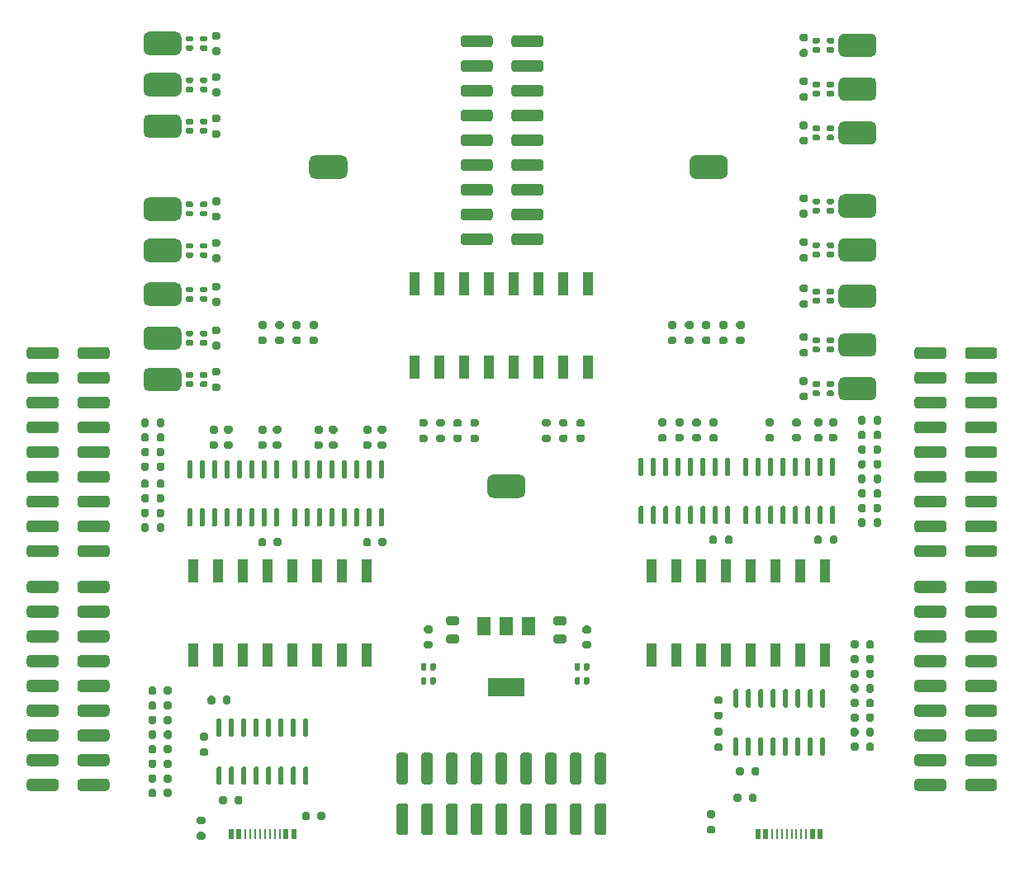
<source format=gbr>
G04 #@! TF.GenerationSoftware,KiCad,Pcbnew,5.1.9-73d0e3b20d~88~ubuntu20.04.1*
G04 #@! TF.CreationDate,2021-03-17T08:49:08+01:00*
G04 #@! TF.ProjectId,rs232-sniffer,72733233-322d-4736-9e69-666665722e6b,V20.0.1*
G04 #@! TF.SameCoordinates,PX206cc80PY7bfa480*
G04 #@! TF.FileFunction,Paste,Top*
G04 #@! TF.FilePolarity,Positive*
%FSLAX46Y46*%
G04 Gerber Fmt 4.6, Leading zero omitted, Abs format (unit mm)*
G04 Created by KiCad (PCBNEW 5.1.9-73d0e3b20d~88~ubuntu20.04.1) date 2021-03-17 08:49:08*
%MOMM*%
%LPD*%
G01*
G04 APERTURE LIST*
%ADD10R,0.500000X1.080000*%
%ADD11R,0.200000X1.080000*%
%ADD12R,1.420000X1.920000*%
%ADD13R,3.720000X1.920000*%
%ADD14R,1.040000X2.360000*%
G04 APERTURE END LIST*
G36*
G01*
X83017500Y61240000D02*
X82532500Y61240000D01*
G75*
G02*
X82390000Y61382500I0J142500D01*
G01*
X82390000Y61667500D01*
G75*
G02*
X82532500Y61810000I142500J0D01*
G01*
X83017500Y61810000D01*
G75*
G02*
X83160000Y61667500I0J-142500D01*
G01*
X83160000Y61382500D01*
G75*
G02*
X83017500Y61240000I-142500J0D01*
G01*
G37*
G36*
G01*
X84467500Y61240000D02*
X83982500Y61240000D01*
G75*
G02*
X83840000Y61382500I0J142500D01*
G01*
X83840000Y61667500D01*
G75*
G02*
X83982500Y61810000I142500J0D01*
G01*
X84467500Y61810000D01*
G75*
G02*
X84610000Y61667500I0J-142500D01*
G01*
X84610000Y61382500D01*
G75*
G02*
X84467500Y61240000I-142500J0D01*
G01*
G37*
G36*
G01*
X84467500Y62190000D02*
X83982500Y62190000D01*
G75*
G02*
X83840000Y62332500I0J142500D01*
G01*
X83840000Y62617500D01*
G75*
G02*
X83982500Y62760000I142500J0D01*
G01*
X84467500Y62760000D01*
G75*
G02*
X84610000Y62617500I0J-142500D01*
G01*
X84610000Y62332500D01*
G75*
G02*
X84467500Y62190000I-142500J0D01*
G01*
G37*
G36*
G01*
X83017500Y62190000D02*
X82532500Y62190000D01*
G75*
G02*
X82390000Y62332500I0J142500D01*
G01*
X82390000Y62617500D01*
G75*
G02*
X82532500Y62760000I142500J0D01*
G01*
X83017500Y62760000D01*
G75*
G02*
X83160000Y62617500I0J-142500D01*
G01*
X83160000Y62332500D01*
G75*
G02*
X83017500Y62190000I-142500J0D01*
G01*
G37*
G36*
G01*
X83017500Y51740000D02*
X82532500Y51740000D01*
G75*
G02*
X82390000Y51882500I0J142500D01*
G01*
X82390000Y52167500D01*
G75*
G02*
X82532500Y52310000I142500J0D01*
G01*
X83017500Y52310000D01*
G75*
G02*
X83160000Y52167500I0J-142500D01*
G01*
X83160000Y51882500D01*
G75*
G02*
X83017500Y51740000I-142500J0D01*
G01*
G37*
G36*
G01*
X84467500Y51740000D02*
X83982500Y51740000D01*
G75*
G02*
X83840000Y51882500I0J142500D01*
G01*
X83840000Y52167500D01*
G75*
G02*
X83982500Y52310000I142500J0D01*
G01*
X84467500Y52310000D01*
G75*
G02*
X84610000Y52167500I0J-142500D01*
G01*
X84610000Y51882500D01*
G75*
G02*
X84467500Y51740000I-142500J0D01*
G01*
G37*
G36*
G01*
X84467500Y52690000D02*
X83982500Y52690000D01*
G75*
G02*
X83840000Y52832500I0J142500D01*
G01*
X83840000Y53117500D01*
G75*
G02*
X83982500Y53260000I142500J0D01*
G01*
X84467500Y53260000D01*
G75*
G02*
X84610000Y53117500I0J-142500D01*
G01*
X84610000Y52832500D01*
G75*
G02*
X84467500Y52690000I-142500J0D01*
G01*
G37*
G36*
G01*
X83017500Y52690000D02*
X82532500Y52690000D01*
G75*
G02*
X82390000Y52832500I0J142500D01*
G01*
X82390000Y53117500D01*
G75*
G02*
X82532500Y53260000I142500J0D01*
G01*
X83017500Y53260000D01*
G75*
G02*
X83160000Y53117500I0J-142500D01*
G01*
X83160000Y52832500D01*
G75*
G02*
X83017500Y52690000I-142500J0D01*
G01*
G37*
G36*
G01*
X83017500Y56240000D02*
X82532500Y56240000D01*
G75*
G02*
X82390000Y56382500I0J142500D01*
G01*
X82390000Y56667500D01*
G75*
G02*
X82532500Y56810000I142500J0D01*
G01*
X83017500Y56810000D01*
G75*
G02*
X83160000Y56667500I0J-142500D01*
G01*
X83160000Y56382500D01*
G75*
G02*
X83017500Y56240000I-142500J0D01*
G01*
G37*
G36*
G01*
X84467500Y56240000D02*
X83982500Y56240000D01*
G75*
G02*
X83840000Y56382500I0J142500D01*
G01*
X83840000Y56667500D01*
G75*
G02*
X83982500Y56810000I142500J0D01*
G01*
X84467500Y56810000D01*
G75*
G02*
X84610000Y56667500I0J-142500D01*
G01*
X84610000Y56382500D01*
G75*
G02*
X84467500Y56240000I-142500J0D01*
G01*
G37*
G36*
G01*
X84467500Y57190000D02*
X83982500Y57190000D01*
G75*
G02*
X83840000Y57332500I0J142500D01*
G01*
X83840000Y57617500D01*
G75*
G02*
X83982500Y57760000I142500J0D01*
G01*
X84467500Y57760000D01*
G75*
G02*
X84610000Y57617500I0J-142500D01*
G01*
X84610000Y57332500D01*
G75*
G02*
X84467500Y57190000I-142500J0D01*
G01*
G37*
G36*
G01*
X83017500Y57190000D02*
X82532500Y57190000D01*
G75*
G02*
X82390000Y57332500I0J142500D01*
G01*
X82390000Y57617500D01*
G75*
G02*
X82532500Y57760000I142500J0D01*
G01*
X83017500Y57760000D01*
G75*
G02*
X83160000Y57617500I0J-142500D01*
G01*
X83160000Y57332500D01*
G75*
G02*
X83017500Y57190000I-142500J0D01*
G01*
G37*
G36*
G01*
X83017500Y77990000D02*
X82532500Y77990000D01*
G75*
G02*
X82390000Y78132500I0J142500D01*
G01*
X82390000Y78417500D01*
G75*
G02*
X82532500Y78560000I142500J0D01*
G01*
X83017500Y78560000D01*
G75*
G02*
X83160000Y78417500I0J-142500D01*
G01*
X83160000Y78132500D01*
G75*
G02*
X83017500Y77990000I-142500J0D01*
G01*
G37*
G36*
G01*
X84467500Y77990000D02*
X83982500Y77990000D01*
G75*
G02*
X83840000Y78132500I0J142500D01*
G01*
X83840000Y78417500D01*
G75*
G02*
X83982500Y78560000I142500J0D01*
G01*
X84467500Y78560000D01*
G75*
G02*
X84610000Y78417500I0J-142500D01*
G01*
X84610000Y78132500D01*
G75*
G02*
X84467500Y77990000I-142500J0D01*
G01*
G37*
G36*
G01*
X84467500Y78940000D02*
X83982500Y78940000D01*
G75*
G02*
X83840000Y79082500I0J142500D01*
G01*
X83840000Y79367500D01*
G75*
G02*
X83982500Y79510000I142500J0D01*
G01*
X84467500Y79510000D01*
G75*
G02*
X84610000Y79367500I0J-142500D01*
G01*
X84610000Y79082500D01*
G75*
G02*
X84467500Y78940000I-142500J0D01*
G01*
G37*
G36*
G01*
X83017500Y78940000D02*
X82532500Y78940000D01*
G75*
G02*
X82390000Y79082500I0J142500D01*
G01*
X82390000Y79367500D01*
G75*
G02*
X82532500Y79510000I142500J0D01*
G01*
X83017500Y79510000D01*
G75*
G02*
X83160000Y79367500I0J-142500D01*
G01*
X83160000Y79082500D01*
G75*
G02*
X83017500Y78940000I-142500J0D01*
G01*
G37*
G36*
G01*
X83017500Y82490000D02*
X82532500Y82490000D01*
G75*
G02*
X82390000Y82632500I0J142500D01*
G01*
X82390000Y82917500D01*
G75*
G02*
X82532500Y83060000I142500J0D01*
G01*
X83017500Y83060000D01*
G75*
G02*
X83160000Y82917500I0J-142500D01*
G01*
X83160000Y82632500D01*
G75*
G02*
X83017500Y82490000I-142500J0D01*
G01*
G37*
G36*
G01*
X84467500Y82490000D02*
X83982500Y82490000D01*
G75*
G02*
X83840000Y82632500I0J142500D01*
G01*
X83840000Y82917500D01*
G75*
G02*
X83982500Y83060000I142500J0D01*
G01*
X84467500Y83060000D01*
G75*
G02*
X84610000Y82917500I0J-142500D01*
G01*
X84610000Y82632500D01*
G75*
G02*
X84467500Y82490000I-142500J0D01*
G01*
G37*
G36*
G01*
X84467500Y83440000D02*
X83982500Y83440000D01*
G75*
G02*
X83840000Y83582500I0J142500D01*
G01*
X83840000Y83867500D01*
G75*
G02*
X83982500Y84010000I142500J0D01*
G01*
X84467500Y84010000D01*
G75*
G02*
X84610000Y83867500I0J-142500D01*
G01*
X84610000Y83582500D01*
G75*
G02*
X84467500Y83440000I-142500J0D01*
G01*
G37*
G36*
G01*
X83017500Y83440000D02*
X82532500Y83440000D01*
G75*
G02*
X82390000Y83582500I0J142500D01*
G01*
X82390000Y83867500D01*
G75*
G02*
X82532500Y84010000I142500J0D01*
G01*
X83017500Y84010000D01*
G75*
G02*
X83160000Y83867500I0J-142500D01*
G01*
X83160000Y83582500D01*
G75*
G02*
X83017500Y83440000I-142500J0D01*
G01*
G37*
G36*
G01*
X83017500Y86990000D02*
X82532500Y86990000D01*
G75*
G02*
X82390000Y87132500I0J142500D01*
G01*
X82390000Y87417500D01*
G75*
G02*
X82532500Y87560000I142500J0D01*
G01*
X83017500Y87560000D01*
G75*
G02*
X83160000Y87417500I0J-142500D01*
G01*
X83160000Y87132500D01*
G75*
G02*
X83017500Y86990000I-142500J0D01*
G01*
G37*
G36*
G01*
X84467500Y86990000D02*
X83982500Y86990000D01*
G75*
G02*
X83840000Y87132500I0J142500D01*
G01*
X83840000Y87417500D01*
G75*
G02*
X83982500Y87560000I142500J0D01*
G01*
X84467500Y87560000D01*
G75*
G02*
X84610000Y87417500I0J-142500D01*
G01*
X84610000Y87132500D01*
G75*
G02*
X84467500Y86990000I-142500J0D01*
G01*
G37*
G36*
G01*
X84467500Y87940000D02*
X83982500Y87940000D01*
G75*
G02*
X83840000Y88082500I0J142500D01*
G01*
X83840000Y88367500D01*
G75*
G02*
X83982500Y88510000I142500J0D01*
G01*
X84467500Y88510000D01*
G75*
G02*
X84610000Y88367500I0J-142500D01*
G01*
X84610000Y88082500D01*
G75*
G02*
X84467500Y87940000I-142500J0D01*
G01*
G37*
G36*
G01*
X83017500Y87940000D02*
X82532500Y87940000D01*
G75*
G02*
X82390000Y88082500I0J142500D01*
G01*
X82390000Y88367500D01*
G75*
G02*
X82532500Y88510000I142500J0D01*
G01*
X83017500Y88510000D01*
G75*
G02*
X83160000Y88367500I0J-142500D01*
G01*
X83160000Y88082500D01*
G75*
G02*
X83017500Y87940000I-142500J0D01*
G01*
G37*
G36*
G01*
X83017500Y70490000D02*
X82532500Y70490000D01*
G75*
G02*
X82390000Y70632500I0J142500D01*
G01*
X82390000Y70917500D01*
G75*
G02*
X82532500Y71060000I142500J0D01*
G01*
X83017500Y71060000D01*
G75*
G02*
X83160000Y70917500I0J-142500D01*
G01*
X83160000Y70632500D01*
G75*
G02*
X83017500Y70490000I-142500J0D01*
G01*
G37*
G36*
G01*
X84467500Y70490000D02*
X83982500Y70490000D01*
G75*
G02*
X83840000Y70632500I0J142500D01*
G01*
X83840000Y70917500D01*
G75*
G02*
X83982500Y71060000I142500J0D01*
G01*
X84467500Y71060000D01*
G75*
G02*
X84610000Y70917500I0J-142500D01*
G01*
X84610000Y70632500D01*
G75*
G02*
X84467500Y70490000I-142500J0D01*
G01*
G37*
G36*
G01*
X84467500Y71440000D02*
X83982500Y71440000D01*
G75*
G02*
X83840000Y71582500I0J142500D01*
G01*
X83840000Y71867500D01*
G75*
G02*
X83982500Y72010000I142500J0D01*
G01*
X84467500Y72010000D01*
G75*
G02*
X84610000Y71867500I0J-142500D01*
G01*
X84610000Y71582500D01*
G75*
G02*
X84467500Y71440000I-142500J0D01*
G01*
G37*
G36*
G01*
X83017500Y71440000D02*
X82532500Y71440000D01*
G75*
G02*
X82390000Y71582500I0J142500D01*
G01*
X82390000Y71867500D01*
G75*
G02*
X82532500Y72010000I142500J0D01*
G01*
X83017500Y72010000D01*
G75*
G02*
X83160000Y71867500I0J-142500D01*
G01*
X83160000Y71582500D01*
G75*
G02*
X83017500Y71440000I-142500J0D01*
G01*
G37*
G36*
G01*
X83017500Y65990000D02*
X82532500Y65990000D01*
G75*
G02*
X82390000Y66132500I0J142500D01*
G01*
X82390000Y66417500D01*
G75*
G02*
X82532500Y66560000I142500J0D01*
G01*
X83017500Y66560000D01*
G75*
G02*
X83160000Y66417500I0J-142500D01*
G01*
X83160000Y66132500D01*
G75*
G02*
X83017500Y65990000I-142500J0D01*
G01*
G37*
G36*
G01*
X84467500Y65990000D02*
X83982500Y65990000D01*
G75*
G02*
X83840000Y66132500I0J142500D01*
G01*
X83840000Y66417500D01*
G75*
G02*
X83982500Y66560000I142500J0D01*
G01*
X84467500Y66560000D01*
G75*
G02*
X84610000Y66417500I0J-142500D01*
G01*
X84610000Y66132500D01*
G75*
G02*
X84467500Y65990000I-142500J0D01*
G01*
G37*
G36*
G01*
X84467500Y66940000D02*
X83982500Y66940000D01*
G75*
G02*
X83840000Y67082500I0J142500D01*
G01*
X83840000Y67367500D01*
G75*
G02*
X83982500Y67510000I142500J0D01*
G01*
X84467500Y67510000D01*
G75*
G02*
X84610000Y67367500I0J-142500D01*
G01*
X84610000Y67082500D01*
G75*
G02*
X84467500Y66940000I-142500J0D01*
G01*
G37*
G36*
G01*
X83017500Y66940000D02*
X82532500Y66940000D01*
G75*
G02*
X82390000Y67082500I0J142500D01*
G01*
X82390000Y67367500D01*
G75*
G02*
X82532500Y67510000I142500J0D01*
G01*
X83017500Y67510000D01*
G75*
G02*
X83160000Y67367500I0J-142500D01*
G01*
X83160000Y67082500D01*
G75*
G02*
X83017500Y66940000I-142500J0D01*
G01*
G37*
G36*
G01*
X18762500Y52685000D02*
X18277500Y52685000D01*
G75*
G02*
X18135000Y52827500I0J142500D01*
G01*
X18135000Y53112500D01*
G75*
G02*
X18277500Y53255000I142500J0D01*
G01*
X18762500Y53255000D01*
G75*
G02*
X18905000Y53112500I0J-142500D01*
G01*
X18905000Y52827500D01*
G75*
G02*
X18762500Y52685000I-142500J0D01*
G01*
G37*
G36*
G01*
X20212500Y52685000D02*
X19727500Y52685000D01*
G75*
G02*
X19585000Y52827500I0J142500D01*
G01*
X19585000Y53112500D01*
G75*
G02*
X19727500Y53255000I142500J0D01*
G01*
X20212500Y53255000D01*
G75*
G02*
X20355000Y53112500I0J-142500D01*
G01*
X20355000Y52827500D01*
G75*
G02*
X20212500Y52685000I-142500J0D01*
G01*
G37*
G36*
G01*
X20212500Y53635000D02*
X19727500Y53635000D01*
G75*
G02*
X19585000Y53777500I0J142500D01*
G01*
X19585000Y54062500D01*
G75*
G02*
X19727500Y54205000I142500J0D01*
G01*
X20212500Y54205000D01*
G75*
G02*
X20355000Y54062500I0J-142500D01*
G01*
X20355000Y53777500D01*
G75*
G02*
X20212500Y53635000I-142500J0D01*
G01*
G37*
G36*
G01*
X18762500Y53635000D02*
X18277500Y53635000D01*
G75*
G02*
X18135000Y53777500I0J142500D01*
G01*
X18135000Y54062500D01*
G75*
G02*
X18277500Y54205000I142500J0D01*
G01*
X18762500Y54205000D01*
G75*
G02*
X18905000Y54062500I0J-142500D01*
G01*
X18905000Y53777500D01*
G75*
G02*
X18762500Y53635000I-142500J0D01*
G01*
G37*
G36*
G01*
X18762500Y56935000D02*
X18277500Y56935000D01*
G75*
G02*
X18135000Y57077500I0J142500D01*
G01*
X18135000Y57362500D01*
G75*
G02*
X18277500Y57505000I142500J0D01*
G01*
X18762500Y57505000D01*
G75*
G02*
X18905000Y57362500I0J-142500D01*
G01*
X18905000Y57077500D01*
G75*
G02*
X18762500Y56935000I-142500J0D01*
G01*
G37*
G36*
G01*
X20212500Y56935000D02*
X19727500Y56935000D01*
G75*
G02*
X19585000Y57077500I0J142500D01*
G01*
X19585000Y57362500D01*
G75*
G02*
X19727500Y57505000I142500J0D01*
G01*
X20212500Y57505000D01*
G75*
G02*
X20355000Y57362500I0J-142500D01*
G01*
X20355000Y57077500D01*
G75*
G02*
X20212500Y56935000I-142500J0D01*
G01*
G37*
G36*
G01*
X20212500Y57885000D02*
X19727500Y57885000D01*
G75*
G02*
X19585000Y58027500I0J142500D01*
G01*
X19585000Y58312500D01*
G75*
G02*
X19727500Y58455000I142500J0D01*
G01*
X20212500Y58455000D01*
G75*
G02*
X20355000Y58312500I0J-142500D01*
G01*
X20355000Y58027500D01*
G75*
G02*
X20212500Y57885000I-142500J0D01*
G01*
G37*
G36*
G01*
X18762500Y57885000D02*
X18277500Y57885000D01*
G75*
G02*
X18135000Y58027500I0J142500D01*
G01*
X18135000Y58312500D01*
G75*
G02*
X18277500Y58455000I142500J0D01*
G01*
X18762500Y58455000D01*
G75*
G02*
X18905000Y58312500I0J-142500D01*
G01*
X18905000Y58027500D01*
G75*
G02*
X18762500Y57885000I-142500J0D01*
G01*
G37*
G36*
G01*
X18762500Y78685000D02*
X18277500Y78685000D01*
G75*
G02*
X18135000Y78827500I0J142500D01*
G01*
X18135000Y79112500D01*
G75*
G02*
X18277500Y79255000I142500J0D01*
G01*
X18762500Y79255000D01*
G75*
G02*
X18905000Y79112500I0J-142500D01*
G01*
X18905000Y78827500D01*
G75*
G02*
X18762500Y78685000I-142500J0D01*
G01*
G37*
G36*
G01*
X20212500Y78685000D02*
X19727500Y78685000D01*
G75*
G02*
X19585000Y78827500I0J142500D01*
G01*
X19585000Y79112500D01*
G75*
G02*
X19727500Y79255000I142500J0D01*
G01*
X20212500Y79255000D01*
G75*
G02*
X20355000Y79112500I0J-142500D01*
G01*
X20355000Y78827500D01*
G75*
G02*
X20212500Y78685000I-142500J0D01*
G01*
G37*
G36*
G01*
X20212500Y79635000D02*
X19727500Y79635000D01*
G75*
G02*
X19585000Y79777500I0J142500D01*
G01*
X19585000Y80062500D01*
G75*
G02*
X19727500Y80205000I142500J0D01*
G01*
X20212500Y80205000D01*
G75*
G02*
X20355000Y80062500I0J-142500D01*
G01*
X20355000Y79777500D01*
G75*
G02*
X20212500Y79635000I-142500J0D01*
G01*
G37*
G36*
G01*
X18762500Y79635000D02*
X18277500Y79635000D01*
G75*
G02*
X18135000Y79777500I0J142500D01*
G01*
X18135000Y80062500D01*
G75*
G02*
X18277500Y80205000I142500J0D01*
G01*
X18762500Y80205000D01*
G75*
G02*
X18905000Y80062500I0J-142500D01*
G01*
X18905000Y79777500D01*
G75*
G02*
X18762500Y79635000I-142500J0D01*
G01*
G37*
G36*
G01*
X18762500Y61435000D02*
X18277500Y61435000D01*
G75*
G02*
X18135000Y61577500I0J142500D01*
G01*
X18135000Y61862500D01*
G75*
G02*
X18277500Y62005000I142500J0D01*
G01*
X18762500Y62005000D01*
G75*
G02*
X18905000Y61862500I0J-142500D01*
G01*
X18905000Y61577500D01*
G75*
G02*
X18762500Y61435000I-142500J0D01*
G01*
G37*
G36*
G01*
X20212500Y61435000D02*
X19727500Y61435000D01*
G75*
G02*
X19585000Y61577500I0J142500D01*
G01*
X19585000Y61862500D01*
G75*
G02*
X19727500Y62005000I142500J0D01*
G01*
X20212500Y62005000D01*
G75*
G02*
X20355000Y61862500I0J-142500D01*
G01*
X20355000Y61577500D01*
G75*
G02*
X20212500Y61435000I-142500J0D01*
G01*
G37*
G36*
G01*
X20212500Y62385000D02*
X19727500Y62385000D01*
G75*
G02*
X19585000Y62527500I0J142500D01*
G01*
X19585000Y62812500D01*
G75*
G02*
X19727500Y62955000I142500J0D01*
G01*
X20212500Y62955000D01*
G75*
G02*
X20355000Y62812500I0J-142500D01*
G01*
X20355000Y62527500D01*
G75*
G02*
X20212500Y62385000I-142500J0D01*
G01*
G37*
G36*
G01*
X18762500Y62385000D02*
X18277500Y62385000D01*
G75*
G02*
X18135000Y62527500I0J142500D01*
G01*
X18135000Y62812500D01*
G75*
G02*
X18277500Y62955000I142500J0D01*
G01*
X18762500Y62955000D01*
G75*
G02*
X18905000Y62812500I0J-142500D01*
G01*
X18905000Y62527500D01*
G75*
G02*
X18762500Y62385000I-142500J0D01*
G01*
G37*
G36*
G01*
X18762500Y82935000D02*
X18277500Y82935000D01*
G75*
G02*
X18135000Y83077500I0J142500D01*
G01*
X18135000Y83362500D01*
G75*
G02*
X18277500Y83505000I142500J0D01*
G01*
X18762500Y83505000D01*
G75*
G02*
X18905000Y83362500I0J-142500D01*
G01*
X18905000Y83077500D01*
G75*
G02*
X18762500Y82935000I-142500J0D01*
G01*
G37*
G36*
G01*
X20212500Y82935000D02*
X19727500Y82935000D01*
G75*
G02*
X19585000Y83077500I0J142500D01*
G01*
X19585000Y83362500D01*
G75*
G02*
X19727500Y83505000I142500J0D01*
G01*
X20212500Y83505000D01*
G75*
G02*
X20355000Y83362500I0J-142500D01*
G01*
X20355000Y83077500D01*
G75*
G02*
X20212500Y82935000I-142500J0D01*
G01*
G37*
G36*
G01*
X20212500Y83885000D02*
X19727500Y83885000D01*
G75*
G02*
X19585000Y84027500I0J142500D01*
G01*
X19585000Y84312500D01*
G75*
G02*
X19727500Y84455000I142500J0D01*
G01*
X20212500Y84455000D01*
G75*
G02*
X20355000Y84312500I0J-142500D01*
G01*
X20355000Y84027500D01*
G75*
G02*
X20212500Y83885000I-142500J0D01*
G01*
G37*
G36*
G01*
X18762500Y83885000D02*
X18277500Y83885000D01*
G75*
G02*
X18135000Y84027500I0J142500D01*
G01*
X18135000Y84312500D01*
G75*
G02*
X18277500Y84455000I142500J0D01*
G01*
X18762500Y84455000D01*
G75*
G02*
X18905000Y84312500I0J-142500D01*
G01*
X18905000Y84027500D01*
G75*
G02*
X18762500Y83885000I-142500J0D01*
G01*
G37*
G36*
G01*
X18762500Y87185000D02*
X18277500Y87185000D01*
G75*
G02*
X18135000Y87327500I0J142500D01*
G01*
X18135000Y87612500D01*
G75*
G02*
X18277500Y87755000I142500J0D01*
G01*
X18762500Y87755000D01*
G75*
G02*
X18905000Y87612500I0J-142500D01*
G01*
X18905000Y87327500D01*
G75*
G02*
X18762500Y87185000I-142500J0D01*
G01*
G37*
G36*
G01*
X20212500Y87185000D02*
X19727500Y87185000D01*
G75*
G02*
X19585000Y87327500I0J142500D01*
G01*
X19585000Y87612500D01*
G75*
G02*
X19727500Y87755000I142500J0D01*
G01*
X20212500Y87755000D01*
G75*
G02*
X20355000Y87612500I0J-142500D01*
G01*
X20355000Y87327500D01*
G75*
G02*
X20212500Y87185000I-142500J0D01*
G01*
G37*
G36*
G01*
X20212500Y88135000D02*
X19727500Y88135000D01*
G75*
G02*
X19585000Y88277500I0J142500D01*
G01*
X19585000Y88562500D01*
G75*
G02*
X19727500Y88705000I142500J0D01*
G01*
X20212500Y88705000D01*
G75*
G02*
X20355000Y88562500I0J-142500D01*
G01*
X20355000Y88277500D01*
G75*
G02*
X20212500Y88135000I-142500J0D01*
G01*
G37*
G36*
G01*
X18762500Y88135000D02*
X18277500Y88135000D01*
G75*
G02*
X18135000Y88277500I0J142500D01*
G01*
X18135000Y88562500D01*
G75*
G02*
X18277500Y88705000I142500J0D01*
G01*
X18762500Y88705000D01*
G75*
G02*
X18905000Y88562500I0J-142500D01*
G01*
X18905000Y88277500D01*
G75*
G02*
X18762500Y88135000I-142500J0D01*
G01*
G37*
G36*
G01*
X18762500Y70185000D02*
X18277500Y70185000D01*
G75*
G02*
X18135000Y70327500I0J142500D01*
G01*
X18135000Y70612500D01*
G75*
G02*
X18277500Y70755000I142500J0D01*
G01*
X18762500Y70755000D01*
G75*
G02*
X18905000Y70612500I0J-142500D01*
G01*
X18905000Y70327500D01*
G75*
G02*
X18762500Y70185000I-142500J0D01*
G01*
G37*
G36*
G01*
X20212500Y70185000D02*
X19727500Y70185000D01*
G75*
G02*
X19585000Y70327500I0J142500D01*
G01*
X19585000Y70612500D01*
G75*
G02*
X19727500Y70755000I142500J0D01*
G01*
X20212500Y70755000D01*
G75*
G02*
X20355000Y70612500I0J-142500D01*
G01*
X20355000Y70327500D01*
G75*
G02*
X20212500Y70185000I-142500J0D01*
G01*
G37*
G36*
G01*
X20212500Y71135000D02*
X19727500Y71135000D01*
G75*
G02*
X19585000Y71277500I0J142500D01*
G01*
X19585000Y71562500D01*
G75*
G02*
X19727500Y71705000I142500J0D01*
G01*
X20212500Y71705000D01*
G75*
G02*
X20355000Y71562500I0J-142500D01*
G01*
X20355000Y71277500D01*
G75*
G02*
X20212500Y71135000I-142500J0D01*
G01*
G37*
G36*
G01*
X18762500Y71135000D02*
X18277500Y71135000D01*
G75*
G02*
X18135000Y71277500I0J142500D01*
G01*
X18135000Y71562500D01*
G75*
G02*
X18277500Y71705000I142500J0D01*
G01*
X18762500Y71705000D01*
G75*
G02*
X18905000Y71562500I0J-142500D01*
G01*
X18905000Y71277500D01*
G75*
G02*
X18762500Y71135000I-142500J0D01*
G01*
G37*
G36*
G01*
X18762500Y65935000D02*
X18277500Y65935000D01*
G75*
G02*
X18135000Y66077500I0J142500D01*
G01*
X18135000Y66362500D01*
G75*
G02*
X18277500Y66505000I142500J0D01*
G01*
X18762500Y66505000D01*
G75*
G02*
X18905000Y66362500I0J-142500D01*
G01*
X18905000Y66077500D01*
G75*
G02*
X18762500Y65935000I-142500J0D01*
G01*
G37*
G36*
G01*
X20212500Y65935000D02*
X19727500Y65935000D01*
G75*
G02*
X19585000Y66077500I0J142500D01*
G01*
X19585000Y66362500D01*
G75*
G02*
X19727500Y66505000I142500J0D01*
G01*
X20212500Y66505000D01*
G75*
G02*
X20355000Y66362500I0J-142500D01*
G01*
X20355000Y66077500D01*
G75*
G02*
X20212500Y65935000I-142500J0D01*
G01*
G37*
G36*
G01*
X20212500Y66885000D02*
X19727500Y66885000D01*
G75*
G02*
X19585000Y67027500I0J142500D01*
G01*
X19585000Y67312500D01*
G75*
G02*
X19727500Y67455000I142500J0D01*
G01*
X20212500Y67455000D01*
G75*
G02*
X20355000Y67312500I0J-142500D01*
G01*
X20355000Y67027500D01*
G75*
G02*
X20212500Y66885000I-142500J0D01*
G01*
G37*
G36*
G01*
X18762500Y66885000D02*
X18277500Y66885000D01*
G75*
G02*
X18135000Y67027500I0J142500D01*
G01*
X18135000Y67312500D01*
G75*
G02*
X18277500Y67455000I142500J0D01*
G01*
X18762500Y67455000D01*
G75*
G02*
X18905000Y67312500I0J-142500D01*
G01*
X18905000Y67027500D01*
G75*
G02*
X18762500Y66885000I-142500J0D01*
G01*
G37*
G36*
G01*
X57990000Y23732500D02*
X57990000Y24217500D01*
G75*
G02*
X58132500Y24360000I142500J0D01*
G01*
X58417500Y24360000D01*
G75*
G02*
X58560000Y24217500I0J-142500D01*
G01*
X58560000Y23732500D01*
G75*
G02*
X58417500Y23590000I-142500J0D01*
G01*
X58132500Y23590000D01*
G75*
G02*
X57990000Y23732500I0J142500D01*
G01*
G37*
G36*
G01*
X57990000Y22282500D02*
X57990000Y22767500D01*
G75*
G02*
X58132500Y22910000I142500J0D01*
G01*
X58417500Y22910000D01*
G75*
G02*
X58560000Y22767500I0J-142500D01*
G01*
X58560000Y22282500D01*
G75*
G02*
X58417500Y22140000I-142500J0D01*
G01*
X58132500Y22140000D01*
G75*
G02*
X57990000Y22282500I0J142500D01*
G01*
G37*
G36*
G01*
X58940000Y22282500D02*
X58940000Y22767500D01*
G75*
G02*
X59082500Y22910000I142500J0D01*
G01*
X59367500Y22910000D01*
G75*
G02*
X59510000Y22767500I0J-142500D01*
G01*
X59510000Y22282500D01*
G75*
G02*
X59367500Y22140000I-142500J0D01*
G01*
X59082500Y22140000D01*
G75*
G02*
X58940000Y22282500I0J142500D01*
G01*
G37*
G36*
G01*
X58940000Y23732500D02*
X58940000Y24217500D01*
G75*
G02*
X59082500Y24360000I142500J0D01*
G01*
X59367500Y24360000D01*
G75*
G02*
X59510000Y24217500I0J-142500D01*
G01*
X59510000Y23732500D01*
G75*
G02*
X59367500Y23590000I-142500J0D01*
G01*
X59082500Y23590000D01*
G75*
G02*
X58940000Y23732500I0J142500D01*
G01*
G37*
G36*
G01*
X42240000Y23732500D02*
X42240000Y24217500D01*
G75*
G02*
X42382500Y24360000I142500J0D01*
G01*
X42667500Y24360000D01*
G75*
G02*
X42810000Y24217500I0J-142500D01*
G01*
X42810000Y23732500D01*
G75*
G02*
X42667500Y23590000I-142500J0D01*
G01*
X42382500Y23590000D01*
G75*
G02*
X42240000Y23732500I0J142500D01*
G01*
G37*
G36*
G01*
X42240000Y22282500D02*
X42240000Y22767500D01*
G75*
G02*
X42382500Y22910000I142500J0D01*
G01*
X42667500Y22910000D01*
G75*
G02*
X42810000Y22767500I0J-142500D01*
G01*
X42810000Y22282500D01*
G75*
G02*
X42667500Y22140000I-142500J0D01*
G01*
X42382500Y22140000D01*
G75*
G02*
X42240000Y22282500I0J142500D01*
G01*
G37*
G36*
G01*
X43190000Y22282500D02*
X43190000Y22767500D01*
G75*
G02*
X43332500Y22910000I142500J0D01*
G01*
X43617500Y22910000D01*
G75*
G02*
X43760000Y22767500I0J-142500D01*
G01*
X43760000Y22282500D01*
G75*
G02*
X43617500Y22140000I-142500J0D01*
G01*
X43332500Y22140000D01*
G75*
G02*
X43190000Y22282500I0J142500D01*
G01*
G37*
G36*
G01*
X43190000Y23732500D02*
X43190000Y24217500D01*
G75*
G02*
X43332500Y24360000I142500J0D01*
G01*
X43617500Y24360000D01*
G75*
G02*
X43760000Y24217500I0J-142500D01*
G01*
X43760000Y23732500D01*
G75*
G02*
X43617500Y23590000I-142500J0D01*
G01*
X43332500Y23590000D01*
G75*
G02*
X43190000Y23732500I0J142500D01*
G01*
G37*
D10*
X29200000Y6760000D03*
X28400000Y6760000D03*
X29200000Y6760000D03*
X28400000Y6760000D03*
X22800000Y6760000D03*
X22800000Y6760000D03*
X23600000Y6760000D03*
X23600000Y6760000D03*
D11*
X27750000Y6760000D03*
X26750000Y6760000D03*
X27250000Y6760000D03*
X24750000Y6760000D03*
X24250000Y6760000D03*
X26250000Y6760000D03*
X25750000Y6760000D03*
X25250000Y6760000D03*
X79250000Y6760000D03*
X79750000Y6760000D03*
X80250000Y6760000D03*
X78250000Y6760000D03*
X78750000Y6760000D03*
X81250000Y6760000D03*
X80750000Y6760000D03*
X81750000Y6760000D03*
D10*
X77600000Y6760000D03*
X77600000Y6760000D03*
X76800000Y6760000D03*
X76800000Y6760000D03*
X82400000Y6760000D03*
X83200000Y6760000D03*
X82400000Y6760000D03*
X83200000Y6760000D03*
G36*
G01*
X88640000Y38513750D02*
X88640000Y38986250D01*
G75*
G02*
X88838750Y39185000I198750J0D01*
G01*
X89236250Y39185000D01*
G75*
G02*
X89435000Y38986250I0J-198750D01*
G01*
X89435000Y38513750D01*
G75*
G02*
X89236250Y38315000I-198750J0D01*
G01*
X88838750Y38315000D01*
G75*
G02*
X88640000Y38513750I0J198750D01*
G01*
G37*
G36*
G01*
X87065000Y38513750D02*
X87065000Y38986250D01*
G75*
G02*
X87263750Y39185000I198750J0D01*
G01*
X87661250Y39185000D01*
G75*
G02*
X87860000Y38986250I0J-198750D01*
G01*
X87860000Y38513750D01*
G75*
G02*
X87661250Y38315000I-198750J0D01*
G01*
X87263750Y38315000D01*
G75*
G02*
X87065000Y38513750I0J198750D01*
G01*
G37*
G36*
G01*
X88960000Y62605000D02*
X88960000Y61395000D01*
G75*
G02*
X88355000Y60790000I-605000J0D01*
G01*
X85645000Y60790000D01*
G75*
G02*
X85040000Y61395000I0J605000D01*
G01*
X85040000Y62605000D01*
G75*
G02*
X85645000Y63210000I605000J0D01*
G01*
X88355000Y63210000D01*
G75*
G02*
X88960000Y62605000I0J-605000D01*
G01*
G37*
G36*
G01*
X81736250Y62390000D02*
X81263750Y62390000D01*
G75*
G02*
X81065000Y62588750I0J198750D01*
G01*
X81065000Y62986250D01*
G75*
G02*
X81263750Y63185000I198750J0D01*
G01*
X81736250Y63185000D01*
G75*
G02*
X81935000Y62986250I0J-198750D01*
G01*
X81935000Y62588750D01*
G75*
G02*
X81736250Y62390000I-198750J0D01*
G01*
G37*
G36*
G01*
X81736250Y60815000D02*
X81263750Y60815000D01*
G75*
G02*
X81065000Y61013750I0J198750D01*
G01*
X81065000Y61411250D01*
G75*
G02*
X81263750Y61610000I198750J0D01*
G01*
X81736250Y61610000D01*
G75*
G02*
X81935000Y61411250I0J-198750D01*
G01*
X81935000Y61013750D01*
G75*
G02*
X81736250Y60815000I-198750J0D01*
G01*
G37*
G36*
G01*
X7040000Y35535000D02*
X7040000Y36145000D01*
G75*
G02*
X7345000Y36450000I305000J0D01*
G01*
X10005000Y36450000D01*
G75*
G02*
X10310000Y36145000I0J-305000D01*
G01*
X10310000Y35535000D01*
G75*
G02*
X10005000Y35230000I-305000J0D01*
G01*
X7345000Y35230000D01*
G75*
G02*
X7040000Y35535000I0J305000D01*
G01*
G37*
G36*
G01*
X1840000Y35535000D02*
X1840000Y36145000D01*
G75*
G02*
X2145000Y36450000I305000J0D01*
G01*
X4805000Y36450000D01*
G75*
G02*
X5110000Y36145000I0J-305000D01*
G01*
X5110000Y35535000D01*
G75*
G02*
X4805000Y35230000I-305000J0D01*
G01*
X2145000Y35230000D01*
G75*
G02*
X1840000Y35535000I0J305000D01*
G01*
G37*
G36*
G01*
X7040000Y38075000D02*
X7040000Y38685000D01*
G75*
G02*
X7345000Y38990000I305000J0D01*
G01*
X10005000Y38990000D01*
G75*
G02*
X10310000Y38685000I0J-305000D01*
G01*
X10310000Y38075000D01*
G75*
G02*
X10005000Y37770000I-305000J0D01*
G01*
X7345000Y37770000D01*
G75*
G02*
X7040000Y38075000I0J305000D01*
G01*
G37*
G36*
G01*
X1840000Y38075000D02*
X1840000Y38685000D01*
G75*
G02*
X2145000Y38990000I305000J0D01*
G01*
X4805000Y38990000D01*
G75*
G02*
X5110000Y38685000I0J-305000D01*
G01*
X5110000Y38075000D01*
G75*
G02*
X4805000Y37770000I-305000J0D01*
G01*
X2145000Y37770000D01*
G75*
G02*
X1840000Y38075000I0J305000D01*
G01*
G37*
G36*
G01*
X7040000Y40615000D02*
X7040000Y41225000D01*
G75*
G02*
X7345000Y41530000I305000J0D01*
G01*
X10005000Y41530000D01*
G75*
G02*
X10310000Y41225000I0J-305000D01*
G01*
X10310000Y40615000D01*
G75*
G02*
X10005000Y40310000I-305000J0D01*
G01*
X7345000Y40310000D01*
G75*
G02*
X7040000Y40615000I0J305000D01*
G01*
G37*
G36*
G01*
X1840000Y40615000D02*
X1840000Y41225000D01*
G75*
G02*
X2145000Y41530000I305000J0D01*
G01*
X4805000Y41530000D01*
G75*
G02*
X5110000Y41225000I0J-305000D01*
G01*
X5110000Y40615000D01*
G75*
G02*
X4805000Y40310000I-305000J0D01*
G01*
X2145000Y40310000D01*
G75*
G02*
X1840000Y40615000I0J305000D01*
G01*
G37*
G36*
G01*
X7040000Y43155000D02*
X7040000Y43765000D01*
G75*
G02*
X7345000Y44070000I305000J0D01*
G01*
X10005000Y44070000D01*
G75*
G02*
X10310000Y43765000I0J-305000D01*
G01*
X10310000Y43155000D01*
G75*
G02*
X10005000Y42850000I-305000J0D01*
G01*
X7345000Y42850000D01*
G75*
G02*
X7040000Y43155000I0J305000D01*
G01*
G37*
G36*
G01*
X1840000Y43155000D02*
X1840000Y43765000D01*
G75*
G02*
X2145000Y44070000I305000J0D01*
G01*
X4805000Y44070000D01*
G75*
G02*
X5110000Y43765000I0J-305000D01*
G01*
X5110000Y43155000D01*
G75*
G02*
X4805000Y42850000I-305000J0D01*
G01*
X2145000Y42850000D01*
G75*
G02*
X1840000Y43155000I0J305000D01*
G01*
G37*
G36*
G01*
X7040000Y45695000D02*
X7040000Y46305000D01*
G75*
G02*
X7345000Y46610000I305000J0D01*
G01*
X10005000Y46610000D01*
G75*
G02*
X10310000Y46305000I0J-305000D01*
G01*
X10310000Y45695000D01*
G75*
G02*
X10005000Y45390000I-305000J0D01*
G01*
X7345000Y45390000D01*
G75*
G02*
X7040000Y45695000I0J305000D01*
G01*
G37*
G36*
G01*
X1840000Y45695000D02*
X1840000Y46305000D01*
G75*
G02*
X2145000Y46610000I305000J0D01*
G01*
X4805000Y46610000D01*
G75*
G02*
X5110000Y46305000I0J-305000D01*
G01*
X5110000Y45695000D01*
G75*
G02*
X4805000Y45390000I-305000J0D01*
G01*
X2145000Y45390000D01*
G75*
G02*
X1840000Y45695000I0J305000D01*
G01*
G37*
G36*
G01*
X7040000Y48235000D02*
X7040000Y48845000D01*
G75*
G02*
X7345000Y49150000I305000J0D01*
G01*
X10005000Y49150000D01*
G75*
G02*
X10310000Y48845000I0J-305000D01*
G01*
X10310000Y48235000D01*
G75*
G02*
X10005000Y47930000I-305000J0D01*
G01*
X7345000Y47930000D01*
G75*
G02*
X7040000Y48235000I0J305000D01*
G01*
G37*
G36*
G01*
X1840000Y48235000D02*
X1840000Y48845000D01*
G75*
G02*
X2145000Y49150000I305000J0D01*
G01*
X4805000Y49150000D01*
G75*
G02*
X5110000Y48845000I0J-305000D01*
G01*
X5110000Y48235000D01*
G75*
G02*
X4805000Y47930000I-305000J0D01*
G01*
X2145000Y47930000D01*
G75*
G02*
X1840000Y48235000I0J305000D01*
G01*
G37*
G36*
G01*
X7040000Y50775000D02*
X7040000Y51385000D01*
G75*
G02*
X7345000Y51690000I305000J0D01*
G01*
X10005000Y51690000D01*
G75*
G02*
X10310000Y51385000I0J-305000D01*
G01*
X10310000Y50775000D01*
G75*
G02*
X10005000Y50470000I-305000J0D01*
G01*
X7345000Y50470000D01*
G75*
G02*
X7040000Y50775000I0J305000D01*
G01*
G37*
G36*
G01*
X1840000Y50775000D02*
X1840000Y51385000D01*
G75*
G02*
X2145000Y51690000I305000J0D01*
G01*
X4805000Y51690000D01*
G75*
G02*
X5110000Y51385000I0J-305000D01*
G01*
X5110000Y50775000D01*
G75*
G02*
X4805000Y50470000I-305000J0D01*
G01*
X2145000Y50470000D01*
G75*
G02*
X1840000Y50775000I0J305000D01*
G01*
G37*
G36*
G01*
X7040000Y53315000D02*
X7040000Y53925000D01*
G75*
G02*
X7345000Y54230000I305000J0D01*
G01*
X10005000Y54230000D01*
G75*
G02*
X10310000Y53925000I0J-305000D01*
G01*
X10310000Y53315000D01*
G75*
G02*
X10005000Y53010000I-305000J0D01*
G01*
X7345000Y53010000D01*
G75*
G02*
X7040000Y53315000I0J305000D01*
G01*
G37*
G36*
G01*
X1840000Y53315000D02*
X1840000Y53925000D01*
G75*
G02*
X2145000Y54230000I305000J0D01*
G01*
X4805000Y54230000D01*
G75*
G02*
X5110000Y53925000I0J-305000D01*
G01*
X5110000Y53315000D01*
G75*
G02*
X4805000Y53010000I-305000J0D01*
G01*
X2145000Y53010000D01*
G75*
G02*
X1840000Y53315000I0J305000D01*
G01*
G37*
G36*
G01*
X7040000Y55855000D02*
X7040000Y56465000D01*
G75*
G02*
X7345000Y56770000I305000J0D01*
G01*
X10005000Y56770000D01*
G75*
G02*
X10310000Y56465000I0J-305000D01*
G01*
X10310000Y55855000D01*
G75*
G02*
X10005000Y55550000I-305000J0D01*
G01*
X7345000Y55550000D01*
G75*
G02*
X7040000Y55855000I0J305000D01*
G01*
G37*
G36*
G01*
X1840000Y55855000D02*
X1840000Y56465000D01*
G75*
G02*
X2145000Y56770000I305000J0D01*
G01*
X4805000Y56770000D01*
G75*
G02*
X5110000Y56465000I0J-305000D01*
G01*
X5110000Y55855000D01*
G75*
G02*
X4805000Y55550000I-305000J0D01*
G01*
X2145000Y55550000D01*
G75*
G02*
X1840000Y55855000I0J305000D01*
G01*
G37*
G36*
G01*
X7040000Y11535000D02*
X7040000Y12145000D01*
G75*
G02*
X7345000Y12450000I305000J0D01*
G01*
X10005000Y12450000D01*
G75*
G02*
X10310000Y12145000I0J-305000D01*
G01*
X10310000Y11535000D01*
G75*
G02*
X10005000Y11230000I-305000J0D01*
G01*
X7345000Y11230000D01*
G75*
G02*
X7040000Y11535000I0J305000D01*
G01*
G37*
G36*
G01*
X1840000Y11535000D02*
X1840000Y12145000D01*
G75*
G02*
X2145000Y12450000I305000J0D01*
G01*
X4805000Y12450000D01*
G75*
G02*
X5110000Y12145000I0J-305000D01*
G01*
X5110000Y11535000D01*
G75*
G02*
X4805000Y11230000I-305000J0D01*
G01*
X2145000Y11230000D01*
G75*
G02*
X1840000Y11535000I0J305000D01*
G01*
G37*
G36*
G01*
X7040000Y14075000D02*
X7040000Y14685000D01*
G75*
G02*
X7345000Y14990000I305000J0D01*
G01*
X10005000Y14990000D01*
G75*
G02*
X10310000Y14685000I0J-305000D01*
G01*
X10310000Y14075000D01*
G75*
G02*
X10005000Y13770000I-305000J0D01*
G01*
X7345000Y13770000D01*
G75*
G02*
X7040000Y14075000I0J305000D01*
G01*
G37*
G36*
G01*
X1840000Y14075000D02*
X1840000Y14685000D01*
G75*
G02*
X2145000Y14990000I305000J0D01*
G01*
X4805000Y14990000D01*
G75*
G02*
X5110000Y14685000I0J-305000D01*
G01*
X5110000Y14075000D01*
G75*
G02*
X4805000Y13770000I-305000J0D01*
G01*
X2145000Y13770000D01*
G75*
G02*
X1840000Y14075000I0J305000D01*
G01*
G37*
G36*
G01*
X7040000Y16615000D02*
X7040000Y17225000D01*
G75*
G02*
X7345000Y17530000I305000J0D01*
G01*
X10005000Y17530000D01*
G75*
G02*
X10310000Y17225000I0J-305000D01*
G01*
X10310000Y16615000D01*
G75*
G02*
X10005000Y16310000I-305000J0D01*
G01*
X7345000Y16310000D01*
G75*
G02*
X7040000Y16615000I0J305000D01*
G01*
G37*
G36*
G01*
X1840000Y16615000D02*
X1840000Y17225000D01*
G75*
G02*
X2145000Y17530000I305000J0D01*
G01*
X4805000Y17530000D01*
G75*
G02*
X5110000Y17225000I0J-305000D01*
G01*
X5110000Y16615000D01*
G75*
G02*
X4805000Y16310000I-305000J0D01*
G01*
X2145000Y16310000D01*
G75*
G02*
X1840000Y16615000I0J305000D01*
G01*
G37*
G36*
G01*
X7040000Y19155000D02*
X7040000Y19765000D01*
G75*
G02*
X7345000Y20070000I305000J0D01*
G01*
X10005000Y20070000D01*
G75*
G02*
X10310000Y19765000I0J-305000D01*
G01*
X10310000Y19155000D01*
G75*
G02*
X10005000Y18850000I-305000J0D01*
G01*
X7345000Y18850000D01*
G75*
G02*
X7040000Y19155000I0J305000D01*
G01*
G37*
G36*
G01*
X1840000Y19155000D02*
X1840000Y19765000D01*
G75*
G02*
X2145000Y20070000I305000J0D01*
G01*
X4805000Y20070000D01*
G75*
G02*
X5110000Y19765000I0J-305000D01*
G01*
X5110000Y19155000D01*
G75*
G02*
X4805000Y18850000I-305000J0D01*
G01*
X2145000Y18850000D01*
G75*
G02*
X1840000Y19155000I0J305000D01*
G01*
G37*
G36*
G01*
X7040000Y21695000D02*
X7040000Y22305000D01*
G75*
G02*
X7345000Y22610000I305000J0D01*
G01*
X10005000Y22610000D01*
G75*
G02*
X10310000Y22305000I0J-305000D01*
G01*
X10310000Y21695000D01*
G75*
G02*
X10005000Y21390000I-305000J0D01*
G01*
X7345000Y21390000D01*
G75*
G02*
X7040000Y21695000I0J305000D01*
G01*
G37*
G36*
G01*
X1840000Y21695000D02*
X1840000Y22305000D01*
G75*
G02*
X2145000Y22610000I305000J0D01*
G01*
X4805000Y22610000D01*
G75*
G02*
X5110000Y22305000I0J-305000D01*
G01*
X5110000Y21695000D01*
G75*
G02*
X4805000Y21390000I-305000J0D01*
G01*
X2145000Y21390000D01*
G75*
G02*
X1840000Y21695000I0J305000D01*
G01*
G37*
G36*
G01*
X7040000Y24235000D02*
X7040000Y24845000D01*
G75*
G02*
X7345000Y25150000I305000J0D01*
G01*
X10005000Y25150000D01*
G75*
G02*
X10310000Y24845000I0J-305000D01*
G01*
X10310000Y24235000D01*
G75*
G02*
X10005000Y23930000I-305000J0D01*
G01*
X7345000Y23930000D01*
G75*
G02*
X7040000Y24235000I0J305000D01*
G01*
G37*
G36*
G01*
X1840000Y24235000D02*
X1840000Y24845000D01*
G75*
G02*
X2145000Y25150000I305000J0D01*
G01*
X4805000Y25150000D01*
G75*
G02*
X5110000Y24845000I0J-305000D01*
G01*
X5110000Y24235000D01*
G75*
G02*
X4805000Y23930000I-305000J0D01*
G01*
X2145000Y23930000D01*
G75*
G02*
X1840000Y24235000I0J305000D01*
G01*
G37*
G36*
G01*
X7040000Y26775000D02*
X7040000Y27385000D01*
G75*
G02*
X7345000Y27690000I305000J0D01*
G01*
X10005000Y27690000D01*
G75*
G02*
X10310000Y27385000I0J-305000D01*
G01*
X10310000Y26775000D01*
G75*
G02*
X10005000Y26470000I-305000J0D01*
G01*
X7345000Y26470000D01*
G75*
G02*
X7040000Y26775000I0J305000D01*
G01*
G37*
G36*
G01*
X1840000Y26775000D02*
X1840000Y27385000D01*
G75*
G02*
X2145000Y27690000I305000J0D01*
G01*
X4805000Y27690000D01*
G75*
G02*
X5110000Y27385000I0J-305000D01*
G01*
X5110000Y26775000D01*
G75*
G02*
X4805000Y26470000I-305000J0D01*
G01*
X2145000Y26470000D01*
G75*
G02*
X1840000Y26775000I0J305000D01*
G01*
G37*
G36*
G01*
X7040000Y29315000D02*
X7040000Y29925000D01*
G75*
G02*
X7345000Y30230000I305000J0D01*
G01*
X10005000Y30230000D01*
G75*
G02*
X10310000Y29925000I0J-305000D01*
G01*
X10310000Y29315000D01*
G75*
G02*
X10005000Y29010000I-305000J0D01*
G01*
X7345000Y29010000D01*
G75*
G02*
X7040000Y29315000I0J305000D01*
G01*
G37*
G36*
G01*
X1840000Y29315000D02*
X1840000Y29925000D01*
G75*
G02*
X2145000Y30230000I305000J0D01*
G01*
X4805000Y30230000D01*
G75*
G02*
X5110000Y29925000I0J-305000D01*
G01*
X5110000Y29315000D01*
G75*
G02*
X4805000Y29010000I-305000J0D01*
G01*
X2145000Y29010000D01*
G75*
G02*
X1840000Y29315000I0J305000D01*
G01*
G37*
G36*
G01*
X7040000Y31855000D02*
X7040000Y32465000D01*
G75*
G02*
X7345000Y32770000I305000J0D01*
G01*
X10005000Y32770000D01*
G75*
G02*
X10310000Y32465000I0J-305000D01*
G01*
X10310000Y31855000D01*
G75*
G02*
X10005000Y31550000I-305000J0D01*
G01*
X7345000Y31550000D01*
G75*
G02*
X7040000Y31855000I0J305000D01*
G01*
G37*
G36*
G01*
X1840000Y31855000D02*
X1840000Y32465000D01*
G75*
G02*
X2145000Y32770000I305000J0D01*
G01*
X4805000Y32770000D01*
G75*
G02*
X5110000Y32465000I0J-305000D01*
G01*
X5110000Y31855000D01*
G75*
G02*
X4805000Y31550000I-305000J0D01*
G01*
X2145000Y31550000D01*
G75*
G02*
X1840000Y31855000I0J305000D01*
G01*
G37*
G36*
G01*
X98040000Y35535000D02*
X98040000Y36145000D01*
G75*
G02*
X98345000Y36450000I305000J0D01*
G01*
X101005000Y36450000D01*
G75*
G02*
X101310000Y36145000I0J-305000D01*
G01*
X101310000Y35535000D01*
G75*
G02*
X101005000Y35230000I-305000J0D01*
G01*
X98345000Y35230000D01*
G75*
G02*
X98040000Y35535000I0J305000D01*
G01*
G37*
G36*
G01*
X92840000Y35535000D02*
X92840000Y36145000D01*
G75*
G02*
X93145000Y36450000I305000J0D01*
G01*
X95805000Y36450000D01*
G75*
G02*
X96110000Y36145000I0J-305000D01*
G01*
X96110000Y35535000D01*
G75*
G02*
X95805000Y35230000I-305000J0D01*
G01*
X93145000Y35230000D01*
G75*
G02*
X92840000Y35535000I0J305000D01*
G01*
G37*
G36*
G01*
X98040000Y38075000D02*
X98040000Y38685000D01*
G75*
G02*
X98345000Y38990000I305000J0D01*
G01*
X101005000Y38990000D01*
G75*
G02*
X101310000Y38685000I0J-305000D01*
G01*
X101310000Y38075000D01*
G75*
G02*
X101005000Y37770000I-305000J0D01*
G01*
X98345000Y37770000D01*
G75*
G02*
X98040000Y38075000I0J305000D01*
G01*
G37*
G36*
G01*
X92840000Y38075000D02*
X92840000Y38685000D01*
G75*
G02*
X93145000Y38990000I305000J0D01*
G01*
X95805000Y38990000D01*
G75*
G02*
X96110000Y38685000I0J-305000D01*
G01*
X96110000Y38075000D01*
G75*
G02*
X95805000Y37770000I-305000J0D01*
G01*
X93145000Y37770000D01*
G75*
G02*
X92840000Y38075000I0J305000D01*
G01*
G37*
G36*
G01*
X98040000Y40615000D02*
X98040000Y41225000D01*
G75*
G02*
X98345000Y41530000I305000J0D01*
G01*
X101005000Y41530000D01*
G75*
G02*
X101310000Y41225000I0J-305000D01*
G01*
X101310000Y40615000D01*
G75*
G02*
X101005000Y40310000I-305000J0D01*
G01*
X98345000Y40310000D01*
G75*
G02*
X98040000Y40615000I0J305000D01*
G01*
G37*
G36*
G01*
X92840000Y40615000D02*
X92840000Y41225000D01*
G75*
G02*
X93145000Y41530000I305000J0D01*
G01*
X95805000Y41530000D01*
G75*
G02*
X96110000Y41225000I0J-305000D01*
G01*
X96110000Y40615000D01*
G75*
G02*
X95805000Y40310000I-305000J0D01*
G01*
X93145000Y40310000D01*
G75*
G02*
X92840000Y40615000I0J305000D01*
G01*
G37*
G36*
G01*
X98040000Y43155000D02*
X98040000Y43765000D01*
G75*
G02*
X98345000Y44070000I305000J0D01*
G01*
X101005000Y44070000D01*
G75*
G02*
X101310000Y43765000I0J-305000D01*
G01*
X101310000Y43155000D01*
G75*
G02*
X101005000Y42850000I-305000J0D01*
G01*
X98345000Y42850000D01*
G75*
G02*
X98040000Y43155000I0J305000D01*
G01*
G37*
G36*
G01*
X92840000Y43155000D02*
X92840000Y43765000D01*
G75*
G02*
X93145000Y44070000I305000J0D01*
G01*
X95805000Y44070000D01*
G75*
G02*
X96110000Y43765000I0J-305000D01*
G01*
X96110000Y43155000D01*
G75*
G02*
X95805000Y42850000I-305000J0D01*
G01*
X93145000Y42850000D01*
G75*
G02*
X92840000Y43155000I0J305000D01*
G01*
G37*
G36*
G01*
X98040000Y45695000D02*
X98040000Y46305000D01*
G75*
G02*
X98345000Y46610000I305000J0D01*
G01*
X101005000Y46610000D01*
G75*
G02*
X101310000Y46305000I0J-305000D01*
G01*
X101310000Y45695000D01*
G75*
G02*
X101005000Y45390000I-305000J0D01*
G01*
X98345000Y45390000D01*
G75*
G02*
X98040000Y45695000I0J305000D01*
G01*
G37*
G36*
G01*
X92840000Y45695000D02*
X92840000Y46305000D01*
G75*
G02*
X93145000Y46610000I305000J0D01*
G01*
X95805000Y46610000D01*
G75*
G02*
X96110000Y46305000I0J-305000D01*
G01*
X96110000Y45695000D01*
G75*
G02*
X95805000Y45390000I-305000J0D01*
G01*
X93145000Y45390000D01*
G75*
G02*
X92840000Y45695000I0J305000D01*
G01*
G37*
G36*
G01*
X98040000Y48235000D02*
X98040000Y48845000D01*
G75*
G02*
X98345000Y49150000I305000J0D01*
G01*
X101005000Y49150000D01*
G75*
G02*
X101310000Y48845000I0J-305000D01*
G01*
X101310000Y48235000D01*
G75*
G02*
X101005000Y47930000I-305000J0D01*
G01*
X98345000Y47930000D01*
G75*
G02*
X98040000Y48235000I0J305000D01*
G01*
G37*
G36*
G01*
X92840000Y48235000D02*
X92840000Y48845000D01*
G75*
G02*
X93145000Y49150000I305000J0D01*
G01*
X95805000Y49150000D01*
G75*
G02*
X96110000Y48845000I0J-305000D01*
G01*
X96110000Y48235000D01*
G75*
G02*
X95805000Y47930000I-305000J0D01*
G01*
X93145000Y47930000D01*
G75*
G02*
X92840000Y48235000I0J305000D01*
G01*
G37*
G36*
G01*
X98040000Y50775000D02*
X98040000Y51385000D01*
G75*
G02*
X98345000Y51690000I305000J0D01*
G01*
X101005000Y51690000D01*
G75*
G02*
X101310000Y51385000I0J-305000D01*
G01*
X101310000Y50775000D01*
G75*
G02*
X101005000Y50470000I-305000J0D01*
G01*
X98345000Y50470000D01*
G75*
G02*
X98040000Y50775000I0J305000D01*
G01*
G37*
G36*
G01*
X92840000Y50775000D02*
X92840000Y51385000D01*
G75*
G02*
X93145000Y51690000I305000J0D01*
G01*
X95805000Y51690000D01*
G75*
G02*
X96110000Y51385000I0J-305000D01*
G01*
X96110000Y50775000D01*
G75*
G02*
X95805000Y50470000I-305000J0D01*
G01*
X93145000Y50470000D01*
G75*
G02*
X92840000Y50775000I0J305000D01*
G01*
G37*
G36*
G01*
X98040000Y53315000D02*
X98040000Y53925000D01*
G75*
G02*
X98345000Y54230000I305000J0D01*
G01*
X101005000Y54230000D01*
G75*
G02*
X101310000Y53925000I0J-305000D01*
G01*
X101310000Y53315000D01*
G75*
G02*
X101005000Y53010000I-305000J0D01*
G01*
X98345000Y53010000D01*
G75*
G02*
X98040000Y53315000I0J305000D01*
G01*
G37*
G36*
G01*
X92840000Y53315000D02*
X92840000Y53925000D01*
G75*
G02*
X93145000Y54230000I305000J0D01*
G01*
X95805000Y54230000D01*
G75*
G02*
X96110000Y53925000I0J-305000D01*
G01*
X96110000Y53315000D01*
G75*
G02*
X95805000Y53010000I-305000J0D01*
G01*
X93145000Y53010000D01*
G75*
G02*
X92840000Y53315000I0J305000D01*
G01*
G37*
G36*
G01*
X98040000Y55855000D02*
X98040000Y56465000D01*
G75*
G02*
X98345000Y56770000I305000J0D01*
G01*
X101005000Y56770000D01*
G75*
G02*
X101310000Y56465000I0J-305000D01*
G01*
X101310000Y55855000D01*
G75*
G02*
X101005000Y55550000I-305000J0D01*
G01*
X98345000Y55550000D01*
G75*
G02*
X98040000Y55855000I0J305000D01*
G01*
G37*
G36*
G01*
X92840000Y55855000D02*
X92840000Y56465000D01*
G75*
G02*
X93145000Y56770000I305000J0D01*
G01*
X95805000Y56770000D01*
G75*
G02*
X96110000Y56465000I0J-305000D01*
G01*
X96110000Y55855000D01*
G75*
G02*
X95805000Y55550000I-305000J0D01*
G01*
X93145000Y55550000D01*
G75*
G02*
X92840000Y55855000I0J305000D01*
G01*
G37*
G36*
G01*
X98040000Y11535000D02*
X98040000Y12145000D01*
G75*
G02*
X98345000Y12450000I305000J0D01*
G01*
X101005000Y12450000D01*
G75*
G02*
X101310000Y12145000I0J-305000D01*
G01*
X101310000Y11535000D01*
G75*
G02*
X101005000Y11230000I-305000J0D01*
G01*
X98345000Y11230000D01*
G75*
G02*
X98040000Y11535000I0J305000D01*
G01*
G37*
G36*
G01*
X92840000Y11535000D02*
X92840000Y12145000D01*
G75*
G02*
X93145000Y12450000I305000J0D01*
G01*
X95805000Y12450000D01*
G75*
G02*
X96110000Y12145000I0J-305000D01*
G01*
X96110000Y11535000D01*
G75*
G02*
X95805000Y11230000I-305000J0D01*
G01*
X93145000Y11230000D01*
G75*
G02*
X92840000Y11535000I0J305000D01*
G01*
G37*
G36*
G01*
X98040000Y14075000D02*
X98040000Y14685000D01*
G75*
G02*
X98345000Y14990000I305000J0D01*
G01*
X101005000Y14990000D01*
G75*
G02*
X101310000Y14685000I0J-305000D01*
G01*
X101310000Y14075000D01*
G75*
G02*
X101005000Y13770000I-305000J0D01*
G01*
X98345000Y13770000D01*
G75*
G02*
X98040000Y14075000I0J305000D01*
G01*
G37*
G36*
G01*
X92840000Y14075000D02*
X92840000Y14685000D01*
G75*
G02*
X93145000Y14990000I305000J0D01*
G01*
X95805000Y14990000D01*
G75*
G02*
X96110000Y14685000I0J-305000D01*
G01*
X96110000Y14075000D01*
G75*
G02*
X95805000Y13770000I-305000J0D01*
G01*
X93145000Y13770000D01*
G75*
G02*
X92840000Y14075000I0J305000D01*
G01*
G37*
G36*
G01*
X98040000Y16615000D02*
X98040000Y17225000D01*
G75*
G02*
X98345000Y17530000I305000J0D01*
G01*
X101005000Y17530000D01*
G75*
G02*
X101310000Y17225000I0J-305000D01*
G01*
X101310000Y16615000D01*
G75*
G02*
X101005000Y16310000I-305000J0D01*
G01*
X98345000Y16310000D01*
G75*
G02*
X98040000Y16615000I0J305000D01*
G01*
G37*
G36*
G01*
X92840000Y16615000D02*
X92840000Y17225000D01*
G75*
G02*
X93145000Y17530000I305000J0D01*
G01*
X95805000Y17530000D01*
G75*
G02*
X96110000Y17225000I0J-305000D01*
G01*
X96110000Y16615000D01*
G75*
G02*
X95805000Y16310000I-305000J0D01*
G01*
X93145000Y16310000D01*
G75*
G02*
X92840000Y16615000I0J305000D01*
G01*
G37*
G36*
G01*
X98040000Y19155000D02*
X98040000Y19765000D01*
G75*
G02*
X98345000Y20070000I305000J0D01*
G01*
X101005000Y20070000D01*
G75*
G02*
X101310000Y19765000I0J-305000D01*
G01*
X101310000Y19155000D01*
G75*
G02*
X101005000Y18850000I-305000J0D01*
G01*
X98345000Y18850000D01*
G75*
G02*
X98040000Y19155000I0J305000D01*
G01*
G37*
G36*
G01*
X92840000Y19155000D02*
X92840000Y19765000D01*
G75*
G02*
X93145000Y20070000I305000J0D01*
G01*
X95805000Y20070000D01*
G75*
G02*
X96110000Y19765000I0J-305000D01*
G01*
X96110000Y19155000D01*
G75*
G02*
X95805000Y18850000I-305000J0D01*
G01*
X93145000Y18850000D01*
G75*
G02*
X92840000Y19155000I0J305000D01*
G01*
G37*
G36*
G01*
X98040000Y21695000D02*
X98040000Y22305000D01*
G75*
G02*
X98345000Y22610000I305000J0D01*
G01*
X101005000Y22610000D01*
G75*
G02*
X101310000Y22305000I0J-305000D01*
G01*
X101310000Y21695000D01*
G75*
G02*
X101005000Y21390000I-305000J0D01*
G01*
X98345000Y21390000D01*
G75*
G02*
X98040000Y21695000I0J305000D01*
G01*
G37*
G36*
G01*
X92840000Y21695000D02*
X92840000Y22305000D01*
G75*
G02*
X93145000Y22610000I305000J0D01*
G01*
X95805000Y22610000D01*
G75*
G02*
X96110000Y22305000I0J-305000D01*
G01*
X96110000Y21695000D01*
G75*
G02*
X95805000Y21390000I-305000J0D01*
G01*
X93145000Y21390000D01*
G75*
G02*
X92840000Y21695000I0J305000D01*
G01*
G37*
G36*
G01*
X98040000Y24235000D02*
X98040000Y24845000D01*
G75*
G02*
X98345000Y25150000I305000J0D01*
G01*
X101005000Y25150000D01*
G75*
G02*
X101310000Y24845000I0J-305000D01*
G01*
X101310000Y24235000D01*
G75*
G02*
X101005000Y23930000I-305000J0D01*
G01*
X98345000Y23930000D01*
G75*
G02*
X98040000Y24235000I0J305000D01*
G01*
G37*
G36*
G01*
X92840000Y24235000D02*
X92840000Y24845000D01*
G75*
G02*
X93145000Y25150000I305000J0D01*
G01*
X95805000Y25150000D01*
G75*
G02*
X96110000Y24845000I0J-305000D01*
G01*
X96110000Y24235000D01*
G75*
G02*
X95805000Y23930000I-305000J0D01*
G01*
X93145000Y23930000D01*
G75*
G02*
X92840000Y24235000I0J305000D01*
G01*
G37*
G36*
G01*
X98040000Y26775000D02*
X98040000Y27385000D01*
G75*
G02*
X98345000Y27690000I305000J0D01*
G01*
X101005000Y27690000D01*
G75*
G02*
X101310000Y27385000I0J-305000D01*
G01*
X101310000Y26775000D01*
G75*
G02*
X101005000Y26470000I-305000J0D01*
G01*
X98345000Y26470000D01*
G75*
G02*
X98040000Y26775000I0J305000D01*
G01*
G37*
G36*
G01*
X92840000Y26775000D02*
X92840000Y27385000D01*
G75*
G02*
X93145000Y27690000I305000J0D01*
G01*
X95805000Y27690000D01*
G75*
G02*
X96110000Y27385000I0J-305000D01*
G01*
X96110000Y26775000D01*
G75*
G02*
X95805000Y26470000I-305000J0D01*
G01*
X93145000Y26470000D01*
G75*
G02*
X92840000Y26775000I0J305000D01*
G01*
G37*
G36*
G01*
X98040000Y29315000D02*
X98040000Y29925000D01*
G75*
G02*
X98345000Y30230000I305000J0D01*
G01*
X101005000Y30230000D01*
G75*
G02*
X101310000Y29925000I0J-305000D01*
G01*
X101310000Y29315000D01*
G75*
G02*
X101005000Y29010000I-305000J0D01*
G01*
X98345000Y29010000D01*
G75*
G02*
X98040000Y29315000I0J305000D01*
G01*
G37*
G36*
G01*
X92840000Y29315000D02*
X92840000Y29925000D01*
G75*
G02*
X93145000Y30230000I305000J0D01*
G01*
X95805000Y30230000D01*
G75*
G02*
X96110000Y29925000I0J-305000D01*
G01*
X96110000Y29315000D01*
G75*
G02*
X95805000Y29010000I-305000J0D01*
G01*
X93145000Y29010000D01*
G75*
G02*
X92840000Y29315000I0J305000D01*
G01*
G37*
G36*
G01*
X98040000Y31855000D02*
X98040000Y32465000D01*
G75*
G02*
X98345000Y32770000I305000J0D01*
G01*
X101005000Y32770000D01*
G75*
G02*
X101310000Y32465000I0J-305000D01*
G01*
X101310000Y31855000D01*
G75*
G02*
X101005000Y31550000I-305000J0D01*
G01*
X98345000Y31550000D01*
G75*
G02*
X98040000Y31855000I0J305000D01*
G01*
G37*
G36*
G01*
X92840000Y31855000D02*
X92840000Y32465000D01*
G75*
G02*
X93145000Y32770000I305000J0D01*
G01*
X95805000Y32770000D01*
G75*
G02*
X96110000Y32465000I0J-305000D01*
G01*
X96110000Y31855000D01*
G75*
G02*
X95805000Y31550000I-305000J0D01*
G01*
X93145000Y31550000D01*
G75*
G02*
X92840000Y31855000I0J305000D01*
G01*
G37*
G36*
G01*
X40035000Y9960000D02*
X40645000Y9960000D01*
G75*
G02*
X40950000Y9655000I0J-305000D01*
G01*
X40950000Y6995000D01*
G75*
G02*
X40645000Y6690000I-305000J0D01*
G01*
X40035000Y6690000D01*
G75*
G02*
X39730000Y6995000I0J305000D01*
G01*
X39730000Y9655000D01*
G75*
G02*
X40035000Y9960000I305000J0D01*
G01*
G37*
G36*
G01*
X40035000Y15160000D02*
X40645000Y15160000D01*
G75*
G02*
X40950000Y14855000I0J-305000D01*
G01*
X40950000Y12195000D01*
G75*
G02*
X40645000Y11890000I-305000J0D01*
G01*
X40035000Y11890000D01*
G75*
G02*
X39730000Y12195000I0J305000D01*
G01*
X39730000Y14855000D01*
G75*
G02*
X40035000Y15160000I305000J0D01*
G01*
G37*
G36*
G01*
X42575000Y9960000D02*
X43185000Y9960000D01*
G75*
G02*
X43490000Y9655000I0J-305000D01*
G01*
X43490000Y6995000D01*
G75*
G02*
X43185000Y6690000I-305000J0D01*
G01*
X42575000Y6690000D01*
G75*
G02*
X42270000Y6995000I0J305000D01*
G01*
X42270000Y9655000D01*
G75*
G02*
X42575000Y9960000I305000J0D01*
G01*
G37*
G36*
G01*
X42575000Y15160000D02*
X43185000Y15160000D01*
G75*
G02*
X43490000Y14855000I0J-305000D01*
G01*
X43490000Y12195000D01*
G75*
G02*
X43185000Y11890000I-305000J0D01*
G01*
X42575000Y11890000D01*
G75*
G02*
X42270000Y12195000I0J305000D01*
G01*
X42270000Y14855000D01*
G75*
G02*
X42575000Y15160000I305000J0D01*
G01*
G37*
G36*
G01*
X45115000Y9960000D02*
X45725000Y9960000D01*
G75*
G02*
X46030000Y9655000I0J-305000D01*
G01*
X46030000Y6995000D01*
G75*
G02*
X45725000Y6690000I-305000J0D01*
G01*
X45115000Y6690000D01*
G75*
G02*
X44810000Y6995000I0J305000D01*
G01*
X44810000Y9655000D01*
G75*
G02*
X45115000Y9960000I305000J0D01*
G01*
G37*
G36*
G01*
X45115000Y15160000D02*
X45725000Y15160000D01*
G75*
G02*
X46030000Y14855000I0J-305000D01*
G01*
X46030000Y12195000D01*
G75*
G02*
X45725000Y11890000I-305000J0D01*
G01*
X45115000Y11890000D01*
G75*
G02*
X44810000Y12195000I0J305000D01*
G01*
X44810000Y14855000D01*
G75*
G02*
X45115000Y15160000I305000J0D01*
G01*
G37*
G36*
G01*
X47655000Y9960000D02*
X48265000Y9960000D01*
G75*
G02*
X48570000Y9655000I0J-305000D01*
G01*
X48570000Y6995000D01*
G75*
G02*
X48265000Y6690000I-305000J0D01*
G01*
X47655000Y6690000D01*
G75*
G02*
X47350000Y6995000I0J305000D01*
G01*
X47350000Y9655000D01*
G75*
G02*
X47655000Y9960000I305000J0D01*
G01*
G37*
G36*
G01*
X47655000Y15160000D02*
X48265000Y15160000D01*
G75*
G02*
X48570000Y14855000I0J-305000D01*
G01*
X48570000Y12195000D01*
G75*
G02*
X48265000Y11890000I-305000J0D01*
G01*
X47655000Y11890000D01*
G75*
G02*
X47350000Y12195000I0J305000D01*
G01*
X47350000Y14855000D01*
G75*
G02*
X47655000Y15160000I305000J0D01*
G01*
G37*
G36*
G01*
X50195000Y9960000D02*
X50805000Y9960000D01*
G75*
G02*
X51110000Y9655000I0J-305000D01*
G01*
X51110000Y6995000D01*
G75*
G02*
X50805000Y6690000I-305000J0D01*
G01*
X50195000Y6690000D01*
G75*
G02*
X49890000Y6995000I0J305000D01*
G01*
X49890000Y9655000D01*
G75*
G02*
X50195000Y9960000I305000J0D01*
G01*
G37*
G36*
G01*
X50195000Y15160000D02*
X50805000Y15160000D01*
G75*
G02*
X51110000Y14855000I0J-305000D01*
G01*
X51110000Y12195000D01*
G75*
G02*
X50805000Y11890000I-305000J0D01*
G01*
X50195000Y11890000D01*
G75*
G02*
X49890000Y12195000I0J305000D01*
G01*
X49890000Y14855000D01*
G75*
G02*
X50195000Y15160000I305000J0D01*
G01*
G37*
G36*
G01*
X52735000Y9960000D02*
X53345000Y9960000D01*
G75*
G02*
X53650000Y9655000I0J-305000D01*
G01*
X53650000Y6995000D01*
G75*
G02*
X53345000Y6690000I-305000J0D01*
G01*
X52735000Y6690000D01*
G75*
G02*
X52430000Y6995000I0J305000D01*
G01*
X52430000Y9655000D01*
G75*
G02*
X52735000Y9960000I305000J0D01*
G01*
G37*
G36*
G01*
X52735000Y15160000D02*
X53345000Y15160000D01*
G75*
G02*
X53650000Y14855000I0J-305000D01*
G01*
X53650000Y12195000D01*
G75*
G02*
X53345000Y11890000I-305000J0D01*
G01*
X52735000Y11890000D01*
G75*
G02*
X52430000Y12195000I0J305000D01*
G01*
X52430000Y14855000D01*
G75*
G02*
X52735000Y15160000I305000J0D01*
G01*
G37*
G36*
G01*
X55275000Y9960000D02*
X55885000Y9960000D01*
G75*
G02*
X56190000Y9655000I0J-305000D01*
G01*
X56190000Y6995000D01*
G75*
G02*
X55885000Y6690000I-305000J0D01*
G01*
X55275000Y6690000D01*
G75*
G02*
X54970000Y6995000I0J305000D01*
G01*
X54970000Y9655000D01*
G75*
G02*
X55275000Y9960000I305000J0D01*
G01*
G37*
G36*
G01*
X55275000Y15160000D02*
X55885000Y15160000D01*
G75*
G02*
X56190000Y14855000I0J-305000D01*
G01*
X56190000Y12195000D01*
G75*
G02*
X55885000Y11890000I-305000J0D01*
G01*
X55275000Y11890000D01*
G75*
G02*
X54970000Y12195000I0J305000D01*
G01*
X54970000Y14855000D01*
G75*
G02*
X55275000Y15160000I305000J0D01*
G01*
G37*
G36*
G01*
X57815000Y9960000D02*
X58425000Y9960000D01*
G75*
G02*
X58730000Y9655000I0J-305000D01*
G01*
X58730000Y6995000D01*
G75*
G02*
X58425000Y6690000I-305000J0D01*
G01*
X57815000Y6690000D01*
G75*
G02*
X57510000Y6995000I0J305000D01*
G01*
X57510000Y9655000D01*
G75*
G02*
X57815000Y9960000I305000J0D01*
G01*
G37*
G36*
G01*
X57815000Y15160000D02*
X58425000Y15160000D01*
G75*
G02*
X58730000Y14855000I0J-305000D01*
G01*
X58730000Y12195000D01*
G75*
G02*
X58425000Y11890000I-305000J0D01*
G01*
X57815000Y11890000D01*
G75*
G02*
X57510000Y12195000I0J305000D01*
G01*
X57510000Y14855000D01*
G75*
G02*
X57815000Y15160000I305000J0D01*
G01*
G37*
G36*
G01*
X60355000Y9960000D02*
X60965000Y9960000D01*
G75*
G02*
X61270000Y9655000I0J-305000D01*
G01*
X61270000Y6995000D01*
G75*
G02*
X60965000Y6690000I-305000J0D01*
G01*
X60355000Y6690000D01*
G75*
G02*
X60050000Y6995000I0J305000D01*
G01*
X60050000Y9655000D01*
G75*
G02*
X60355000Y9960000I305000J0D01*
G01*
G37*
G36*
G01*
X60355000Y15160000D02*
X60965000Y15160000D01*
G75*
G02*
X61270000Y14855000I0J-305000D01*
G01*
X61270000Y12195000D01*
G75*
G02*
X60965000Y11890000I-305000J0D01*
G01*
X60355000Y11890000D01*
G75*
G02*
X60050000Y12195000I0J305000D01*
G01*
X60050000Y14855000D01*
G75*
G02*
X60355000Y15160000I305000J0D01*
G01*
G37*
G36*
G01*
X51540000Y67535000D02*
X51540000Y68145000D01*
G75*
G02*
X51845000Y68450000I305000J0D01*
G01*
X54505000Y68450000D01*
G75*
G02*
X54810000Y68145000I0J-305000D01*
G01*
X54810000Y67535000D01*
G75*
G02*
X54505000Y67230000I-305000J0D01*
G01*
X51845000Y67230000D01*
G75*
G02*
X51540000Y67535000I0J305000D01*
G01*
G37*
G36*
G01*
X46340000Y67535000D02*
X46340000Y68145000D01*
G75*
G02*
X46645000Y68450000I305000J0D01*
G01*
X49305000Y68450000D01*
G75*
G02*
X49610000Y68145000I0J-305000D01*
G01*
X49610000Y67535000D01*
G75*
G02*
X49305000Y67230000I-305000J0D01*
G01*
X46645000Y67230000D01*
G75*
G02*
X46340000Y67535000I0J305000D01*
G01*
G37*
G36*
G01*
X51540000Y70075000D02*
X51540000Y70685000D01*
G75*
G02*
X51845000Y70990000I305000J0D01*
G01*
X54505000Y70990000D01*
G75*
G02*
X54810000Y70685000I0J-305000D01*
G01*
X54810000Y70075000D01*
G75*
G02*
X54505000Y69770000I-305000J0D01*
G01*
X51845000Y69770000D01*
G75*
G02*
X51540000Y70075000I0J305000D01*
G01*
G37*
G36*
G01*
X46340000Y70075000D02*
X46340000Y70685000D01*
G75*
G02*
X46645000Y70990000I305000J0D01*
G01*
X49305000Y70990000D01*
G75*
G02*
X49610000Y70685000I0J-305000D01*
G01*
X49610000Y70075000D01*
G75*
G02*
X49305000Y69770000I-305000J0D01*
G01*
X46645000Y69770000D01*
G75*
G02*
X46340000Y70075000I0J305000D01*
G01*
G37*
G36*
G01*
X51540000Y72615000D02*
X51540000Y73225000D01*
G75*
G02*
X51845000Y73530000I305000J0D01*
G01*
X54505000Y73530000D01*
G75*
G02*
X54810000Y73225000I0J-305000D01*
G01*
X54810000Y72615000D01*
G75*
G02*
X54505000Y72310000I-305000J0D01*
G01*
X51845000Y72310000D01*
G75*
G02*
X51540000Y72615000I0J305000D01*
G01*
G37*
G36*
G01*
X46340000Y72615000D02*
X46340000Y73225000D01*
G75*
G02*
X46645000Y73530000I305000J0D01*
G01*
X49305000Y73530000D01*
G75*
G02*
X49610000Y73225000I0J-305000D01*
G01*
X49610000Y72615000D01*
G75*
G02*
X49305000Y72310000I-305000J0D01*
G01*
X46645000Y72310000D01*
G75*
G02*
X46340000Y72615000I0J305000D01*
G01*
G37*
G36*
G01*
X51540000Y75155000D02*
X51540000Y75765000D01*
G75*
G02*
X51845000Y76070000I305000J0D01*
G01*
X54505000Y76070000D01*
G75*
G02*
X54810000Y75765000I0J-305000D01*
G01*
X54810000Y75155000D01*
G75*
G02*
X54505000Y74850000I-305000J0D01*
G01*
X51845000Y74850000D01*
G75*
G02*
X51540000Y75155000I0J305000D01*
G01*
G37*
G36*
G01*
X46340000Y75155000D02*
X46340000Y75765000D01*
G75*
G02*
X46645000Y76070000I305000J0D01*
G01*
X49305000Y76070000D01*
G75*
G02*
X49610000Y75765000I0J-305000D01*
G01*
X49610000Y75155000D01*
G75*
G02*
X49305000Y74850000I-305000J0D01*
G01*
X46645000Y74850000D01*
G75*
G02*
X46340000Y75155000I0J305000D01*
G01*
G37*
G36*
G01*
X51540000Y77695000D02*
X51540000Y78305000D01*
G75*
G02*
X51845000Y78610000I305000J0D01*
G01*
X54505000Y78610000D01*
G75*
G02*
X54810000Y78305000I0J-305000D01*
G01*
X54810000Y77695000D01*
G75*
G02*
X54505000Y77390000I-305000J0D01*
G01*
X51845000Y77390000D01*
G75*
G02*
X51540000Y77695000I0J305000D01*
G01*
G37*
G36*
G01*
X46340000Y77695000D02*
X46340000Y78305000D01*
G75*
G02*
X46645000Y78610000I305000J0D01*
G01*
X49305000Y78610000D01*
G75*
G02*
X49610000Y78305000I0J-305000D01*
G01*
X49610000Y77695000D01*
G75*
G02*
X49305000Y77390000I-305000J0D01*
G01*
X46645000Y77390000D01*
G75*
G02*
X46340000Y77695000I0J305000D01*
G01*
G37*
G36*
G01*
X51540000Y80235000D02*
X51540000Y80845000D01*
G75*
G02*
X51845000Y81150000I305000J0D01*
G01*
X54505000Y81150000D01*
G75*
G02*
X54810000Y80845000I0J-305000D01*
G01*
X54810000Y80235000D01*
G75*
G02*
X54505000Y79930000I-305000J0D01*
G01*
X51845000Y79930000D01*
G75*
G02*
X51540000Y80235000I0J305000D01*
G01*
G37*
G36*
G01*
X46340000Y80235000D02*
X46340000Y80845000D01*
G75*
G02*
X46645000Y81150000I305000J0D01*
G01*
X49305000Y81150000D01*
G75*
G02*
X49610000Y80845000I0J-305000D01*
G01*
X49610000Y80235000D01*
G75*
G02*
X49305000Y79930000I-305000J0D01*
G01*
X46645000Y79930000D01*
G75*
G02*
X46340000Y80235000I0J305000D01*
G01*
G37*
G36*
G01*
X51540000Y82775000D02*
X51540000Y83385000D01*
G75*
G02*
X51845000Y83690000I305000J0D01*
G01*
X54505000Y83690000D01*
G75*
G02*
X54810000Y83385000I0J-305000D01*
G01*
X54810000Y82775000D01*
G75*
G02*
X54505000Y82470000I-305000J0D01*
G01*
X51845000Y82470000D01*
G75*
G02*
X51540000Y82775000I0J305000D01*
G01*
G37*
G36*
G01*
X46340000Y82775000D02*
X46340000Y83385000D01*
G75*
G02*
X46645000Y83690000I305000J0D01*
G01*
X49305000Y83690000D01*
G75*
G02*
X49610000Y83385000I0J-305000D01*
G01*
X49610000Y82775000D01*
G75*
G02*
X49305000Y82470000I-305000J0D01*
G01*
X46645000Y82470000D01*
G75*
G02*
X46340000Y82775000I0J305000D01*
G01*
G37*
G36*
G01*
X51540000Y85315000D02*
X51540000Y85925000D01*
G75*
G02*
X51845000Y86230000I305000J0D01*
G01*
X54505000Y86230000D01*
G75*
G02*
X54810000Y85925000I0J-305000D01*
G01*
X54810000Y85315000D01*
G75*
G02*
X54505000Y85010000I-305000J0D01*
G01*
X51845000Y85010000D01*
G75*
G02*
X51540000Y85315000I0J305000D01*
G01*
G37*
G36*
G01*
X46340000Y85315000D02*
X46340000Y85925000D01*
G75*
G02*
X46645000Y86230000I305000J0D01*
G01*
X49305000Y86230000D01*
G75*
G02*
X49610000Y85925000I0J-305000D01*
G01*
X49610000Y85315000D01*
G75*
G02*
X49305000Y85010000I-305000J0D01*
G01*
X46645000Y85010000D01*
G75*
G02*
X46340000Y85315000I0J305000D01*
G01*
G37*
G36*
G01*
X51540000Y87855000D02*
X51540000Y88465000D01*
G75*
G02*
X51845000Y88770000I305000J0D01*
G01*
X54505000Y88770000D01*
G75*
G02*
X54810000Y88465000I0J-305000D01*
G01*
X54810000Y87855000D01*
G75*
G02*
X54505000Y87550000I-305000J0D01*
G01*
X51845000Y87550000D01*
G75*
G02*
X51540000Y87855000I0J305000D01*
G01*
G37*
G36*
G01*
X46340000Y87855000D02*
X46340000Y88465000D01*
G75*
G02*
X46645000Y88770000I305000J0D01*
G01*
X49305000Y88770000D01*
G75*
G02*
X49610000Y88465000I0J-305000D01*
G01*
X49610000Y87855000D01*
G75*
G02*
X49305000Y87550000I-305000J0D01*
G01*
X46645000Y87550000D01*
G75*
G02*
X46340000Y87855000I0J305000D01*
G01*
G37*
G36*
G01*
X56936250Y28240000D02*
X56063750Y28240000D01*
G75*
G02*
X55840000Y28463750I0J223750D01*
G01*
X55840000Y28911250D01*
G75*
G02*
X56063750Y29135000I223750J0D01*
G01*
X56936250Y29135000D01*
G75*
G02*
X57160000Y28911250I0J-223750D01*
G01*
X57160000Y28463750D01*
G75*
G02*
X56936250Y28240000I-223750J0D01*
G01*
G37*
G36*
G01*
X56936250Y26365000D02*
X56063750Y26365000D01*
G75*
G02*
X55840000Y26588750I0J223750D01*
G01*
X55840000Y27036250D01*
G75*
G02*
X56063750Y27260000I223750J0D01*
G01*
X56936250Y27260000D01*
G75*
G02*
X57160000Y27036250I0J-223750D01*
G01*
X57160000Y26588750D01*
G75*
G02*
X56936250Y26365000I-223750J0D01*
G01*
G37*
G36*
G01*
X45936250Y28240000D02*
X45063750Y28240000D01*
G75*
G02*
X44840000Y28463750I0J223750D01*
G01*
X44840000Y28911250D01*
G75*
G02*
X45063750Y29135000I223750J0D01*
G01*
X45936250Y29135000D01*
G75*
G02*
X46160000Y28911250I0J-223750D01*
G01*
X46160000Y28463750D01*
G75*
G02*
X45936250Y28240000I-223750J0D01*
G01*
G37*
G36*
G01*
X45936250Y26365000D02*
X45063750Y26365000D01*
G75*
G02*
X44840000Y26588750I0J223750D01*
G01*
X44840000Y27036250D01*
G75*
G02*
X45063750Y27260000I223750J0D01*
G01*
X45936250Y27260000D01*
G75*
G02*
X46160000Y27036250I0J-223750D01*
G01*
X46160000Y26588750D01*
G75*
G02*
X45936250Y26365000I-223750J0D01*
G01*
G37*
G36*
G01*
X38065000Y40210000D02*
X38325000Y40210000D01*
G75*
G02*
X38455000Y40080000I0J-130000D01*
G01*
X38455000Y38470000D01*
G75*
G02*
X38325000Y38340000I-130000J0D01*
G01*
X38065000Y38340000D01*
G75*
G02*
X37935000Y38470000I0J130000D01*
G01*
X37935000Y40080000D01*
G75*
G02*
X38065000Y40210000I130000J0D01*
G01*
G37*
G36*
G01*
X36795000Y40210000D02*
X37055000Y40210000D01*
G75*
G02*
X37185000Y40080000I0J-130000D01*
G01*
X37185000Y38470000D01*
G75*
G02*
X37055000Y38340000I-130000J0D01*
G01*
X36795000Y38340000D01*
G75*
G02*
X36665000Y38470000I0J130000D01*
G01*
X36665000Y40080000D01*
G75*
G02*
X36795000Y40210000I130000J0D01*
G01*
G37*
G36*
G01*
X35525000Y40210000D02*
X35785000Y40210000D01*
G75*
G02*
X35915000Y40080000I0J-130000D01*
G01*
X35915000Y38470000D01*
G75*
G02*
X35785000Y38340000I-130000J0D01*
G01*
X35525000Y38340000D01*
G75*
G02*
X35395000Y38470000I0J130000D01*
G01*
X35395000Y40080000D01*
G75*
G02*
X35525000Y40210000I130000J0D01*
G01*
G37*
G36*
G01*
X34255000Y40210000D02*
X34515000Y40210000D01*
G75*
G02*
X34645000Y40080000I0J-130000D01*
G01*
X34645000Y38470000D01*
G75*
G02*
X34515000Y38340000I-130000J0D01*
G01*
X34255000Y38340000D01*
G75*
G02*
X34125000Y38470000I0J130000D01*
G01*
X34125000Y40080000D01*
G75*
G02*
X34255000Y40210000I130000J0D01*
G01*
G37*
G36*
G01*
X32985000Y40210000D02*
X33245000Y40210000D01*
G75*
G02*
X33375000Y40080000I0J-130000D01*
G01*
X33375000Y38470000D01*
G75*
G02*
X33245000Y38340000I-130000J0D01*
G01*
X32985000Y38340000D01*
G75*
G02*
X32855000Y38470000I0J130000D01*
G01*
X32855000Y40080000D01*
G75*
G02*
X32985000Y40210000I130000J0D01*
G01*
G37*
G36*
G01*
X31715000Y40210000D02*
X31975000Y40210000D01*
G75*
G02*
X32105000Y40080000I0J-130000D01*
G01*
X32105000Y38470000D01*
G75*
G02*
X31975000Y38340000I-130000J0D01*
G01*
X31715000Y38340000D01*
G75*
G02*
X31585000Y38470000I0J130000D01*
G01*
X31585000Y40080000D01*
G75*
G02*
X31715000Y40210000I130000J0D01*
G01*
G37*
G36*
G01*
X30445000Y40210000D02*
X30705000Y40210000D01*
G75*
G02*
X30835000Y40080000I0J-130000D01*
G01*
X30835000Y38470000D01*
G75*
G02*
X30705000Y38340000I-130000J0D01*
G01*
X30445000Y38340000D01*
G75*
G02*
X30315000Y38470000I0J130000D01*
G01*
X30315000Y40080000D01*
G75*
G02*
X30445000Y40210000I130000J0D01*
G01*
G37*
G36*
G01*
X29175000Y40210000D02*
X29435000Y40210000D01*
G75*
G02*
X29565000Y40080000I0J-130000D01*
G01*
X29565000Y38470000D01*
G75*
G02*
X29435000Y38340000I-130000J0D01*
G01*
X29175000Y38340000D01*
G75*
G02*
X29045000Y38470000I0J130000D01*
G01*
X29045000Y40080000D01*
G75*
G02*
X29175000Y40210000I130000J0D01*
G01*
G37*
G36*
G01*
X29175000Y45160000D02*
X29435000Y45160000D01*
G75*
G02*
X29565000Y45030000I0J-130000D01*
G01*
X29565000Y43420000D01*
G75*
G02*
X29435000Y43290000I-130000J0D01*
G01*
X29175000Y43290000D01*
G75*
G02*
X29045000Y43420000I0J130000D01*
G01*
X29045000Y45030000D01*
G75*
G02*
X29175000Y45160000I130000J0D01*
G01*
G37*
G36*
G01*
X30445000Y45160000D02*
X30705000Y45160000D01*
G75*
G02*
X30835000Y45030000I0J-130000D01*
G01*
X30835000Y43420000D01*
G75*
G02*
X30705000Y43290000I-130000J0D01*
G01*
X30445000Y43290000D01*
G75*
G02*
X30315000Y43420000I0J130000D01*
G01*
X30315000Y45030000D01*
G75*
G02*
X30445000Y45160000I130000J0D01*
G01*
G37*
G36*
G01*
X31715000Y45160000D02*
X31975000Y45160000D01*
G75*
G02*
X32105000Y45030000I0J-130000D01*
G01*
X32105000Y43420000D01*
G75*
G02*
X31975000Y43290000I-130000J0D01*
G01*
X31715000Y43290000D01*
G75*
G02*
X31585000Y43420000I0J130000D01*
G01*
X31585000Y45030000D01*
G75*
G02*
X31715000Y45160000I130000J0D01*
G01*
G37*
G36*
G01*
X32985000Y45160000D02*
X33245000Y45160000D01*
G75*
G02*
X33375000Y45030000I0J-130000D01*
G01*
X33375000Y43420000D01*
G75*
G02*
X33245000Y43290000I-130000J0D01*
G01*
X32985000Y43290000D01*
G75*
G02*
X32855000Y43420000I0J130000D01*
G01*
X32855000Y45030000D01*
G75*
G02*
X32985000Y45160000I130000J0D01*
G01*
G37*
G36*
G01*
X34255000Y45160000D02*
X34515000Y45160000D01*
G75*
G02*
X34645000Y45030000I0J-130000D01*
G01*
X34645000Y43420000D01*
G75*
G02*
X34515000Y43290000I-130000J0D01*
G01*
X34255000Y43290000D01*
G75*
G02*
X34125000Y43420000I0J130000D01*
G01*
X34125000Y45030000D01*
G75*
G02*
X34255000Y45160000I130000J0D01*
G01*
G37*
G36*
G01*
X35525000Y45160000D02*
X35785000Y45160000D01*
G75*
G02*
X35915000Y45030000I0J-130000D01*
G01*
X35915000Y43420000D01*
G75*
G02*
X35785000Y43290000I-130000J0D01*
G01*
X35525000Y43290000D01*
G75*
G02*
X35395000Y43420000I0J130000D01*
G01*
X35395000Y45030000D01*
G75*
G02*
X35525000Y45160000I130000J0D01*
G01*
G37*
G36*
G01*
X36795000Y45160000D02*
X37055000Y45160000D01*
G75*
G02*
X37185000Y45030000I0J-130000D01*
G01*
X37185000Y43420000D01*
G75*
G02*
X37055000Y43290000I-130000J0D01*
G01*
X36795000Y43290000D01*
G75*
G02*
X36665000Y43420000I0J130000D01*
G01*
X36665000Y45030000D01*
G75*
G02*
X36795000Y45160000I130000J0D01*
G01*
G37*
G36*
G01*
X38065000Y45160000D02*
X38325000Y45160000D01*
G75*
G02*
X38455000Y45030000I0J-130000D01*
G01*
X38455000Y43420000D01*
G75*
G02*
X38325000Y43290000I-130000J0D01*
G01*
X38065000Y43290000D01*
G75*
G02*
X37935000Y43420000I0J130000D01*
G01*
X37935000Y45030000D01*
G75*
G02*
X38065000Y45160000I130000J0D01*
G01*
G37*
G36*
G01*
X84315000Y40460000D02*
X84575000Y40460000D01*
G75*
G02*
X84705000Y40330000I0J-130000D01*
G01*
X84705000Y38720000D01*
G75*
G02*
X84575000Y38590000I-130000J0D01*
G01*
X84315000Y38590000D01*
G75*
G02*
X84185000Y38720000I0J130000D01*
G01*
X84185000Y40330000D01*
G75*
G02*
X84315000Y40460000I130000J0D01*
G01*
G37*
G36*
G01*
X83045000Y40460000D02*
X83305000Y40460000D01*
G75*
G02*
X83435000Y40330000I0J-130000D01*
G01*
X83435000Y38720000D01*
G75*
G02*
X83305000Y38590000I-130000J0D01*
G01*
X83045000Y38590000D01*
G75*
G02*
X82915000Y38720000I0J130000D01*
G01*
X82915000Y40330000D01*
G75*
G02*
X83045000Y40460000I130000J0D01*
G01*
G37*
G36*
G01*
X81775000Y40460000D02*
X82035000Y40460000D01*
G75*
G02*
X82165000Y40330000I0J-130000D01*
G01*
X82165000Y38720000D01*
G75*
G02*
X82035000Y38590000I-130000J0D01*
G01*
X81775000Y38590000D01*
G75*
G02*
X81645000Y38720000I0J130000D01*
G01*
X81645000Y40330000D01*
G75*
G02*
X81775000Y40460000I130000J0D01*
G01*
G37*
G36*
G01*
X80505000Y40460000D02*
X80765000Y40460000D01*
G75*
G02*
X80895000Y40330000I0J-130000D01*
G01*
X80895000Y38720000D01*
G75*
G02*
X80765000Y38590000I-130000J0D01*
G01*
X80505000Y38590000D01*
G75*
G02*
X80375000Y38720000I0J130000D01*
G01*
X80375000Y40330000D01*
G75*
G02*
X80505000Y40460000I130000J0D01*
G01*
G37*
G36*
G01*
X79235000Y40460000D02*
X79495000Y40460000D01*
G75*
G02*
X79625000Y40330000I0J-130000D01*
G01*
X79625000Y38720000D01*
G75*
G02*
X79495000Y38590000I-130000J0D01*
G01*
X79235000Y38590000D01*
G75*
G02*
X79105000Y38720000I0J130000D01*
G01*
X79105000Y40330000D01*
G75*
G02*
X79235000Y40460000I130000J0D01*
G01*
G37*
G36*
G01*
X77965000Y40460000D02*
X78225000Y40460000D01*
G75*
G02*
X78355000Y40330000I0J-130000D01*
G01*
X78355000Y38720000D01*
G75*
G02*
X78225000Y38590000I-130000J0D01*
G01*
X77965000Y38590000D01*
G75*
G02*
X77835000Y38720000I0J130000D01*
G01*
X77835000Y40330000D01*
G75*
G02*
X77965000Y40460000I130000J0D01*
G01*
G37*
G36*
G01*
X76695000Y40460000D02*
X76955000Y40460000D01*
G75*
G02*
X77085000Y40330000I0J-130000D01*
G01*
X77085000Y38720000D01*
G75*
G02*
X76955000Y38590000I-130000J0D01*
G01*
X76695000Y38590000D01*
G75*
G02*
X76565000Y38720000I0J130000D01*
G01*
X76565000Y40330000D01*
G75*
G02*
X76695000Y40460000I130000J0D01*
G01*
G37*
G36*
G01*
X75425000Y40460000D02*
X75685000Y40460000D01*
G75*
G02*
X75815000Y40330000I0J-130000D01*
G01*
X75815000Y38720000D01*
G75*
G02*
X75685000Y38590000I-130000J0D01*
G01*
X75425000Y38590000D01*
G75*
G02*
X75295000Y38720000I0J130000D01*
G01*
X75295000Y40330000D01*
G75*
G02*
X75425000Y40460000I130000J0D01*
G01*
G37*
G36*
G01*
X75425000Y45410000D02*
X75685000Y45410000D01*
G75*
G02*
X75815000Y45280000I0J-130000D01*
G01*
X75815000Y43670000D01*
G75*
G02*
X75685000Y43540000I-130000J0D01*
G01*
X75425000Y43540000D01*
G75*
G02*
X75295000Y43670000I0J130000D01*
G01*
X75295000Y45280000D01*
G75*
G02*
X75425000Y45410000I130000J0D01*
G01*
G37*
G36*
G01*
X76695000Y45410000D02*
X76955000Y45410000D01*
G75*
G02*
X77085000Y45280000I0J-130000D01*
G01*
X77085000Y43670000D01*
G75*
G02*
X76955000Y43540000I-130000J0D01*
G01*
X76695000Y43540000D01*
G75*
G02*
X76565000Y43670000I0J130000D01*
G01*
X76565000Y45280000D01*
G75*
G02*
X76695000Y45410000I130000J0D01*
G01*
G37*
G36*
G01*
X77965000Y45410000D02*
X78225000Y45410000D01*
G75*
G02*
X78355000Y45280000I0J-130000D01*
G01*
X78355000Y43670000D01*
G75*
G02*
X78225000Y43540000I-130000J0D01*
G01*
X77965000Y43540000D01*
G75*
G02*
X77835000Y43670000I0J130000D01*
G01*
X77835000Y45280000D01*
G75*
G02*
X77965000Y45410000I130000J0D01*
G01*
G37*
G36*
G01*
X79235000Y45410000D02*
X79495000Y45410000D01*
G75*
G02*
X79625000Y45280000I0J-130000D01*
G01*
X79625000Y43670000D01*
G75*
G02*
X79495000Y43540000I-130000J0D01*
G01*
X79235000Y43540000D01*
G75*
G02*
X79105000Y43670000I0J130000D01*
G01*
X79105000Y45280000D01*
G75*
G02*
X79235000Y45410000I130000J0D01*
G01*
G37*
G36*
G01*
X80505000Y45410000D02*
X80765000Y45410000D01*
G75*
G02*
X80895000Y45280000I0J-130000D01*
G01*
X80895000Y43670000D01*
G75*
G02*
X80765000Y43540000I-130000J0D01*
G01*
X80505000Y43540000D01*
G75*
G02*
X80375000Y43670000I0J130000D01*
G01*
X80375000Y45280000D01*
G75*
G02*
X80505000Y45410000I130000J0D01*
G01*
G37*
G36*
G01*
X81775000Y45410000D02*
X82035000Y45410000D01*
G75*
G02*
X82165000Y45280000I0J-130000D01*
G01*
X82165000Y43670000D01*
G75*
G02*
X82035000Y43540000I-130000J0D01*
G01*
X81775000Y43540000D01*
G75*
G02*
X81645000Y43670000I0J130000D01*
G01*
X81645000Y45280000D01*
G75*
G02*
X81775000Y45410000I130000J0D01*
G01*
G37*
G36*
G01*
X83045000Y45410000D02*
X83305000Y45410000D01*
G75*
G02*
X83435000Y45280000I0J-130000D01*
G01*
X83435000Y43670000D01*
G75*
G02*
X83305000Y43540000I-130000J0D01*
G01*
X83045000Y43540000D01*
G75*
G02*
X82915000Y43670000I0J130000D01*
G01*
X82915000Y45280000D01*
G75*
G02*
X83045000Y45410000I130000J0D01*
G01*
G37*
G36*
G01*
X84315000Y45410000D02*
X84575000Y45410000D01*
G75*
G02*
X84705000Y45280000I0J-130000D01*
G01*
X84705000Y43670000D01*
G75*
G02*
X84575000Y43540000I-130000J0D01*
G01*
X84315000Y43540000D01*
G75*
G02*
X84185000Y43670000I0J130000D01*
G01*
X84185000Y45280000D01*
G75*
G02*
X84315000Y45410000I130000J0D01*
G01*
G37*
G36*
G01*
X27315000Y40210000D02*
X27575000Y40210000D01*
G75*
G02*
X27705000Y40080000I0J-130000D01*
G01*
X27705000Y38470000D01*
G75*
G02*
X27575000Y38340000I-130000J0D01*
G01*
X27315000Y38340000D01*
G75*
G02*
X27185000Y38470000I0J130000D01*
G01*
X27185000Y40080000D01*
G75*
G02*
X27315000Y40210000I130000J0D01*
G01*
G37*
G36*
G01*
X26045000Y40210000D02*
X26305000Y40210000D01*
G75*
G02*
X26435000Y40080000I0J-130000D01*
G01*
X26435000Y38470000D01*
G75*
G02*
X26305000Y38340000I-130000J0D01*
G01*
X26045000Y38340000D01*
G75*
G02*
X25915000Y38470000I0J130000D01*
G01*
X25915000Y40080000D01*
G75*
G02*
X26045000Y40210000I130000J0D01*
G01*
G37*
G36*
G01*
X24775000Y40210000D02*
X25035000Y40210000D01*
G75*
G02*
X25165000Y40080000I0J-130000D01*
G01*
X25165000Y38470000D01*
G75*
G02*
X25035000Y38340000I-130000J0D01*
G01*
X24775000Y38340000D01*
G75*
G02*
X24645000Y38470000I0J130000D01*
G01*
X24645000Y40080000D01*
G75*
G02*
X24775000Y40210000I130000J0D01*
G01*
G37*
G36*
G01*
X23505000Y40210000D02*
X23765000Y40210000D01*
G75*
G02*
X23895000Y40080000I0J-130000D01*
G01*
X23895000Y38470000D01*
G75*
G02*
X23765000Y38340000I-130000J0D01*
G01*
X23505000Y38340000D01*
G75*
G02*
X23375000Y38470000I0J130000D01*
G01*
X23375000Y40080000D01*
G75*
G02*
X23505000Y40210000I130000J0D01*
G01*
G37*
G36*
G01*
X22235000Y40210000D02*
X22495000Y40210000D01*
G75*
G02*
X22625000Y40080000I0J-130000D01*
G01*
X22625000Y38470000D01*
G75*
G02*
X22495000Y38340000I-130000J0D01*
G01*
X22235000Y38340000D01*
G75*
G02*
X22105000Y38470000I0J130000D01*
G01*
X22105000Y40080000D01*
G75*
G02*
X22235000Y40210000I130000J0D01*
G01*
G37*
G36*
G01*
X20965000Y40210000D02*
X21225000Y40210000D01*
G75*
G02*
X21355000Y40080000I0J-130000D01*
G01*
X21355000Y38470000D01*
G75*
G02*
X21225000Y38340000I-130000J0D01*
G01*
X20965000Y38340000D01*
G75*
G02*
X20835000Y38470000I0J130000D01*
G01*
X20835000Y40080000D01*
G75*
G02*
X20965000Y40210000I130000J0D01*
G01*
G37*
G36*
G01*
X19695000Y40210000D02*
X19955000Y40210000D01*
G75*
G02*
X20085000Y40080000I0J-130000D01*
G01*
X20085000Y38470000D01*
G75*
G02*
X19955000Y38340000I-130000J0D01*
G01*
X19695000Y38340000D01*
G75*
G02*
X19565000Y38470000I0J130000D01*
G01*
X19565000Y40080000D01*
G75*
G02*
X19695000Y40210000I130000J0D01*
G01*
G37*
G36*
G01*
X18425000Y40210000D02*
X18685000Y40210000D01*
G75*
G02*
X18815000Y40080000I0J-130000D01*
G01*
X18815000Y38470000D01*
G75*
G02*
X18685000Y38340000I-130000J0D01*
G01*
X18425000Y38340000D01*
G75*
G02*
X18295000Y38470000I0J130000D01*
G01*
X18295000Y40080000D01*
G75*
G02*
X18425000Y40210000I130000J0D01*
G01*
G37*
G36*
G01*
X18425000Y45160000D02*
X18685000Y45160000D01*
G75*
G02*
X18815000Y45030000I0J-130000D01*
G01*
X18815000Y43420000D01*
G75*
G02*
X18685000Y43290000I-130000J0D01*
G01*
X18425000Y43290000D01*
G75*
G02*
X18295000Y43420000I0J130000D01*
G01*
X18295000Y45030000D01*
G75*
G02*
X18425000Y45160000I130000J0D01*
G01*
G37*
G36*
G01*
X19695000Y45160000D02*
X19955000Y45160000D01*
G75*
G02*
X20085000Y45030000I0J-130000D01*
G01*
X20085000Y43420000D01*
G75*
G02*
X19955000Y43290000I-130000J0D01*
G01*
X19695000Y43290000D01*
G75*
G02*
X19565000Y43420000I0J130000D01*
G01*
X19565000Y45030000D01*
G75*
G02*
X19695000Y45160000I130000J0D01*
G01*
G37*
G36*
G01*
X20965000Y45160000D02*
X21225000Y45160000D01*
G75*
G02*
X21355000Y45030000I0J-130000D01*
G01*
X21355000Y43420000D01*
G75*
G02*
X21225000Y43290000I-130000J0D01*
G01*
X20965000Y43290000D01*
G75*
G02*
X20835000Y43420000I0J130000D01*
G01*
X20835000Y45030000D01*
G75*
G02*
X20965000Y45160000I130000J0D01*
G01*
G37*
G36*
G01*
X22235000Y45160000D02*
X22495000Y45160000D01*
G75*
G02*
X22625000Y45030000I0J-130000D01*
G01*
X22625000Y43420000D01*
G75*
G02*
X22495000Y43290000I-130000J0D01*
G01*
X22235000Y43290000D01*
G75*
G02*
X22105000Y43420000I0J130000D01*
G01*
X22105000Y45030000D01*
G75*
G02*
X22235000Y45160000I130000J0D01*
G01*
G37*
G36*
G01*
X23505000Y45160000D02*
X23765000Y45160000D01*
G75*
G02*
X23895000Y45030000I0J-130000D01*
G01*
X23895000Y43420000D01*
G75*
G02*
X23765000Y43290000I-130000J0D01*
G01*
X23505000Y43290000D01*
G75*
G02*
X23375000Y43420000I0J130000D01*
G01*
X23375000Y45030000D01*
G75*
G02*
X23505000Y45160000I130000J0D01*
G01*
G37*
G36*
G01*
X24775000Y45160000D02*
X25035000Y45160000D01*
G75*
G02*
X25165000Y45030000I0J-130000D01*
G01*
X25165000Y43420000D01*
G75*
G02*
X25035000Y43290000I-130000J0D01*
G01*
X24775000Y43290000D01*
G75*
G02*
X24645000Y43420000I0J130000D01*
G01*
X24645000Y45030000D01*
G75*
G02*
X24775000Y45160000I130000J0D01*
G01*
G37*
G36*
G01*
X26045000Y45160000D02*
X26305000Y45160000D01*
G75*
G02*
X26435000Y45030000I0J-130000D01*
G01*
X26435000Y43420000D01*
G75*
G02*
X26305000Y43290000I-130000J0D01*
G01*
X26045000Y43290000D01*
G75*
G02*
X25915000Y43420000I0J130000D01*
G01*
X25915000Y45030000D01*
G75*
G02*
X26045000Y45160000I130000J0D01*
G01*
G37*
G36*
G01*
X27315000Y45160000D02*
X27575000Y45160000D01*
G75*
G02*
X27705000Y45030000I0J-130000D01*
G01*
X27705000Y43420000D01*
G75*
G02*
X27575000Y43290000I-130000J0D01*
G01*
X27315000Y43290000D01*
G75*
G02*
X27185000Y43420000I0J130000D01*
G01*
X27185000Y45030000D01*
G75*
G02*
X27315000Y45160000I130000J0D01*
G01*
G37*
G36*
G01*
X73565000Y40460000D02*
X73825000Y40460000D01*
G75*
G02*
X73955000Y40330000I0J-130000D01*
G01*
X73955000Y38720000D01*
G75*
G02*
X73825000Y38590000I-130000J0D01*
G01*
X73565000Y38590000D01*
G75*
G02*
X73435000Y38720000I0J130000D01*
G01*
X73435000Y40330000D01*
G75*
G02*
X73565000Y40460000I130000J0D01*
G01*
G37*
G36*
G01*
X72295000Y40460000D02*
X72555000Y40460000D01*
G75*
G02*
X72685000Y40330000I0J-130000D01*
G01*
X72685000Y38720000D01*
G75*
G02*
X72555000Y38590000I-130000J0D01*
G01*
X72295000Y38590000D01*
G75*
G02*
X72165000Y38720000I0J130000D01*
G01*
X72165000Y40330000D01*
G75*
G02*
X72295000Y40460000I130000J0D01*
G01*
G37*
G36*
G01*
X71025000Y40460000D02*
X71285000Y40460000D01*
G75*
G02*
X71415000Y40330000I0J-130000D01*
G01*
X71415000Y38720000D01*
G75*
G02*
X71285000Y38590000I-130000J0D01*
G01*
X71025000Y38590000D01*
G75*
G02*
X70895000Y38720000I0J130000D01*
G01*
X70895000Y40330000D01*
G75*
G02*
X71025000Y40460000I130000J0D01*
G01*
G37*
G36*
G01*
X69755000Y40460000D02*
X70015000Y40460000D01*
G75*
G02*
X70145000Y40330000I0J-130000D01*
G01*
X70145000Y38720000D01*
G75*
G02*
X70015000Y38590000I-130000J0D01*
G01*
X69755000Y38590000D01*
G75*
G02*
X69625000Y38720000I0J130000D01*
G01*
X69625000Y40330000D01*
G75*
G02*
X69755000Y40460000I130000J0D01*
G01*
G37*
G36*
G01*
X68485000Y40460000D02*
X68745000Y40460000D01*
G75*
G02*
X68875000Y40330000I0J-130000D01*
G01*
X68875000Y38720000D01*
G75*
G02*
X68745000Y38590000I-130000J0D01*
G01*
X68485000Y38590000D01*
G75*
G02*
X68355000Y38720000I0J130000D01*
G01*
X68355000Y40330000D01*
G75*
G02*
X68485000Y40460000I130000J0D01*
G01*
G37*
G36*
G01*
X67215000Y40460000D02*
X67475000Y40460000D01*
G75*
G02*
X67605000Y40330000I0J-130000D01*
G01*
X67605000Y38720000D01*
G75*
G02*
X67475000Y38590000I-130000J0D01*
G01*
X67215000Y38590000D01*
G75*
G02*
X67085000Y38720000I0J130000D01*
G01*
X67085000Y40330000D01*
G75*
G02*
X67215000Y40460000I130000J0D01*
G01*
G37*
G36*
G01*
X65945000Y40460000D02*
X66205000Y40460000D01*
G75*
G02*
X66335000Y40330000I0J-130000D01*
G01*
X66335000Y38720000D01*
G75*
G02*
X66205000Y38590000I-130000J0D01*
G01*
X65945000Y38590000D01*
G75*
G02*
X65815000Y38720000I0J130000D01*
G01*
X65815000Y40330000D01*
G75*
G02*
X65945000Y40460000I130000J0D01*
G01*
G37*
G36*
G01*
X64675000Y40460000D02*
X64935000Y40460000D01*
G75*
G02*
X65065000Y40330000I0J-130000D01*
G01*
X65065000Y38720000D01*
G75*
G02*
X64935000Y38590000I-130000J0D01*
G01*
X64675000Y38590000D01*
G75*
G02*
X64545000Y38720000I0J130000D01*
G01*
X64545000Y40330000D01*
G75*
G02*
X64675000Y40460000I130000J0D01*
G01*
G37*
G36*
G01*
X64675000Y45410000D02*
X64935000Y45410000D01*
G75*
G02*
X65065000Y45280000I0J-130000D01*
G01*
X65065000Y43670000D01*
G75*
G02*
X64935000Y43540000I-130000J0D01*
G01*
X64675000Y43540000D01*
G75*
G02*
X64545000Y43670000I0J130000D01*
G01*
X64545000Y45280000D01*
G75*
G02*
X64675000Y45410000I130000J0D01*
G01*
G37*
G36*
G01*
X65945000Y45410000D02*
X66205000Y45410000D01*
G75*
G02*
X66335000Y45280000I0J-130000D01*
G01*
X66335000Y43670000D01*
G75*
G02*
X66205000Y43540000I-130000J0D01*
G01*
X65945000Y43540000D01*
G75*
G02*
X65815000Y43670000I0J130000D01*
G01*
X65815000Y45280000D01*
G75*
G02*
X65945000Y45410000I130000J0D01*
G01*
G37*
G36*
G01*
X67215000Y45410000D02*
X67475000Y45410000D01*
G75*
G02*
X67605000Y45280000I0J-130000D01*
G01*
X67605000Y43670000D01*
G75*
G02*
X67475000Y43540000I-130000J0D01*
G01*
X67215000Y43540000D01*
G75*
G02*
X67085000Y43670000I0J130000D01*
G01*
X67085000Y45280000D01*
G75*
G02*
X67215000Y45410000I130000J0D01*
G01*
G37*
G36*
G01*
X68485000Y45410000D02*
X68745000Y45410000D01*
G75*
G02*
X68875000Y45280000I0J-130000D01*
G01*
X68875000Y43670000D01*
G75*
G02*
X68745000Y43540000I-130000J0D01*
G01*
X68485000Y43540000D01*
G75*
G02*
X68355000Y43670000I0J130000D01*
G01*
X68355000Y45280000D01*
G75*
G02*
X68485000Y45410000I130000J0D01*
G01*
G37*
G36*
G01*
X69755000Y45410000D02*
X70015000Y45410000D01*
G75*
G02*
X70145000Y45280000I0J-130000D01*
G01*
X70145000Y43670000D01*
G75*
G02*
X70015000Y43540000I-130000J0D01*
G01*
X69755000Y43540000D01*
G75*
G02*
X69625000Y43670000I0J130000D01*
G01*
X69625000Y45280000D01*
G75*
G02*
X69755000Y45410000I130000J0D01*
G01*
G37*
G36*
G01*
X71025000Y45410000D02*
X71285000Y45410000D01*
G75*
G02*
X71415000Y45280000I0J-130000D01*
G01*
X71415000Y43670000D01*
G75*
G02*
X71285000Y43540000I-130000J0D01*
G01*
X71025000Y43540000D01*
G75*
G02*
X70895000Y43670000I0J130000D01*
G01*
X70895000Y45280000D01*
G75*
G02*
X71025000Y45410000I130000J0D01*
G01*
G37*
G36*
G01*
X72295000Y45410000D02*
X72555000Y45410000D01*
G75*
G02*
X72685000Y45280000I0J-130000D01*
G01*
X72685000Y43670000D01*
G75*
G02*
X72555000Y43540000I-130000J0D01*
G01*
X72295000Y43540000D01*
G75*
G02*
X72165000Y43670000I0J130000D01*
G01*
X72165000Y45280000D01*
G75*
G02*
X72295000Y45410000I130000J0D01*
G01*
G37*
G36*
G01*
X73565000Y45410000D02*
X73825000Y45410000D01*
G75*
G02*
X73955000Y45280000I0J-130000D01*
G01*
X73955000Y43670000D01*
G75*
G02*
X73825000Y43540000I-130000J0D01*
G01*
X73565000Y43540000D01*
G75*
G02*
X73435000Y43670000I0J130000D01*
G01*
X73435000Y45280000D01*
G75*
G02*
X73565000Y45410000I130000J0D01*
G01*
G37*
G36*
G01*
X21685000Y16790000D02*
X21425000Y16790000D01*
G75*
G02*
X21295000Y16920000I0J130000D01*
G01*
X21295000Y18530000D01*
G75*
G02*
X21425000Y18660000I130000J0D01*
G01*
X21685000Y18660000D01*
G75*
G02*
X21815000Y18530000I0J-130000D01*
G01*
X21815000Y16920000D01*
G75*
G02*
X21685000Y16790000I-130000J0D01*
G01*
G37*
G36*
G01*
X22955000Y16790000D02*
X22695000Y16790000D01*
G75*
G02*
X22565000Y16920000I0J130000D01*
G01*
X22565000Y18530000D01*
G75*
G02*
X22695000Y18660000I130000J0D01*
G01*
X22955000Y18660000D01*
G75*
G02*
X23085000Y18530000I0J-130000D01*
G01*
X23085000Y16920000D01*
G75*
G02*
X22955000Y16790000I-130000J0D01*
G01*
G37*
G36*
G01*
X24225000Y16790000D02*
X23965000Y16790000D01*
G75*
G02*
X23835000Y16920000I0J130000D01*
G01*
X23835000Y18530000D01*
G75*
G02*
X23965000Y18660000I130000J0D01*
G01*
X24225000Y18660000D01*
G75*
G02*
X24355000Y18530000I0J-130000D01*
G01*
X24355000Y16920000D01*
G75*
G02*
X24225000Y16790000I-130000J0D01*
G01*
G37*
G36*
G01*
X25495000Y16790000D02*
X25235000Y16790000D01*
G75*
G02*
X25105000Y16920000I0J130000D01*
G01*
X25105000Y18530000D01*
G75*
G02*
X25235000Y18660000I130000J0D01*
G01*
X25495000Y18660000D01*
G75*
G02*
X25625000Y18530000I0J-130000D01*
G01*
X25625000Y16920000D01*
G75*
G02*
X25495000Y16790000I-130000J0D01*
G01*
G37*
G36*
G01*
X26765000Y16790000D02*
X26505000Y16790000D01*
G75*
G02*
X26375000Y16920000I0J130000D01*
G01*
X26375000Y18530000D01*
G75*
G02*
X26505000Y18660000I130000J0D01*
G01*
X26765000Y18660000D01*
G75*
G02*
X26895000Y18530000I0J-130000D01*
G01*
X26895000Y16920000D01*
G75*
G02*
X26765000Y16790000I-130000J0D01*
G01*
G37*
G36*
G01*
X28035000Y16790000D02*
X27775000Y16790000D01*
G75*
G02*
X27645000Y16920000I0J130000D01*
G01*
X27645000Y18530000D01*
G75*
G02*
X27775000Y18660000I130000J0D01*
G01*
X28035000Y18660000D01*
G75*
G02*
X28165000Y18530000I0J-130000D01*
G01*
X28165000Y16920000D01*
G75*
G02*
X28035000Y16790000I-130000J0D01*
G01*
G37*
G36*
G01*
X29305000Y16790000D02*
X29045000Y16790000D01*
G75*
G02*
X28915000Y16920000I0J130000D01*
G01*
X28915000Y18530000D01*
G75*
G02*
X29045000Y18660000I130000J0D01*
G01*
X29305000Y18660000D01*
G75*
G02*
X29435000Y18530000I0J-130000D01*
G01*
X29435000Y16920000D01*
G75*
G02*
X29305000Y16790000I-130000J0D01*
G01*
G37*
G36*
G01*
X30575000Y16790000D02*
X30315000Y16790000D01*
G75*
G02*
X30185000Y16920000I0J130000D01*
G01*
X30185000Y18530000D01*
G75*
G02*
X30315000Y18660000I130000J0D01*
G01*
X30575000Y18660000D01*
G75*
G02*
X30705000Y18530000I0J-130000D01*
G01*
X30705000Y16920000D01*
G75*
G02*
X30575000Y16790000I-130000J0D01*
G01*
G37*
G36*
G01*
X30575000Y11840000D02*
X30315000Y11840000D01*
G75*
G02*
X30185000Y11970000I0J130000D01*
G01*
X30185000Y13580000D01*
G75*
G02*
X30315000Y13710000I130000J0D01*
G01*
X30575000Y13710000D01*
G75*
G02*
X30705000Y13580000I0J-130000D01*
G01*
X30705000Y11970000D01*
G75*
G02*
X30575000Y11840000I-130000J0D01*
G01*
G37*
G36*
G01*
X29305000Y11840000D02*
X29045000Y11840000D01*
G75*
G02*
X28915000Y11970000I0J130000D01*
G01*
X28915000Y13580000D01*
G75*
G02*
X29045000Y13710000I130000J0D01*
G01*
X29305000Y13710000D01*
G75*
G02*
X29435000Y13580000I0J-130000D01*
G01*
X29435000Y11970000D01*
G75*
G02*
X29305000Y11840000I-130000J0D01*
G01*
G37*
G36*
G01*
X28035000Y11840000D02*
X27775000Y11840000D01*
G75*
G02*
X27645000Y11970000I0J130000D01*
G01*
X27645000Y13580000D01*
G75*
G02*
X27775000Y13710000I130000J0D01*
G01*
X28035000Y13710000D01*
G75*
G02*
X28165000Y13580000I0J-130000D01*
G01*
X28165000Y11970000D01*
G75*
G02*
X28035000Y11840000I-130000J0D01*
G01*
G37*
G36*
G01*
X26765000Y11840000D02*
X26505000Y11840000D01*
G75*
G02*
X26375000Y11970000I0J130000D01*
G01*
X26375000Y13580000D01*
G75*
G02*
X26505000Y13710000I130000J0D01*
G01*
X26765000Y13710000D01*
G75*
G02*
X26895000Y13580000I0J-130000D01*
G01*
X26895000Y11970000D01*
G75*
G02*
X26765000Y11840000I-130000J0D01*
G01*
G37*
G36*
G01*
X25495000Y11840000D02*
X25235000Y11840000D01*
G75*
G02*
X25105000Y11970000I0J130000D01*
G01*
X25105000Y13580000D01*
G75*
G02*
X25235000Y13710000I130000J0D01*
G01*
X25495000Y13710000D01*
G75*
G02*
X25625000Y13580000I0J-130000D01*
G01*
X25625000Y11970000D01*
G75*
G02*
X25495000Y11840000I-130000J0D01*
G01*
G37*
G36*
G01*
X24225000Y11840000D02*
X23965000Y11840000D01*
G75*
G02*
X23835000Y11970000I0J130000D01*
G01*
X23835000Y13580000D01*
G75*
G02*
X23965000Y13710000I130000J0D01*
G01*
X24225000Y13710000D01*
G75*
G02*
X24355000Y13580000I0J-130000D01*
G01*
X24355000Y11970000D01*
G75*
G02*
X24225000Y11840000I-130000J0D01*
G01*
G37*
G36*
G01*
X22955000Y11840000D02*
X22695000Y11840000D01*
G75*
G02*
X22565000Y11970000I0J130000D01*
G01*
X22565000Y13580000D01*
G75*
G02*
X22695000Y13710000I130000J0D01*
G01*
X22955000Y13710000D01*
G75*
G02*
X23085000Y13580000I0J-130000D01*
G01*
X23085000Y11970000D01*
G75*
G02*
X22955000Y11840000I-130000J0D01*
G01*
G37*
G36*
G01*
X21685000Y11840000D02*
X21425000Y11840000D01*
G75*
G02*
X21295000Y11970000I0J130000D01*
G01*
X21295000Y13580000D01*
G75*
G02*
X21425000Y13710000I130000J0D01*
G01*
X21685000Y13710000D01*
G75*
G02*
X21815000Y13580000I0J-130000D01*
G01*
X21815000Y11970000D01*
G75*
G02*
X21685000Y11840000I-130000J0D01*
G01*
G37*
G36*
G01*
X74685000Y19790000D02*
X74425000Y19790000D01*
G75*
G02*
X74295000Y19920000I0J130000D01*
G01*
X74295000Y21530000D01*
G75*
G02*
X74425000Y21660000I130000J0D01*
G01*
X74685000Y21660000D01*
G75*
G02*
X74815000Y21530000I0J-130000D01*
G01*
X74815000Y19920000D01*
G75*
G02*
X74685000Y19790000I-130000J0D01*
G01*
G37*
G36*
G01*
X75955000Y19790000D02*
X75695000Y19790000D01*
G75*
G02*
X75565000Y19920000I0J130000D01*
G01*
X75565000Y21530000D01*
G75*
G02*
X75695000Y21660000I130000J0D01*
G01*
X75955000Y21660000D01*
G75*
G02*
X76085000Y21530000I0J-130000D01*
G01*
X76085000Y19920000D01*
G75*
G02*
X75955000Y19790000I-130000J0D01*
G01*
G37*
G36*
G01*
X77225000Y19790000D02*
X76965000Y19790000D01*
G75*
G02*
X76835000Y19920000I0J130000D01*
G01*
X76835000Y21530000D01*
G75*
G02*
X76965000Y21660000I130000J0D01*
G01*
X77225000Y21660000D01*
G75*
G02*
X77355000Y21530000I0J-130000D01*
G01*
X77355000Y19920000D01*
G75*
G02*
X77225000Y19790000I-130000J0D01*
G01*
G37*
G36*
G01*
X78495000Y19790000D02*
X78235000Y19790000D01*
G75*
G02*
X78105000Y19920000I0J130000D01*
G01*
X78105000Y21530000D01*
G75*
G02*
X78235000Y21660000I130000J0D01*
G01*
X78495000Y21660000D01*
G75*
G02*
X78625000Y21530000I0J-130000D01*
G01*
X78625000Y19920000D01*
G75*
G02*
X78495000Y19790000I-130000J0D01*
G01*
G37*
G36*
G01*
X79765000Y19790000D02*
X79505000Y19790000D01*
G75*
G02*
X79375000Y19920000I0J130000D01*
G01*
X79375000Y21530000D01*
G75*
G02*
X79505000Y21660000I130000J0D01*
G01*
X79765000Y21660000D01*
G75*
G02*
X79895000Y21530000I0J-130000D01*
G01*
X79895000Y19920000D01*
G75*
G02*
X79765000Y19790000I-130000J0D01*
G01*
G37*
G36*
G01*
X81035000Y19790000D02*
X80775000Y19790000D01*
G75*
G02*
X80645000Y19920000I0J130000D01*
G01*
X80645000Y21530000D01*
G75*
G02*
X80775000Y21660000I130000J0D01*
G01*
X81035000Y21660000D01*
G75*
G02*
X81165000Y21530000I0J-130000D01*
G01*
X81165000Y19920000D01*
G75*
G02*
X81035000Y19790000I-130000J0D01*
G01*
G37*
G36*
G01*
X82305000Y19790000D02*
X82045000Y19790000D01*
G75*
G02*
X81915000Y19920000I0J130000D01*
G01*
X81915000Y21530000D01*
G75*
G02*
X82045000Y21660000I130000J0D01*
G01*
X82305000Y21660000D01*
G75*
G02*
X82435000Y21530000I0J-130000D01*
G01*
X82435000Y19920000D01*
G75*
G02*
X82305000Y19790000I-130000J0D01*
G01*
G37*
G36*
G01*
X83575000Y19790000D02*
X83315000Y19790000D01*
G75*
G02*
X83185000Y19920000I0J130000D01*
G01*
X83185000Y21530000D01*
G75*
G02*
X83315000Y21660000I130000J0D01*
G01*
X83575000Y21660000D01*
G75*
G02*
X83705000Y21530000I0J-130000D01*
G01*
X83705000Y19920000D01*
G75*
G02*
X83575000Y19790000I-130000J0D01*
G01*
G37*
G36*
G01*
X83575000Y14840000D02*
X83315000Y14840000D01*
G75*
G02*
X83185000Y14970000I0J130000D01*
G01*
X83185000Y16580000D01*
G75*
G02*
X83315000Y16710000I130000J0D01*
G01*
X83575000Y16710000D01*
G75*
G02*
X83705000Y16580000I0J-130000D01*
G01*
X83705000Y14970000D01*
G75*
G02*
X83575000Y14840000I-130000J0D01*
G01*
G37*
G36*
G01*
X82305000Y14840000D02*
X82045000Y14840000D01*
G75*
G02*
X81915000Y14970000I0J130000D01*
G01*
X81915000Y16580000D01*
G75*
G02*
X82045000Y16710000I130000J0D01*
G01*
X82305000Y16710000D01*
G75*
G02*
X82435000Y16580000I0J-130000D01*
G01*
X82435000Y14970000D01*
G75*
G02*
X82305000Y14840000I-130000J0D01*
G01*
G37*
G36*
G01*
X81035000Y14840000D02*
X80775000Y14840000D01*
G75*
G02*
X80645000Y14970000I0J130000D01*
G01*
X80645000Y16580000D01*
G75*
G02*
X80775000Y16710000I130000J0D01*
G01*
X81035000Y16710000D01*
G75*
G02*
X81165000Y16580000I0J-130000D01*
G01*
X81165000Y14970000D01*
G75*
G02*
X81035000Y14840000I-130000J0D01*
G01*
G37*
G36*
G01*
X79765000Y14840000D02*
X79505000Y14840000D01*
G75*
G02*
X79375000Y14970000I0J130000D01*
G01*
X79375000Y16580000D01*
G75*
G02*
X79505000Y16710000I130000J0D01*
G01*
X79765000Y16710000D01*
G75*
G02*
X79895000Y16580000I0J-130000D01*
G01*
X79895000Y14970000D01*
G75*
G02*
X79765000Y14840000I-130000J0D01*
G01*
G37*
G36*
G01*
X78495000Y14840000D02*
X78235000Y14840000D01*
G75*
G02*
X78105000Y14970000I0J130000D01*
G01*
X78105000Y16580000D01*
G75*
G02*
X78235000Y16710000I130000J0D01*
G01*
X78495000Y16710000D01*
G75*
G02*
X78625000Y16580000I0J-130000D01*
G01*
X78625000Y14970000D01*
G75*
G02*
X78495000Y14840000I-130000J0D01*
G01*
G37*
G36*
G01*
X77225000Y14840000D02*
X76965000Y14840000D01*
G75*
G02*
X76835000Y14970000I0J130000D01*
G01*
X76835000Y16580000D01*
G75*
G02*
X76965000Y16710000I130000J0D01*
G01*
X77225000Y16710000D01*
G75*
G02*
X77355000Y16580000I0J-130000D01*
G01*
X77355000Y14970000D01*
G75*
G02*
X77225000Y14840000I-130000J0D01*
G01*
G37*
G36*
G01*
X75955000Y14840000D02*
X75695000Y14840000D01*
G75*
G02*
X75565000Y14970000I0J130000D01*
G01*
X75565000Y16580000D01*
G75*
G02*
X75695000Y16710000I130000J0D01*
G01*
X75955000Y16710000D01*
G75*
G02*
X76085000Y16580000I0J-130000D01*
G01*
X76085000Y14970000D01*
G75*
G02*
X75955000Y14840000I-130000J0D01*
G01*
G37*
G36*
G01*
X74685000Y14840000D02*
X74425000Y14840000D01*
G75*
G02*
X74295000Y14970000I0J130000D01*
G01*
X74295000Y16580000D01*
G75*
G02*
X74425000Y16710000I130000J0D01*
G01*
X74685000Y16710000D01*
G75*
G02*
X74815000Y16580000I0J-130000D01*
G01*
X74815000Y14970000D01*
G75*
G02*
X74685000Y14840000I-130000J0D01*
G01*
G37*
D12*
X53300000Y28150000D03*
X48700000Y28150000D03*
X51000000Y28150000D03*
D13*
X51000000Y21850000D03*
G36*
G01*
X88960000Y53105000D02*
X88960000Y51895000D01*
G75*
G02*
X88355000Y51290000I-605000J0D01*
G01*
X85645000Y51290000D01*
G75*
G02*
X85040000Y51895000I0J605000D01*
G01*
X85040000Y53105000D01*
G75*
G02*
X85645000Y53710000I605000J0D01*
G01*
X88355000Y53710000D01*
G75*
G02*
X88960000Y53105000I0J-605000D01*
G01*
G37*
G36*
G01*
X88960000Y57605000D02*
X88960000Y56395000D01*
G75*
G02*
X88355000Y55790000I-605000J0D01*
G01*
X85645000Y55790000D01*
G75*
G02*
X85040000Y56395000I0J605000D01*
G01*
X85040000Y57605000D01*
G75*
G02*
X85645000Y58210000I605000J0D01*
G01*
X88355000Y58210000D01*
G75*
G02*
X88960000Y57605000I0J-605000D01*
G01*
G37*
G36*
G01*
X88960000Y79355000D02*
X88960000Y78145000D01*
G75*
G02*
X88355000Y77540000I-605000J0D01*
G01*
X85645000Y77540000D01*
G75*
G02*
X85040000Y78145000I0J605000D01*
G01*
X85040000Y79355000D01*
G75*
G02*
X85645000Y79960000I605000J0D01*
G01*
X88355000Y79960000D01*
G75*
G02*
X88960000Y79355000I0J-605000D01*
G01*
G37*
G36*
G01*
X88960000Y83855000D02*
X88960000Y82645000D01*
G75*
G02*
X88355000Y82040000I-605000J0D01*
G01*
X85645000Y82040000D01*
G75*
G02*
X85040000Y82645000I0J605000D01*
G01*
X85040000Y83855000D01*
G75*
G02*
X85645000Y84460000I605000J0D01*
G01*
X88355000Y84460000D01*
G75*
G02*
X88960000Y83855000I0J-605000D01*
G01*
G37*
G36*
G01*
X88960000Y88355000D02*
X88960000Y87145000D01*
G75*
G02*
X88355000Y86540000I-605000J0D01*
G01*
X85645000Y86540000D01*
G75*
G02*
X85040000Y87145000I0J605000D01*
G01*
X85040000Y88355000D01*
G75*
G02*
X85645000Y88960000I605000J0D01*
G01*
X88355000Y88960000D01*
G75*
G02*
X88960000Y88355000I0J-605000D01*
G01*
G37*
G36*
G01*
X88960000Y71855000D02*
X88960000Y70645000D01*
G75*
G02*
X88355000Y70040000I-605000J0D01*
G01*
X85645000Y70040000D01*
G75*
G02*
X85040000Y70645000I0J605000D01*
G01*
X85040000Y71855000D01*
G75*
G02*
X85645000Y72460000I605000J0D01*
G01*
X88355000Y72460000D01*
G75*
G02*
X88960000Y71855000I0J-605000D01*
G01*
G37*
G36*
G01*
X88960000Y67355000D02*
X88960000Y66145000D01*
G75*
G02*
X88355000Y65540000I-605000J0D01*
G01*
X85645000Y65540000D01*
G75*
G02*
X85040000Y66145000I0J605000D01*
G01*
X85040000Y67355000D01*
G75*
G02*
X85645000Y67960000I605000J0D01*
G01*
X88355000Y67960000D01*
G75*
G02*
X88960000Y67355000I0J-605000D01*
G01*
G37*
G36*
G01*
X13785000Y52840000D02*
X13785000Y54050000D01*
G75*
G02*
X14390000Y54655000I605000J0D01*
G01*
X17100000Y54655000D01*
G75*
G02*
X17705000Y54050000I0J-605000D01*
G01*
X17705000Y52840000D01*
G75*
G02*
X17100000Y52235000I-605000J0D01*
G01*
X14390000Y52235000D01*
G75*
G02*
X13785000Y52840000I0J605000D01*
G01*
G37*
G36*
G01*
X13785000Y57090000D02*
X13785000Y58300000D01*
G75*
G02*
X14390000Y58905000I605000J0D01*
G01*
X17100000Y58905000D01*
G75*
G02*
X17705000Y58300000I0J-605000D01*
G01*
X17705000Y57090000D01*
G75*
G02*
X17100000Y56485000I-605000J0D01*
G01*
X14390000Y56485000D01*
G75*
G02*
X13785000Y57090000I0J605000D01*
G01*
G37*
G36*
G01*
X13785000Y78840000D02*
X13785000Y80050000D01*
G75*
G02*
X14390000Y80655000I605000J0D01*
G01*
X17100000Y80655000D01*
G75*
G02*
X17705000Y80050000I0J-605000D01*
G01*
X17705000Y78840000D01*
G75*
G02*
X17100000Y78235000I-605000J0D01*
G01*
X14390000Y78235000D01*
G75*
G02*
X13785000Y78840000I0J605000D01*
G01*
G37*
G36*
G01*
X13785000Y61590000D02*
X13785000Y62800000D01*
G75*
G02*
X14390000Y63405000I605000J0D01*
G01*
X17100000Y63405000D01*
G75*
G02*
X17705000Y62800000I0J-605000D01*
G01*
X17705000Y61590000D01*
G75*
G02*
X17100000Y60985000I-605000J0D01*
G01*
X14390000Y60985000D01*
G75*
G02*
X13785000Y61590000I0J605000D01*
G01*
G37*
G36*
G01*
X13785000Y83090000D02*
X13785000Y84300000D01*
G75*
G02*
X14390000Y84905000I605000J0D01*
G01*
X17100000Y84905000D01*
G75*
G02*
X17705000Y84300000I0J-605000D01*
G01*
X17705000Y83090000D01*
G75*
G02*
X17100000Y82485000I-605000J0D01*
G01*
X14390000Y82485000D01*
G75*
G02*
X13785000Y83090000I0J605000D01*
G01*
G37*
G36*
G01*
X13785000Y87340000D02*
X13785000Y88550000D01*
G75*
G02*
X14390000Y89155000I605000J0D01*
G01*
X17100000Y89155000D01*
G75*
G02*
X17705000Y88550000I0J-605000D01*
G01*
X17705000Y87340000D01*
G75*
G02*
X17100000Y86735000I-605000J0D01*
G01*
X14390000Y86735000D01*
G75*
G02*
X13785000Y87340000I0J605000D01*
G01*
G37*
G36*
G01*
X13785000Y70340000D02*
X13785000Y71550000D01*
G75*
G02*
X14390000Y72155000I605000J0D01*
G01*
X17100000Y72155000D01*
G75*
G02*
X17705000Y71550000I0J-605000D01*
G01*
X17705000Y70340000D01*
G75*
G02*
X17100000Y69735000I-605000J0D01*
G01*
X14390000Y69735000D01*
G75*
G02*
X13785000Y70340000I0J605000D01*
G01*
G37*
G36*
G01*
X13785000Y66090000D02*
X13785000Y67300000D01*
G75*
G02*
X14390000Y67905000I605000J0D01*
G01*
X17100000Y67905000D01*
G75*
G02*
X17705000Y67300000I0J-605000D01*
G01*
X17705000Y66090000D01*
G75*
G02*
X17100000Y65485000I-605000J0D01*
G01*
X14390000Y65485000D01*
G75*
G02*
X13785000Y66090000I0J605000D01*
G01*
G37*
G36*
G01*
X73710000Y75855000D02*
X73710000Y74645000D01*
G75*
G02*
X73105000Y74040000I-605000J0D01*
G01*
X70395000Y74040000D01*
G75*
G02*
X69790000Y74645000I0J605000D01*
G01*
X69790000Y75855000D01*
G75*
G02*
X70395000Y76460000I605000J0D01*
G01*
X73105000Y76460000D01*
G75*
G02*
X73710000Y75855000I0J-605000D01*
G01*
G37*
G36*
G01*
X49040000Y41895000D02*
X49040000Y43105000D01*
G75*
G02*
X49645000Y43710000I605000J0D01*
G01*
X52355000Y43710000D01*
G75*
G02*
X52960000Y43105000I0J-605000D01*
G01*
X52960000Y41895000D01*
G75*
G02*
X52355000Y41290000I-605000J0D01*
G01*
X49645000Y41290000D01*
G75*
G02*
X49040000Y41895000I0J605000D01*
G01*
G37*
G36*
G01*
X34710000Y75855000D02*
X34710000Y74645000D01*
G75*
G02*
X34105000Y74040000I-605000J0D01*
G01*
X31395000Y74040000D01*
G75*
G02*
X30790000Y74645000I0J605000D01*
G01*
X30790000Y75855000D01*
G75*
G02*
X31395000Y76460000I605000J0D01*
G01*
X34105000Y76460000D01*
G75*
G02*
X34710000Y75855000I0J-605000D01*
G01*
G37*
D14*
X18860000Y33805000D03*
X36640000Y25195000D03*
X21400000Y33805000D03*
X34100000Y25195000D03*
X23940000Y33805000D03*
X31560000Y25195000D03*
X26480000Y33805000D03*
X29020000Y25195000D03*
X29020000Y33805000D03*
X26480000Y25195000D03*
X31560000Y33805000D03*
X23940000Y25195000D03*
X34100000Y33805000D03*
X21400000Y25195000D03*
X36640000Y33805000D03*
X18860000Y25195000D03*
X65860000Y33805000D03*
X83640000Y25195000D03*
X68400000Y33805000D03*
X81100000Y25195000D03*
X70940000Y33805000D03*
X78560000Y25195000D03*
X73480000Y33805000D03*
X76020000Y25195000D03*
X76020000Y33805000D03*
X73480000Y25195000D03*
X78560000Y33805000D03*
X70940000Y25195000D03*
X81100000Y33805000D03*
X68400000Y25195000D03*
X83640000Y33805000D03*
X65860000Y25195000D03*
X41610000Y63305000D03*
X59390000Y54695000D03*
X44150000Y63305000D03*
X56850000Y54695000D03*
X46690000Y63305000D03*
X54310000Y54695000D03*
X49230000Y63305000D03*
X51770000Y54695000D03*
X51770000Y63305000D03*
X49230000Y54695000D03*
X54310000Y63305000D03*
X46690000Y54695000D03*
X56850000Y63305000D03*
X44150000Y54695000D03*
X59390000Y63305000D03*
X41610000Y54695000D03*
G36*
G01*
X21160000Y20786250D02*
X21160000Y20313750D01*
G75*
G02*
X20961250Y20115000I-198750J0D01*
G01*
X20563750Y20115000D01*
G75*
G02*
X20365000Y20313750I0J198750D01*
G01*
X20365000Y20786250D01*
G75*
G02*
X20563750Y20985000I198750J0D01*
G01*
X20961250Y20985000D01*
G75*
G02*
X21160000Y20786250I0J-198750D01*
G01*
G37*
G36*
G01*
X22735000Y20786250D02*
X22735000Y20313750D01*
G75*
G02*
X22536250Y20115000I-198750J0D01*
G01*
X22138750Y20115000D01*
G75*
G02*
X21940000Y20313750I0J198750D01*
G01*
X21940000Y20786250D01*
G75*
G02*
X22138750Y20985000I198750J0D01*
G01*
X22536250Y20985000D01*
G75*
G02*
X22735000Y20786250I0J-198750D01*
G01*
G37*
G36*
G01*
X72513750Y19360000D02*
X72986250Y19360000D01*
G75*
G02*
X73185000Y19161250I0J-198750D01*
G01*
X73185000Y18763750D01*
G75*
G02*
X72986250Y18565000I-198750J0D01*
G01*
X72513750Y18565000D01*
G75*
G02*
X72315000Y18763750I0J198750D01*
G01*
X72315000Y19161250D01*
G75*
G02*
X72513750Y19360000I198750J0D01*
G01*
G37*
G36*
G01*
X72513750Y20935000D02*
X72986250Y20935000D01*
G75*
G02*
X73185000Y20736250I0J-198750D01*
G01*
X73185000Y20338750D01*
G75*
G02*
X72986250Y20140000I-198750J0D01*
G01*
X72513750Y20140000D01*
G75*
G02*
X72315000Y20338750I0J198750D01*
G01*
X72315000Y20736250D01*
G75*
G02*
X72513750Y20935000I198750J0D01*
G01*
G37*
G36*
G01*
X14360000Y38486250D02*
X14360000Y38013750D01*
G75*
G02*
X14161250Y37815000I-198750J0D01*
G01*
X13763750Y37815000D01*
G75*
G02*
X13565000Y38013750I0J198750D01*
G01*
X13565000Y38486250D01*
G75*
G02*
X13763750Y38685000I198750J0D01*
G01*
X14161250Y38685000D01*
G75*
G02*
X14360000Y38486250I0J-198750D01*
G01*
G37*
G36*
G01*
X15935000Y38486250D02*
X15935000Y38013750D01*
G75*
G02*
X15736250Y37815000I-198750J0D01*
G01*
X15338750Y37815000D01*
G75*
G02*
X15140000Y38013750I0J198750D01*
G01*
X15140000Y38486250D01*
G75*
G02*
X15338750Y38685000I198750J0D01*
G01*
X15736250Y38685000D01*
G75*
G02*
X15935000Y38486250I0J-198750D01*
G01*
G37*
G36*
G01*
X14360000Y39986250D02*
X14360000Y39513750D01*
G75*
G02*
X14161250Y39315000I-198750J0D01*
G01*
X13763750Y39315000D01*
G75*
G02*
X13565000Y39513750I0J198750D01*
G01*
X13565000Y39986250D01*
G75*
G02*
X13763750Y40185000I198750J0D01*
G01*
X14161250Y40185000D01*
G75*
G02*
X14360000Y39986250I0J-198750D01*
G01*
G37*
G36*
G01*
X15935000Y39986250D02*
X15935000Y39513750D01*
G75*
G02*
X15736250Y39315000I-198750J0D01*
G01*
X15338750Y39315000D01*
G75*
G02*
X15140000Y39513750I0J198750D01*
G01*
X15140000Y39986250D01*
G75*
G02*
X15338750Y40185000I198750J0D01*
G01*
X15736250Y40185000D01*
G75*
G02*
X15935000Y39986250I0J-198750D01*
G01*
G37*
G36*
G01*
X14360000Y41486250D02*
X14360000Y41013750D01*
G75*
G02*
X14161250Y40815000I-198750J0D01*
G01*
X13763750Y40815000D01*
G75*
G02*
X13565000Y41013750I0J198750D01*
G01*
X13565000Y41486250D01*
G75*
G02*
X13763750Y41685000I198750J0D01*
G01*
X14161250Y41685000D01*
G75*
G02*
X14360000Y41486250I0J-198750D01*
G01*
G37*
G36*
G01*
X15935000Y41486250D02*
X15935000Y41013750D01*
G75*
G02*
X15736250Y40815000I-198750J0D01*
G01*
X15338750Y40815000D01*
G75*
G02*
X15140000Y41013750I0J198750D01*
G01*
X15140000Y41486250D01*
G75*
G02*
X15338750Y41685000I198750J0D01*
G01*
X15736250Y41685000D01*
G75*
G02*
X15935000Y41486250I0J-198750D01*
G01*
G37*
G36*
G01*
X14360000Y42986250D02*
X14360000Y42513750D01*
G75*
G02*
X14161250Y42315000I-198750J0D01*
G01*
X13763750Y42315000D01*
G75*
G02*
X13565000Y42513750I0J198750D01*
G01*
X13565000Y42986250D01*
G75*
G02*
X13763750Y43185000I198750J0D01*
G01*
X14161250Y43185000D01*
G75*
G02*
X14360000Y42986250I0J-198750D01*
G01*
G37*
G36*
G01*
X15935000Y42986250D02*
X15935000Y42513750D01*
G75*
G02*
X15736250Y42315000I-198750J0D01*
G01*
X15338750Y42315000D01*
G75*
G02*
X15140000Y42513750I0J198750D01*
G01*
X15140000Y42986250D01*
G75*
G02*
X15338750Y43185000I198750J0D01*
G01*
X15736250Y43185000D01*
G75*
G02*
X15935000Y42986250I0J-198750D01*
G01*
G37*
G36*
G01*
X14360000Y44736250D02*
X14360000Y44263750D01*
G75*
G02*
X14161250Y44065000I-198750J0D01*
G01*
X13763750Y44065000D01*
G75*
G02*
X13565000Y44263750I0J198750D01*
G01*
X13565000Y44736250D01*
G75*
G02*
X13763750Y44935000I198750J0D01*
G01*
X14161250Y44935000D01*
G75*
G02*
X14360000Y44736250I0J-198750D01*
G01*
G37*
G36*
G01*
X15935000Y44736250D02*
X15935000Y44263750D01*
G75*
G02*
X15736250Y44065000I-198750J0D01*
G01*
X15338750Y44065000D01*
G75*
G02*
X15140000Y44263750I0J198750D01*
G01*
X15140000Y44736250D01*
G75*
G02*
X15338750Y44935000I198750J0D01*
G01*
X15736250Y44935000D01*
G75*
G02*
X15935000Y44736250I0J-198750D01*
G01*
G37*
G36*
G01*
X15140000Y45763750D02*
X15140000Y46236250D01*
G75*
G02*
X15338750Y46435000I198750J0D01*
G01*
X15736250Y46435000D01*
G75*
G02*
X15935000Y46236250I0J-198750D01*
G01*
X15935000Y45763750D01*
G75*
G02*
X15736250Y45565000I-198750J0D01*
G01*
X15338750Y45565000D01*
G75*
G02*
X15140000Y45763750I0J198750D01*
G01*
G37*
G36*
G01*
X13565000Y45763750D02*
X13565000Y46236250D01*
G75*
G02*
X13763750Y46435000I198750J0D01*
G01*
X14161250Y46435000D01*
G75*
G02*
X14360000Y46236250I0J-198750D01*
G01*
X14360000Y45763750D01*
G75*
G02*
X14161250Y45565000I-198750J0D01*
G01*
X13763750Y45565000D01*
G75*
G02*
X13565000Y45763750I0J198750D01*
G01*
G37*
G36*
G01*
X15140000Y47263750D02*
X15140000Y47736250D01*
G75*
G02*
X15338750Y47935000I198750J0D01*
G01*
X15736250Y47935000D01*
G75*
G02*
X15935000Y47736250I0J-198750D01*
G01*
X15935000Y47263750D01*
G75*
G02*
X15736250Y47065000I-198750J0D01*
G01*
X15338750Y47065000D01*
G75*
G02*
X15140000Y47263750I0J198750D01*
G01*
G37*
G36*
G01*
X13565000Y47263750D02*
X13565000Y47736250D01*
G75*
G02*
X13763750Y47935000I198750J0D01*
G01*
X14161250Y47935000D01*
G75*
G02*
X14360000Y47736250I0J-198750D01*
G01*
X14360000Y47263750D01*
G75*
G02*
X14161250Y47065000I-198750J0D01*
G01*
X13763750Y47065000D01*
G75*
G02*
X13565000Y47263750I0J198750D01*
G01*
G37*
G36*
G01*
X15140000Y48763750D02*
X15140000Y49236250D01*
G75*
G02*
X15338750Y49435000I198750J0D01*
G01*
X15736250Y49435000D01*
G75*
G02*
X15935000Y49236250I0J-198750D01*
G01*
X15935000Y48763750D01*
G75*
G02*
X15736250Y48565000I-198750J0D01*
G01*
X15338750Y48565000D01*
G75*
G02*
X15140000Y48763750I0J198750D01*
G01*
G37*
G36*
G01*
X13565000Y48763750D02*
X13565000Y49236250D01*
G75*
G02*
X13763750Y49435000I198750J0D01*
G01*
X14161250Y49435000D01*
G75*
G02*
X14360000Y49236250I0J-198750D01*
G01*
X14360000Y48763750D01*
G75*
G02*
X14161250Y48565000I-198750J0D01*
G01*
X13763750Y48565000D01*
G75*
G02*
X13565000Y48763750I0J198750D01*
G01*
G37*
G36*
G01*
X15890000Y10763750D02*
X15890000Y11236250D01*
G75*
G02*
X16088750Y11435000I198750J0D01*
G01*
X16486250Y11435000D01*
G75*
G02*
X16685000Y11236250I0J-198750D01*
G01*
X16685000Y10763750D01*
G75*
G02*
X16486250Y10565000I-198750J0D01*
G01*
X16088750Y10565000D01*
G75*
G02*
X15890000Y10763750I0J198750D01*
G01*
G37*
G36*
G01*
X14315000Y10763750D02*
X14315000Y11236250D01*
G75*
G02*
X14513750Y11435000I198750J0D01*
G01*
X14911250Y11435000D01*
G75*
G02*
X15110000Y11236250I0J-198750D01*
G01*
X15110000Y10763750D01*
G75*
G02*
X14911250Y10565000I-198750J0D01*
G01*
X14513750Y10565000D01*
G75*
G02*
X14315000Y10763750I0J198750D01*
G01*
G37*
G36*
G01*
X15890000Y12263750D02*
X15890000Y12736250D01*
G75*
G02*
X16088750Y12935000I198750J0D01*
G01*
X16486250Y12935000D01*
G75*
G02*
X16685000Y12736250I0J-198750D01*
G01*
X16685000Y12263750D01*
G75*
G02*
X16486250Y12065000I-198750J0D01*
G01*
X16088750Y12065000D01*
G75*
G02*
X15890000Y12263750I0J198750D01*
G01*
G37*
G36*
G01*
X14315000Y12263750D02*
X14315000Y12736250D01*
G75*
G02*
X14513750Y12935000I198750J0D01*
G01*
X14911250Y12935000D01*
G75*
G02*
X15110000Y12736250I0J-198750D01*
G01*
X15110000Y12263750D01*
G75*
G02*
X14911250Y12065000I-198750J0D01*
G01*
X14513750Y12065000D01*
G75*
G02*
X14315000Y12263750I0J198750D01*
G01*
G37*
G36*
G01*
X15890000Y13763750D02*
X15890000Y14236250D01*
G75*
G02*
X16088750Y14435000I198750J0D01*
G01*
X16486250Y14435000D01*
G75*
G02*
X16685000Y14236250I0J-198750D01*
G01*
X16685000Y13763750D01*
G75*
G02*
X16486250Y13565000I-198750J0D01*
G01*
X16088750Y13565000D01*
G75*
G02*
X15890000Y13763750I0J198750D01*
G01*
G37*
G36*
G01*
X14315000Y13763750D02*
X14315000Y14236250D01*
G75*
G02*
X14513750Y14435000I198750J0D01*
G01*
X14911250Y14435000D01*
G75*
G02*
X15110000Y14236250I0J-198750D01*
G01*
X15110000Y13763750D01*
G75*
G02*
X14911250Y13565000I-198750J0D01*
G01*
X14513750Y13565000D01*
G75*
G02*
X14315000Y13763750I0J198750D01*
G01*
G37*
G36*
G01*
X15890000Y15263750D02*
X15890000Y15736250D01*
G75*
G02*
X16088750Y15935000I198750J0D01*
G01*
X16486250Y15935000D01*
G75*
G02*
X16685000Y15736250I0J-198750D01*
G01*
X16685000Y15263750D01*
G75*
G02*
X16486250Y15065000I-198750J0D01*
G01*
X16088750Y15065000D01*
G75*
G02*
X15890000Y15263750I0J198750D01*
G01*
G37*
G36*
G01*
X14315000Y15263750D02*
X14315000Y15736250D01*
G75*
G02*
X14513750Y15935000I198750J0D01*
G01*
X14911250Y15935000D01*
G75*
G02*
X15110000Y15736250I0J-198750D01*
G01*
X15110000Y15263750D01*
G75*
G02*
X14911250Y15065000I-198750J0D01*
G01*
X14513750Y15065000D01*
G75*
G02*
X14315000Y15263750I0J198750D01*
G01*
G37*
G36*
G01*
X15890000Y16763750D02*
X15890000Y17236250D01*
G75*
G02*
X16088750Y17435000I198750J0D01*
G01*
X16486250Y17435000D01*
G75*
G02*
X16685000Y17236250I0J-198750D01*
G01*
X16685000Y16763750D01*
G75*
G02*
X16486250Y16565000I-198750J0D01*
G01*
X16088750Y16565000D01*
G75*
G02*
X15890000Y16763750I0J198750D01*
G01*
G37*
G36*
G01*
X14315000Y16763750D02*
X14315000Y17236250D01*
G75*
G02*
X14513750Y17435000I198750J0D01*
G01*
X14911250Y17435000D01*
G75*
G02*
X15110000Y17236250I0J-198750D01*
G01*
X15110000Y16763750D01*
G75*
G02*
X14911250Y16565000I-198750J0D01*
G01*
X14513750Y16565000D01*
G75*
G02*
X14315000Y16763750I0J198750D01*
G01*
G37*
G36*
G01*
X15110000Y18736250D02*
X15110000Y18263750D01*
G75*
G02*
X14911250Y18065000I-198750J0D01*
G01*
X14513750Y18065000D01*
G75*
G02*
X14315000Y18263750I0J198750D01*
G01*
X14315000Y18736250D01*
G75*
G02*
X14513750Y18935000I198750J0D01*
G01*
X14911250Y18935000D01*
G75*
G02*
X15110000Y18736250I0J-198750D01*
G01*
G37*
G36*
G01*
X16685000Y18736250D02*
X16685000Y18263750D01*
G75*
G02*
X16486250Y18065000I-198750J0D01*
G01*
X16088750Y18065000D01*
G75*
G02*
X15890000Y18263750I0J198750D01*
G01*
X15890000Y18736250D01*
G75*
G02*
X16088750Y18935000I198750J0D01*
G01*
X16486250Y18935000D01*
G75*
G02*
X16685000Y18736250I0J-198750D01*
G01*
G37*
G36*
G01*
X15110000Y20236250D02*
X15110000Y19763750D01*
G75*
G02*
X14911250Y19565000I-198750J0D01*
G01*
X14513750Y19565000D01*
G75*
G02*
X14315000Y19763750I0J198750D01*
G01*
X14315000Y20236250D01*
G75*
G02*
X14513750Y20435000I198750J0D01*
G01*
X14911250Y20435000D01*
G75*
G02*
X15110000Y20236250I0J-198750D01*
G01*
G37*
G36*
G01*
X16685000Y20236250D02*
X16685000Y19763750D01*
G75*
G02*
X16486250Y19565000I-198750J0D01*
G01*
X16088750Y19565000D01*
G75*
G02*
X15890000Y19763750I0J198750D01*
G01*
X15890000Y20236250D01*
G75*
G02*
X16088750Y20435000I198750J0D01*
G01*
X16486250Y20435000D01*
G75*
G02*
X16685000Y20236250I0J-198750D01*
G01*
G37*
G36*
G01*
X15110000Y21736250D02*
X15110000Y21263750D01*
G75*
G02*
X14911250Y21065000I-198750J0D01*
G01*
X14513750Y21065000D01*
G75*
G02*
X14315000Y21263750I0J198750D01*
G01*
X14315000Y21736250D01*
G75*
G02*
X14513750Y21935000I198750J0D01*
G01*
X14911250Y21935000D01*
G75*
G02*
X15110000Y21736250I0J-198750D01*
G01*
G37*
G36*
G01*
X16685000Y21736250D02*
X16685000Y21263750D01*
G75*
G02*
X16486250Y21065000I-198750J0D01*
G01*
X16088750Y21065000D01*
G75*
G02*
X15890000Y21263750I0J198750D01*
G01*
X15890000Y21736250D01*
G75*
G02*
X16088750Y21935000I198750J0D01*
G01*
X16486250Y21935000D01*
G75*
G02*
X16685000Y21736250I0J-198750D01*
G01*
G37*
G36*
G01*
X87110000Y15986250D02*
X87110000Y15513750D01*
G75*
G02*
X86911250Y15315000I-198750J0D01*
G01*
X86513750Y15315000D01*
G75*
G02*
X86315000Y15513750I0J198750D01*
G01*
X86315000Y15986250D01*
G75*
G02*
X86513750Y16185000I198750J0D01*
G01*
X86911250Y16185000D01*
G75*
G02*
X87110000Y15986250I0J-198750D01*
G01*
G37*
G36*
G01*
X88685000Y15986250D02*
X88685000Y15513750D01*
G75*
G02*
X88486250Y15315000I-198750J0D01*
G01*
X88088750Y15315000D01*
G75*
G02*
X87890000Y15513750I0J198750D01*
G01*
X87890000Y15986250D01*
G75*
G02*
X88088750Y16185000I198750J0D01*
G01*
X88486250Y16185000D01*
G75*
G02*
X88685000Y15986250I0J-198750D01*
G01*
G37*
G36*
G01*
X87110000Y17486250D02*
X87110000Y17013750D01*
G75*
G02*
X86911250Y16815000I-198750J0D01*
G01*
X86513750Y16815000D01*
G75*
G02*
X86315000Y17013750I0J198750D01*
G01*
X86315000Y17486250D01*
G75*
G02*
X86513750Y17685000I198750J0D01*
G01*
X86911250Y17685000D01*
G75*
G02*
X87110000Y17486250I0J-198750D01*
G01*
G37*
G36*
G01*
X88685000Y17486250D02*
X88685000Y17013750D01*
G75*
G02*
X88486250Y16815000I-198750J0D01*
G01*
X88088750Y16815000D01*
G75*
G02*
X87890000Y17013750I0J198750D01*
G01*
X87890000Y17486250D01*
G75*
G02*
X88088750Y17685000I198750J0D01*
G01*
X88486250Y17685000D01*
G75*
G02*
X88685000Y17486250I0J-198750D01*
G01*
G37*
G36*
G01*
X87890000Y26013750D02*
X87890000Y26486250D01*
G75*
G02*
X88088750Y26685000I198750J0D01*
G01*
X88486250Y26685000D01*
G75*
G02*
X88685000Y26486250I0J-198750D01*
G01*
X88685000Y26013750D01*
G75*
G02*
X88486250Y25815000I-198750J0D01*
G01*
X88088750Y25815000D01*
G75*
G02*
X87890000Y26013750I0J198750D01*
G01*
G37*
G36*
G01*
X86315000Y26013750D02*
X86315000Y26486250D01*
G75*
G02*
X86513750Y26685000I198750J0D01*
G01*
X86911250Y26685000D01*
G75*
G02*
X87110000Y26486250I0J-198750D01*
G01*
X87110000Y26013750D01*
G75*
G02*
X86911250Y25815000I-198750J0D01*
G01*
X86513750Y25815000D01*
G75*
G02*
X86315000Y26013750I0J198750D01*
G01*
G37*
G36*
G01*
X87110000Y18986250D02*
X87110000Y18513750D01*
G75*
G02*
X86911250Y18315000I-198750J0D01*
G01*
X86513750Y18315000D01*
G75*
G02*
X86315000Y18513750I0J198750D01*
G01*
X86315000Y18986250D01*
G75*
G02*
X86513750Y19185000I198750J0D01*
G01*
X86911250Y19185000D01*
G75*
G02*
X87110000Y18986250I0J-198750D01*
G01*
G37*
G36*
G01*
X88685000Y18986250D02*
X88685000Y18513750D01*
G75*
G02*
X88486250Y18315000I-198750J0D01*
G01*
X88088750Y18315000D01*
G75*
G02*
X87890000Y18513750I0J198750D01*
G01*
X87890000Y18986250D01*
G75*
G02*
X88088750Y19185000I198750J0D01*
G01*
X88486250Y19185000D01*
G75*
G02*
X88685000Y18986250I0J-198750D01*
G01*
G37*
G36*
G01*
X87890000Y23013750D02*
X87890000Y23486250D01*
G75*
G02*
X88088750Y23685000I198750J0D01*
G01*
X88486250Y23685000D01*
G75*
G02*
X88685000Y23486250I0J-198750D01*
G01*
X88685000Y23013750D01*
G75*
G02*
X88486250Y22815000I-198750J0D01*
G01*
X88088750Y22815000D01*
G75*
G02*
X87890000Y23013750I0J198750D01*
G01*
G37*
G36*
G01*
X86315000Y23013750D02*
X86315000Y23486250D01*
G75*
G02*
X86513750Y23685000I198750J0D01*
G01*
X86911250Y23685000D01*
G75*
G02*
X87110000Y23486250I0J-198750D01*
G01*
X87110000Y23013750D01*
G75*
G02*
X86911250Y22815000I-198750J0D01*
G01*
X86513750Y22815000D01*
G75*
G02*
X86315000Y23013750I0J198750D01*
G01*
G37*
G36*
G01*
X87890000Y24513750D02*
X87890000Y24986250D01*
G75*
G02*
X88088750Y25185000I198750J0D01*
G01*
X88486250Y25185000D01*
G75*
G02*
X88685000Y24986250I0J-198750D01*
G01*
X88685000Y24513750D01*
G75*
G02*
X88486250Y24315000I-198750J0D01*
G01*
X88088750Y24315000D01*
G75*
G02*
X87890000Y24513750I0J198750D01*
G01*
G37*
G36*
G01*
X86315000Y24513750D02*
X86315000Y24986250D01*
G75*
G02*
X86513750Y25185000I198750J0D01*
G01*
X86911250Y25185000D01*
G75*
G02*
X87110000Y24986250I0J-198750D01*
G01*
X87110000Y24513750D01*
G75*
G02*
X86911250Y24315000I-198750J0D01*
G01*
X86513750Y24315000D01*
G75*
G02*
X86315000Y24513750I0J198750D01*
G01*
G37*
G36*
G01*
X87110000Y20486250D02*
X87110000Y20013750D01*
G75*
G02*
X86911250Y19815000I-198750J0D01*
G01*
X86513750Y19815000D01*
G75*
G02*
X86315000Y20013750I0J198750D01*
G01*
X86315000Y20486250D01*
G75*
G02*
X86513750Y20685000I198750J0D01*
G01*
X86911250Y20685000D01*
G75*
G02*
X87110000Y20486250I0J-198750D01*
G01*
G37*
G36*
G01*
X88685000Y20486250D02*
X88685000Y20013750D01*
G75*
G02*
X88486250Y19815000I-198750J0D01*
G01*
X88088750Y19815000D01*
G75*
G02*
X87890000Y20013750I0J198750D01*
G01*
X87890000Y20486250D01*
G75*
G02*
X88088750Y20685000I198750J0D01*
G01*
X88486250Y20685000D01*
G75*
G02*
X88685000Y20486250I0J-198750D01*
G01*
G37*
G36*
G01*
X87110000Y21986250D02*
X87110000Y21513750D01*
G75*
G02*
X86911250Y21315000I-198750J0D01*
G01*
X86513750Y21315000D01*
G75*
G02*
X86315000Y21513750I0J198750D01*
G01*
X86315000Y21986250D01*
G75*
G02*
X86513750Y22185000I198750J0D01*
G01*
X86911250Y22185000D01*
G75*
G02*
X87110000Y21986250I0J-198750D01*
G01*
G37*
G36*
G01*
X88685000Y21986250D02*
X88685000Y21513750D01*
G75*
G02*
X88486250Y21315000I-198750J0D01*
G01*
X88088750Y21315000D01*
G75*
G02*
X87890000Y21513750I0J198750D01*
G01*
X87890000Y21986250D01*
G75*
G02*
X88088750Y22185000I198750J0D01*
G01*
X88486250Y22185000D01*
G75*
G02*
X88685000Y21986250I0J-198750D01*
G01*
G37*
G36*
G01*
X88640000Y40013750D02*
X88640000Y40486250D01*
G75*
G02*
X88838750Y40685000I198750J0D01*
G01*
X89236250Y40685000D01*
G75*
G02*
X89435000Y40486250I0J-198750D01*
G01*
X89435000Y40013750D01*
G75*
G02*
X89236250Y39815000I-198750J0D01*
G01*
X88838750Y39815000D01*
G75*
G02*
X88640000Y40013750I0J198750D01*
G01*
G37*
G36*
G01*
X87065000Y40013750D02*
X87065000Y40486250D01*
G75*
G02*
X87263750Y40685000I198750J0D01*
G01*
X87661250Y40685000D01*
G75*
G02*
X87860000Y40486250I0J-198750D01*
G01*
X87860000Y40013750D01*
G75*
G02*
X87661250Y39815000I-198750J0D01*
G01*
X87263750Y39815000D01*
G75*
G02*
X87065000Y40013750I0J198750D01*
G01*
G37*
G36*
G01*
X88640000Y41513750D02*
X88640000Y41986250D01*
G75*
G02*
X88838750Y42185000I198750J0D01*
G01*
X89236250Y42185000D01*
G75*
G02*
X89435000Y41986250I0J-198750D01*
G01*
X89435000Y41513750D01*
G75*
G02*
X89236250Y41315000I-198750J0D01*
G01*
X88838750Y41315000D01*
G75*
G02*
X88640000Y41513750I0J198750D01*
G01*
G37*
G36*
G01*
X87065000Y41513750D02*
X87065000Y41986250D01*
G75*
G02*
X87263750Y42185000I198750J0D01*
G01*
X87661250Y42185000D01*
G75*
G02*
X87860000Y41986250I0J-198750D01*
G01*
X87860000Y41513750D01*
G75*
G02*
X87661250Y41315000I-198750J0D01*
G01*
X87263750Y41315000D01*
G75*
G02*
X87065000Y41513750I0J198750D01*
G01*
G37*
G36*
G01*
X88640000Y43013750D02*
X88640000Y43486250D01*
G75*
G02*
X88838750Y43685000I198750J0D01*
G01*
X89236250Y43685000D01*
G75*
G02*
X89435000Y43486250I0J-198750D01*
G01*
X89435000Y43013750D01*
G75*
G02*
X89236250Y42815000I-198750J0D01*
G01*
X88838750Y42815000D01*
G75*
G02*
X88640000Y43013750I0J198750D01*
G01*
G37*
G36*
G01*
X87065000Y43013750D02*
X87065000Y43486250D01*
G75*
G02*
X87263750Y43685000I198750J0D01*
G01*
X87661250Y43685000D01*
G75*
G02*
X87860000Y43486250I0J-198750D01*
G01*
X87860000Y43013750D01*
G75*
G02*
X87661250Y42815000I-198750J0D01*
G01*
X87263750Y42815000D01*
G75*
G02*
X87065000Y43013750I0J198750D01*
G01*
G37*
G36*
G01*
X88640000Y44513750D02*
X88640000Y44986250D01*
G75*
G02*
X88838750Y45185000I198750J0D01*
G01*
X89236250Y45185000D01*
G75*
G02*
X89435000Y44986250I0J-198750D01*
G01*
X89435000Y44513750D01*
G75*
G02*
X89236250Y44315000I-198750J0D01*
G01*
X88838750Y44315000D01*
G75*
G02*
X88640000Y44513750I0J198750D01*
G01*
G37*
G36*
G01*
X87065000Y44513750D02*
X87065000Y44986250D01*
G75*
G02*
X87263750Y45185000I198750J0D01*
G01*
X87661250Y45185000D01*
G75*
G02*
X87860000Y44986250I0J-198750D01*
G01*
X87860000Y44513750D01*
G75*
G02*
X87661250Y44315000I-198750J0D01*
G01*
X87263750Y44315000D01*
G75*
G02*
X87065000Y44513750I0J198750D01*
G01*
G37*
G36*
G01*
X87860000Y46486250D02*
X87860000Y46013750D01*
G75*
G02*
X87661250Y45815000I-198750J0D01*
G01*
X87263750Y45815000D01*
G75*
G02*
X87065000Y46013750I0J198750D01*
G01*
X87065000Y46486250D01*
G75*
G02*
X87263750Y46685000I198750J0D01*
G01*
X87661250Y46685000D01*
G75*
G02*
X87860000Y46486250I0J-198750D01*
G01*
G37*
G36*
G01*
X89435000Y46486250D02*
X89435000Y46013750D01*
G75*
G02*
X89236250Y45815000I-198750J0D01*
G01*
X88838750Y45815000D01*
G75*
G02*
X88640000Y46013750I0J198750D01*
G01*
X88640000Y46486250D01*
G75*
G02*
X88838750Y46685000I198750J0D01*
G01*
X89236250Y46685000D01*
G75*
G02*
X89435000Y46486250I0J-198750D01*
G01*
G37*
G36*
G01*
X87860000Y47986250D02*
X87860000Y47513750D01*
G75*
G02*
X87661250Y47315000I-198750J0D01*
G01*
X87263750Y47315000D01*
G75*
G02*
X87065000Y47513750I0J198750D01*
G01*
X87065000Y47986250D01*
G75*
G02*
X87263750Y48185000I198750J0D01*
G01*
X87661250Y48185000D01*
G75*
G02*
X87860000Y47986250I0J-198750D01*
G01*
G37*
G36*
G01*
X89435000Y47986250D02*
X89435000Y47513750D01*
G75*
G02*
X89236250Y47315000I-198750J0D01*
G01*
X88838750Y47315000D01*
G75*
G02*
X88640000Y47513750I0J198750D01*
G01*
X88640000Y47986250D01*
G75*
G02*
X88838750Y48185000I198750J0D01*
G01*
X89236250Y48185000D01*
G75*
G02*
X89435000Y47986250I0J-198750D01*
G01*
G37*
G36*
G01*
X87860000Y49486250D02*
X87860000Y49013750D01*
G75*
G02*
X87661250Y48815000I-198750J0D01*
G01*
X87263750Y48815000D01*
G75*
G02*
X87065000Y49013750I0J198750D01*
G01*
X87065000Y49486250D01*
G75*
G02*
X87263750Y49685000I198750J0D01*
G01*
X87661250Y49685000D01*
G75*
G02*
X87860000Y49486250I0J-198750D01*
G01*
G37*
G36*
G01*
X89435000Y49486250D02*
X89435000Y49013750D01*
G75*
G02*
X89236250Y48815000I-198750J0D01*
G01*
X88838750Y48815000D01*
G75*
G02*
X88640000Y49013750I0J198750D01*
G01*
X88640000Y49486250D01*
G75*
G02*
X88838750Y49685000I198750J0D01*
G01*
X89236250Y49685000D01*
G75*
G02*
X89435000Y49486250I0J-198750D01*
G01*
G37*
G36*
G01*
X81736250Y52890000D02*
X81263750Y52890000D01*
G75*
G02*
X81065000Y53088750I0J198750D01*
G01*
X81065000Y53486250D01*
G75*
G02*
X81263750Y53685000I198750J0D01*
G01*
X81736250Y53685000D01*
G75*
G02*
X81935000Y53486250I0J-198750D01*
G01*
X81935000Y53088750D01*
G75*
G02*
X81736250Y52890000I-198750J0D01*
G01*
G37*
G36*
G01*
X81736250Y51315000D02*
X81263750Y51315000D01*
G75*
G02*
X81065000Y51513750I0J198750D01*
G01*
X81065000Y51911250D01*
G75*
G02*
X81263750Y52110000I198750J0D01*
G01*
X81736250Y52110000D01*
G75*
G02*
X81935000Y51911250I0J-198750D01*
G01*
X81935000Y51513750D01*
G75*
G02*
X81736250Y51315000I-198750J0D01*
G01*
G37*
G36*
G01*
X81736250Y57390000D02*
X81263750Y57390000D01*
G75*
G02*
X81065000Y57588750I0J198750D01*
G01*
X81065000Y57986250D01*
G75*
G02*
X81263750Y58185000I198750J0D01*
G01*
X81736250Y58185000D01*
G75*
G02*
X81935000Y57986250I0J-198750D01*
G01*
X81935000Y57588750D01*
G75*
G02*
X81736250Y57390000I-198750J0D01*
G01*
G37*
G36*
G01*
X81736250Y55815000D02*
X81263750Y55815000D01*
G75*
G02*
X81065000Y56013750I0J198750D01*
G01*
X81065000Y56411250D01*
G75*
G02*
X81263750Y56610000I198750J0D01*
G01*
X81736250Y56610000D01*
G75*
G02*
X81935000Y56411250I0J-198750D01*
G01*
X81935000Y56013750D01*
G75*
G02*
X81736250Y55815000I-198750J0D01*
G01*
G37*
G36*
G01*
X81736250Y79140000D02*
X81263750Y79140000D01*
G75*
G02*
X81065000Y79338750I0J198750D01*
G01*
X81065000Y79736250D01*
G75*
G02*
X81263750Y79935000I198750J0D01*
G01*
X81736250Y79935000D01*
G75*
G02*
X81935000Y79736250I0J-198750D01*
G01*
X81935000Y79338750D01*
G75*
G02*
X81736250Y79140000I-198750J0D01*
G01*
G37*
G36*
G01*
X81736250Y77565000D02*
X81263750Y77565000D01*
G75*
G02*
X81065000Y77763750I0J198750D01*
G01*
X81065000Y78161250D01*
G75*
G02*
X81263750Y78360000I198750J0D01*
G01*
X81736250Y78360000D01*
G75*
G02*
X81935000Y78161250I0J-198750D01*
G01*
X81935000Y77763750D01*
G75*
G02*
X81736250Y77565000I-198750J0D01*
G01*
G37*
G36*
G01*
X81736250Y83640000D02*
X81263750Y83640000D01*
G75*
G02*
X81065000Y83838750I0J198750D01*
G01*
X81065000Y84236250D01*
G75*
G02*
X81263750Y84435000I198750J0D01*
G01*
X81736250Y84435000D01*
G75*
G02*
X81935000Y84236250I0J-198750D01*
G01*
X81935000Y83838750D01*
G75*
G02*
X81736250Y83640000I-198750J0D01*
G01*
G37*
G36*
G01*
X81736250Y82065000D02*
X81263750Y82065000D01*
G75*
G02*
X81065000Y82263750I0J198750D01*
G01*
X81065000Y82661250D01*
G75*
G02*
X81263750Y82860000I198750J0D01*
G01*
X81736250Y82860000D01*
G75*
G02*
X81935000Y82661250I0J-198750D01*
G01*
X81935000Y82263750D01*
G75*
G02*
X81736250Y82065000I-198750J0D01*
G01*
G37*
G36*
G01*
X81736250Y88140000D02*
X81263750Y88140000D01*
G75*
G02*
X81065000Y88338750I0J198750D01*
G01*
X81065000Y88736250D01*
G75*
G02*
X81263750Y88935000I198750J0D01*
G01*
X81736250Y88935000D01*
G75*
G02*
X81935000Y88736250I0J-198750D01*
G01*
X81935000Y88338750D01*
G75*
G02*
X81736250Y88140000I-198750J0D01*
G01*
G37*
G36*
G01*
X81736250Y86565000D02*
X81263750Y86565000D01*
G75*
G02*
X81065000Y86763750I0J198750D01*
G01*
X81065000Y87161250D01*
G75*
G02*
X81263750Y87360000I198750J0D01*
G01*
X81736250Y87360000D01*
G75*
G02*
X81935000Y87161250I0J-198750D01*
G01*
X81935000Y86763750D01*
G75*
G02*
X81736250Y86565000I-198750J0D01*
G01*
G37*
G36*
G01*
X81736250Y71640000D02*
X81263750Y71640000D01*
G75*
G02*
X81065000Y71838750I0J198750D01*
G01*
X81065000Y72236250D01*
G75*
G02*
X81263750Y72435000I198750J0D01*
G01*
X81736250Y72435000D01*
G75*
G02*
X81935000Y72236250I0J-198750D01*
G01*
X81935000Y71838750D01*
G75*
G02*
X81736250Y71640000I-198750J0D01*
G01*
G37*
G36*
G01*
X81736250Y70065000D02*
X81263750Y70065000D01*
G75*
G02*
X81065000Y70263750I0J198750D01*
G01*
X81065000Y70661250D01*
G75*
G02*
X81263750Y70860000I198750J0D01*
G01*
X81736250Y70860000D01*
G75*
G02*
X81935000Y70661250I0J-198750D01*
G01*
X81935000Y70263750D01*
G75*
G02*
X81736250Y70065000I-198750J0D01*
G01*
G37*
G36*
G01*
X81736250Y67140000D02*
X81263750Y67140000D01*
G75*
G02*
X81065000Y67338750I0J198750D01*
G01*
X81065000Y67736250D01*
G75*
G02*
X81263750Y67935000I198750J0D01*
G01*
X81736250Y67935000D01*
G75*
G02*
X81935000Y67736250I0J-198750D01*
G01*
X81935000Y67338750D01*
G75*
G02*
X81736250Y67140000I-198750J0D01*
G01*
G37*
G36*
G01*
X81736250Y65565000D02*
X81263750Y65565000D01*
G75*
G02*
X81065000Y65763750I0J198750D01*
G01*
X81065000Y66161250D01*
G75*
G02*
X81263750Y66360000I198750J0D01*
G01*
X81736250Y66360000D01*
G75*
G02*
X81935000Y66161250I0J-198750D01*
G01*
X81935000Y65763750D01*
G75*
G02*
X81736250Y65565000I-198750J0D01*
G01*
G37*
G36*
G01*
X21008750Y53055000D02*
X21481250Y53055000D01*
G75*
G02*
X21680000Y52856250I0J-198750D01*
G01*
X21680000Y52458750D01*
G75*
G02*
X21481250Y52260000I-198750J0D01*
G01*
X21008750Y52260000D01*
G75*
G02*
X20810000Y52458750I0J198750D01*
G01*
X20810000Y52856250D01*
G75*
G02*
X21008750Y53055000I198750J0D01*
G01*
G37*
G36*
G01*
X21008750Y54630000D02*
X21481250Y54630000D01*
G75*
G02*
X21680000Y54431250I0J-198750D01*
G01*
X21680000Y54033750D01*
G75*
G02*
X21481250Y53835000I-198750J0D01*
G01*
X21008750Y53835000D01*
G75*
G02*
X20810000Y54033750I0J198750D01*
G01*
X20810000Y54431250D01*
G75*
G02*
X21008750Y54630000I198750J0D01*
G01*
G37*
G36*
G01*
X21008750Y57305000D02*
X21481250Y57305000D01*
G75*
G02*
X21680000Y57106250I0J-198750D01*
G01*
X21680000Y56708750D01*
G75*
G02*
X21481250Y56510000I-198750J0D01*
G01*
X21008750Y56510000D01*
G75*
G02*
X20810000Y56708750I0J198750D01*
G01*
X20810000Y57106250D01*
G75*
G02*
X21008750Y57305000I198750J0D01*
G01*
G37*
G36*
G01*
X21008750Y58880000D02*
X21481250Y58880000D01*
G75*
G02*
X21680000Y58681250I0J-198750D01*
G01*
X21680000Y58283750D01*
G75*
G02*
X21481250Y58085000I-198750J0D01*
G01*
X21008750Y58085000D01*
G75*
G02*
X20810000Y58283750I0J198750D01*
G01*
X20810000Y58681250D01*
G75*
G02*
X21008750Y58880000I198750J0D01*
G01*
G37*
G36*
G01*
X21008750Y79055000D02*
X21481250Y79055000D01*
G75*
G02*
X21680000Y78856250I0J-198750D01*
G01*
X21680000Y78458750D01*
G75*
G02*
X21481250Y78260000I-198750J0D01*
G01*
X21008750Y78260000D01*
G75*
G02*
X20810000Y78458750I0J198750D01*
G01*
X20810000Y78856250D01*
G75*
G02*
X21008750Y79055000I198750J0D01*
G01*
G37*
G36*
G01*
X21008750Y80630000D02*
X21481250Y80630000D01*
G75*
G02*
X21680000Y80431250I0J-198750D01*
G01*
X21680000Y80033750D01*
G75*
G02*
X21481250Y79835000I-198750J0D01*
G01*
X21008750Y79835000D01*
G75*
G02*
X20810000Y80033750I0J198750D01*
G01*
X20810000Y80431250D01*
G75*
G02*
X21008750Y80630000I198750J0D01*
G01*
G37*
G36*
G01*
X21008750Y61805000D02*
X21481250Y61805000D01*
G75*
G02*
X21680000Y61606250I0J-198750D01*
G01*
X21680000Y61208750D01*
G75*
G02*
X21481250Y61010000I-198750J0D01*
G01*
X21008750Y61010000D01*
G75*
G02*
X20810000Y61208750I0J198750D01*
G01*
X20810000Y61606250D01*
G75*
G02*
X21008750Y61805000I198750J0D01*
G01*
G37*
G36*
G01*
X21008750Y63380000D02*
X21481250Y63380000D01*
G75*
G02*
X21680000Y63181250I0J-198750D01*
G01*
X21680000Y62783750D01*
G75*
G02*
X21481250Y62585000I-198750J0D01*
G01*
X21008750Y62585000D01*
G75*
G02*
X20810000Y62783750I0J198750D01*
G01*
X20810000Y63181250D01*
G75*
G02*
X21008750Y63380000I198750J0D01*
G01*
G37*
G36*
G01*
X21008750Y83305000D02*
X21481250Y83305000D01*
G75*
G02*
X21680000Y83106250I0J-198750D01*
G01*
X21680000Y82708750D01*
G75*
G02*
X21481250Y82510000I-198750J0D01*
G01*
X21008750Y82510000D01*
G75*
G02*
X20810000Y82708750I0J198750D01*
G01*
X20810000Y83106250D01*
G75*
G02*
X21008750Y83305000I198750J0D01*
G01*
G37*
G36*
G01*
X21008750Y84880000D02*
X21481250Y84880000D01*
G75*
G02*
X21680000Y84681250I0J-198750D01*
G01*
X21680000Y84283750D01*
G75*
G02*
X21481250Y84085000I-198750J0D01*
G01*
X21008750Y84085000D01*
G75*
G02*
X20810000Y84283750I0J198750D01*
G01*
X20810000Y84681250D01*
G75*
G02*
X21008750Y84880000I198750J0D01*
G01*
G37*
G36*
G01*
X21008750Y87555000D02*
X21481250Y87555000D01*
G75*
G02*
X21680000Y87356250I0J-198750D01*
G01*
X21680000Y86958750D01*
G75*
G02*
X21481250Y86760000I-198750J0D01*
G01*
X21008750Y86760000D01*
G75*
G02*
X20810000Y86958750I0J198750D01*
G01*
X20810000Y87356250D01*
G75*
G02*
X21008750Y87555000I198750J0D01*
G01*
G37*
G36*
G01*
X21008750Y89130000D02*
X21481250Y89130000D01*
G75*
G02*
X21680000Y88931250I0J-198750D01*
G01*
X21680000Y88533750D01*
G75*
G02*
X21481250Y88335000I-198750J0D01*
G01*
X21008750Y88335000D01*
G75*
G02*
X20810000Y88533750I0J198750D01*
G01*
X20810000Y88931250D01*
G75*
G02*
X21008750Y89130000I198750J0D01*
G01*
G37*
G36*
G01*
X21008750Y70555000D02*
X21481250Y70555000D01*
G75*
G02*
X21680000Y70356250I0J-198750D01*
G01*
X21680000Y69958750D01*
G75*
G02*
X21481250Y69760000I-198750J0D01*
G01*
X21008750Y69760000D01*
G75*
G02*
X20810000Y69958750I0J198750D01*
G01*
X20810000Y70356250D01*
G75*
G02*
X21008750Y70555000I198750J0D01*
G01*
G37*
G36*
G01*
X21008750Y72130000D02*
X21481250Y72130000D01*
G75*
G02*
X21680000Y71931250I0J-198750D01*
G01*
X21680000Y71533750D01*
G75*
G02*
X21481250Y71335000I-198750J0D01*
G01*
X21008750Y71335000D01*
G75*
G02*
X20810000Y71533750I0J198750D01*
G01*
X20810000Y71931250D01*
G75*
G02*
X21008750Y72130000I198750J0D01*
G01*
G37*
G36*
G01*
X21008750Y66305000D02*
X21481250Y66305000D01*
G75*
G02*
X21680000Y66106250I0J-198750D01*
G01*
X21680000Y65708750D01*
G75*
G02*
X21481250Y65510000I-198750J0D01*
G01*
X21008750Y65510000D01*
G75*
G02*
X20810000Y65708750I0J198750D01*
G01*
X20810000Y66106250D01*
G75*
G02*
X21008750Y66305000I198750J0D01*
G01*
G37*
G36*
G01*
X21008750Y67880000D02*
X21481250Y67880000D01*
G75*
G02*
X21680000Y67681250I0J-198750D01*
G01*
X21680000Y67283750D01*
G75*
G02*
X21481250Y67085000I-198750J0D01*
G01*
X21008750Y67085000D01*
G75*
G02*
X20810000Y67283750I0J198750D01*
G01*
X20810000Y67681250D01*
G75*
G02*
X21008750Y67880000I198750J0D01*
G01*
G37*
G36*
G01*
X58836250Y48590000D02*
X58363750Y48590000D01*
G75*
G02*
X58165000Y48788750I0J198750D01*
G01*
X58165000Y49186250D01*
G75*
G02*
X58363750Y49385000I198750J0D01*
G01*
X58836250Y49385000D01*
G75*
G02*
X59035000Y49186250I0J-198750D01*
G01*
X59035000Y48788750D01*
G75*
G02*
X58836250Y48590000I-198750J0D01*
G01*
G37*
G36*
G01*
X58836250Y47015000D02*
X58363750Y47015000D01*
G75*
G02*
X58165000Y47213750I0J198750D01*
G01*
X58165000Y47611250D01*
G75*
G02*
X58363750Y47810000I198750J0D01*
G01*
X58836250Y47810000D01*
G75*
G02*
X59035000Y47611250I0J-198750D01*
G01*
X59035000Y47213750D01*
G75*
G02*
X58836250Y47015000I-198750J0D01*
G01*
G37*
G36*
G01*
X57086250Y48590000D02*
X56613750Y48590000D01*
G75*
G02*
X56415000Y48788750I0J198750D01*
G01*
X56415000Y49186250D01*
G75*
G02*
X56613750Y49385000I198750J0D01*
G01*
X57086250Y49385000D01*
G75*
G02*
X57285000Y49186250I0J-198750D01*
G01*
X57285000Y48788750D01*
G75*
G02*
X57086250Y48590000I-198750J0D01*
G01*
G37*
G36*
G01*
X57086250Y47015000D02*
X56613750Y47015000D01*
G75*
G02*
X56415000Y47213750I0J198750D01*
G01*
X56415000Y47611250D01*
G75*
G02*
X56613750Y47810000I198750J0D01*
G01*
X57086250Y47810000D01*
G75*
G02*
X57285000Y47611250I0J-198750D01*
G01*
X57285000Y47213750D01*
G75*
G02*
X57086250Y47015000I-198750J0D01*
G01*
G37*
G36*
G01*
X55336250Y48590000D02*
X54863750Y48590000D01*
G75*
G02*
X54665000Y48788750I0J198750D01*
G01*
X54665000Y49186250D01*
G75*
G02*
X54863750Y49385000I198750J0D01*
G01*
X55336250Y49385000D01*
G75*
G02*
X55535000Y49186250I0J-198750D01*
G01*
X55535000Y48788750D01*
G75*
G02*
X55336250Y48590000I-198750J0D01*
G01*
G37*
G36*
G01*
X55336250Y47015000D02*
X54863750Y47015000D01*
G75*
G02*
X54665000Y47213750I0J198750D01*
G01*
X54665000Y47611250D01*
G75*
G02*
X54863750Y47810000I198750J0D01*
G01*
X55336250Y47810000D01*
G75*
G02*
X55535000Y47611250I0J-198750D01*
G01*
X55535000Y47213750D01*
G75*
G02*
X55336250Y47015000I-198750J0D01*
G01*
G37*
G36*
G01*
X75110000Y10736250D02*
X75110000Y10263750D01*
G75*
G02*
X74911250Y10065000I-198750J0D01*
G01*
X74513750Y10065000D01*
G75*
G02*
X74315000Y10263750I0J198750D01*
G01*
X74315000Y10736250D01*
G75*
G02*
X74513750Y10935000I198750J0D01*
G01*
X74911250Y10935000D01*
G75*
G02*
X75110000Y10736250I0J-198750D01*
G01*
G37*
G36*
G01*
X76685000Y10736250D02*
X76685000Y10263750D01*
G75*
G02*
X76486250Y10065000I-198750J0D01*
G01*
X76088750Y10065000D01*
G75*
G02*
X75890000Y10263750I0J198750D01*
G01*
X75890000Y10736250D01*
G75*
G02*
X76088750Y10935000I198750J0D01*
G01*
X76486250Y10935000D01*
G75*
G02*
X76685000Y10736250I0J-198750D01*
G01*
G37*
G36*
G01*
X74763750Y57860000D02*
X75236250Y57860000D01*
G75*
G02*
X75435000Y57661250I0J-198750D01*
G01*
X75435000Y57263750D01*
G75*
G02*
X75236250Y57065000I-198750J0D01*
G01*
X74763750Y57065000D01*
G75*
G02*
X74565000Y57263750I0J198750D01*
G01*
X74565000Y57661250D01*
G75*
G02*
X74763750Y57860000I198750J0D01*
G01*
G37*
G36*
G01*
X74763750Y59435000D02*
X75236250Y59435000D01*
G75*
G02*
X75435000Y59236250I0J-198750D01*
G01*
X75435000Y58838750D01*
G75*
G02*
X75236250Y58640000I-198750J0D01*
G01*
X74763750Y58640000D01*
G75*
G02*
X74565000Y58838750I0J198750D01*
G01*
X74565000Y59236250D01*
G75*
G02*
X74763750Y59435000I198750J0D01*
G01*
G37*
G36*
G01*
X31640000Y8413750D02*
X31640000Y8886250D01*
G75*
G02*
X31838750Y9085000I198750J0D01*
G01*
X32236250Y9085000D01*
G75*
G02*
X32435000Y8886250I0J-198750D01*
G01*
X32435000Y8413750D01*
G75*
G02*
X32236250Y8215000I-198750J0D01*
G01*
X31838750Y8215000D01*
G75*
G02*
X31640000Y8413750I0J198750D01*
G01*
G37*
G36*
G01*
X30065000Y8413750D02*
X30065000Y8886250D01*
G75*
G02*
X30263750Y9085000I198750J0D01*
G01*
X30661250Y9085000D01*
G75*
G02*
X30860000Y8886250I0J-198750D01*
G01*
X30860000Y8413750D01*
G75*
G02*
X30661250Y8215000I-198750J0D01*
G01*
X30263750Y8215000D01*
G75*
G02*
X30065000Y8413750I0J198750D01*
G01*
G37*
G36*
G01*
X73013750Y57860000D02*
X73486250Y57860000D01*
G75*
G02*
X73685000Y57661250I0J-198750D01*
G01*
X73685000Y57263750D01*
G75*
G02*
X73486250Y57065000I-198750J0D01*
G01*
X73013750Y57065000D01*
G75*
G02*
X72815000Y57263750I0J198750D01*
G01*
X72815000Y57661250D01*
G75*
G02*
X73013750Y57860000I198750J0D01*
G01*
G37*
G36*
G01*
X73013750Y59435000D02*
X73486250Y59435000D01*
G75*
G02*
X73685000Y59236250I0J-198750D01*
G01*
X73685000Y58838750D01*
G75*
G02*
X73486250Y58640000I-198750J0D01*
G01*
X73013750Y58640000D01*
G75*
G02*
X72815000Y58838750I0J198750D01*
G01*
X72815000Y59236250D01*
G75*
G02*
X73013750Y59435000I198750J0D01*
G01*
G37*
G36*
G01*
X71263750Y57860000D02*
X71736250Y57860000D01*
G75*
G02*
X71935000Y57661250I0J-198750D01*
G01*
X71935000Y57263750D01*
G75*
G02*
X71736250Y57065000I-198750J0D01*
G01*
X71263750Y57065000D01*
G75*
G02*
X71065000Y57263750I0J198750D01*
G01*
X71065000Y57661250D01*
G75*
G02*
X71263750Y57860000I198750J0D01*
G01*
G37*
G36*
G01*
X71263750Y59435000D02*
X71736250Y59435000D01*
G75*
G02*
X71935000Y59236250I0J-198750D01*
G01*
X71935000Y58838750D01*
G75*
G02*
X71736250Y58640000I-198750J0D01*
G01*
X71263750Y58640000D01*
G75*
G02*
X71065000Y58838750I0J198750D01*
G01*
X71065000Y59236250D01*
G75*
G02*
X71263750Y59435000I198750J0D01*
G01*
G37*
G36*
G01*
X69513750Y57860000D02*
X69986250Y57860000D01*
G75*
G02*
X70185000Y57661250I0J-198750D01*
G01*
X70185000Y57263750D01*
G75*
G02*
X69986250Y57065000I-198750J0D01*
G01*
X69513750Y57065000D01*
G75*
G02*
X69315000Y57263750I0J198750D01*
G01*
X69315000Y57661250D01*
G75*
G02*
X69513750Y57860000I198750J0D01*
G01*
G37*
G36*
G01*
X69513750Y59435000D02*
X69986250Y59435000D01*
G75*
G02*
X70185000Y59236250I0J-198750D01*
G01*
X70185000Y58838750D01*
G75*
G02*
X69986250Y58640000I-198750J0D01*
G01*
X69513750Y58640000D01*
G75*
G02*
X69315000Y58838750I0J198750D01*
G01*
X69315000Y59236250D01*
G75*
G02*
X69513750Y59435000I198750J0D01*
G01*
G37*
G36*
G01*
X67763750Y57860000D02*
X68236250Y57860000D01*
G75*
G02*
X68435000Y57661250I0J-198750D01*
G01*
X68435000Y57263750D01*
G75*
G02*
X68236250Y57065000I-198750J0D01*
G01*
X67763750Y57065000D01*
G75*
G02*
X67565000Y57263750I0J198750D01*
G01*
X67565000Y57661250D01*
G75*
G02*
X67763750Y57860000I198750J0D01*
G01*
G37*
G36*
G01*
X67763750Y59435000D02*
X68236250Y59435000D01*
G75*
G02*
X68435000Y59236250I0J-198750D01*
G01*
X68435000Y58838750D01*
G75*
G02*
X68236250Y58640000I-198750J0D01*
G01*
X67763750Y58640000D01*
G75*
G02*
X67565000Y58838750I0J198750D01*
G01*
X67565000Y59236250D01*
G75*
G02*
X67763750Y59435000I198750J0D01*
G01*
G37*
G36*
G01*
X59013750Y26610000D02*
X59486250Y26610000D01*
G75*
G02*
X59685000Y26411250I0J-198750D01*
G01*
X59685000Y26013750D01*
G75*
G02*
X59486250Y25815000I-198750J0D01*
G01*
X59013750Y25815000D01*
G75*
G02*
X58815000Y26013750I0J198750D01*
G01*
X58815000Y26411250D01*
G75*
G02*
X59013750Y26610000I198750J0D01*
G01*
G37*
G36*
G01*
X59013750Y28185000D02*
X59486250Y28185000D01*
G75*
G02*
X59685000Y27986250I0J-198750D01*
G01*
X59685000Y27588750D01*
G75*
G02*
X59486250Y27390000I-198750J0D01*
G01*
X59013750Y27390000D01*
G75*
G02*
X58815000Y27588750I0J198750D01*
G01*
X58815000Y27986250D01*
G75*
G02*
X59013750Y28185000I198750J0D01*
G01*
G37*
G36*
G01*
X47986250Y48590000D02*
X47513750Y48590000D01*
G75*
G02*
X47315000Y48788750I0J198750D01*
G01*
X47315000Y49186250D01*
G75*
G02*
X47513750Y49385000I198750J0D01*
G01*
X47986250Y49385000D01*
G75*
G02*
X48185000Y49186250I0J-198750D01*
G01*
X48185000Y48788750D01*
G75*
G02*
X47986250Y48590000I-198750J0D01*
G01*
G37*
G36*
G01*
X47986250Y47015000D02*
X47513750Y47015000D01*
G75*
G02*
X47315000Y47213750I0J198750D01*
G01*
X47315000Y47611250D01*
G75*
G02*
X47513750Y47810000I198750J0D01*
G01*
X47986250Y47810000D01*
G75*
G02*
X48185000Y47611250I0J-198750D01*
G01*
X48185000Y47213750D01*
G75*
G02*
X47986250Y47015000I-198750J0D01*
G01*
G37*
G36*
G01*
X46236250Y48590000D02*
X45763750Y48590000D01*
G75*
G02*
X45565000Y48788750I0J198750D01*
G01*
X45565000Y49186250D01*
G75*
G02*
X45763750Y49385000I198750J0D01*
G01*
X46236250Y49385000D01*
G75*
G02*
X46435000Y49186250I0J-198750D01*
G01*
X46435000Y48788750D01*
G75*
G02*
X46236250Y48590000I-198750J0D01*
G01*
G37*
G36*
G01*
X46236250Y47015000D02*
X45763750Y47015000D01*
G75*
G02*
X45565000Y47213750I0J198750D01*
G01*
X45565000Y47611250D01*
G75*
G02*
X45763750Y47810000I198750J0D01*
G01*
X46236250Y47810000D01*
G75*
G02*
X46435000Y47611250I0J-198750D01*
G01*
X46435000Y47213750D01*
G75*
G02*
X46236250Y47015000I-198750J0D01*
G01*
G37*
G36*
G01*
X44486250Y48590000D02*
X44013750Y48590000D01*
G75*
G02*
X43815000Y48788750I0J198750D01*
G01*
X43815000Y49186250D01*
G75*
G02*
X44013750Y49385000I198750J0D01*
G01*
X44486250Y49385000D01*
G75*
G02*
X44685000Y49186250I0J-198750D01*
G01*
X44685000Y48788750D01*
G75*
G02*
X44486250Y48590000I-198750J0D01*
G01*
G37*
G36*
G01*
X44486250Y47015000D02*
X44013750Y47015000D01*
G75*
G02*
X43815000Y47213750I0J198750D01*
G01*
X43815000Y47611250D01*
G75*
G02*
X44013750Y47810000I198750J0D01*
G01*
X44486250Y47810000D01*
G75*
G02*
X44685000Y47611250I0J-198750D01*
G01*
X44685000Y47213750D01*
G75*
G02*
X44486250Y47015000I-198750J0D01*
G01*
G37*
G36*
G01*
X42736250Y48590000D02*
X42263750Y48590000D01*
G75*
G02*
X42065000Y48788750I0J198750D01*
G01*
X42065000Y49186250D01*
G75*
G02*
X42263750Y49385000I198750J0D01*
G01*
X42736250Y49385000D01*
G75*
G02*
X42935000Y49186250I0J-198750D01*
G01*
X42935000Y48788750D01*
G75*
G02*
X42736250Y48590000I-198750J0D01*
G01*
G37*
G36*
G01*
X42736250Y47015000D02*
X42263750Y47015000D01*
G75*
G02*
X42065000Y47213750I0J198750D01*
G01*
X42065000Y47611250D01*
G75*
G02*
X42263750Y47810000I198750J0D01*
G01*
X42736250Y47810000D01*
G75*
G02*
X42935000Y47611250I0J-198750D01*
G01*
X42935000Y47213750D01*
G75*
G02*
X42736250Y47015000I-198750J0D01*
G01*
G37*
G36*
G01*
X27513750Y57860000D02*
X27986250Y57860000D01*
G75*
G02*
X28185000Y57661250I0J-198750D01*
G01*
X28185000Y57263750D01*
G75*
G02*
X27986250Y57065000I-198750J0D01*
G01*
X27513750Y57065000D01*
G75*
G02*
X27315000Y57263750I0J198750D01*
G01*
X27315000Y57661250D01*
G75*
G02*
X27513750Y57860000I198750J0D01*
G01*
G37*
G36*
G01*
X27513750Y59435000D02*
X27986250Y59435000D01*
G75*
G02*
X28185000Y59236250I0J-198750D01*
G01*
X28185000Y58838750D01*
G75*
G02*
X27986250Y58640000I-198750J0D01*
G01*
X27513750Y58640000D01*
G75*
G02*
X27315000Y58838750I0J198750D01*
G01*
X27315000Y59236250D01*
G75*
G02*
X27513750Y59435000I198750J0D01*
G01*
G37*
G36*
G01*
X31013750Y57860000D02*
X31486250Y57860000D01*
G75*
G02*
X31685000Y57661250I0J-198750D01*
G01*
X31685000Y57263750D01*
G75*
G02*
X31486250Y57065000I-198750J0D01*
G01*
X31013750Y57065000D01*
G75*
G02*
X30815000Y57263750I0J198750D01*
G01*
X30815000Y57661250D01*
G75*
G02*
X31013750Y57860000I198750J0D01*
G01*
G37*
G36*
G01*
X31013750Y59435000D02*
X31486250Y59435000D01*
G75*
G02*
X31685000Y59236250I0J-198750D01*
G01*
X31685000Y58838750D01*
G75*
G02*
X31486250Y58640000I-198750J0D01*
G01*
X31013750Y58640000D01*
G75*
G02*
X30815000Y58838750I0J198750D01*
G01*
X30815000Y59236250D01*
G75*
G02*
X31013750Y59435000I198750J0D01*
G01*
G37*
G36*
G01*
X29263750Y57860000D02*
X29736250Y57860000D01*
G75*
G02*
X29935000Y57661250I0J-198750D01*
G01*
X29935000Y57263750D01*
G75*
G02*
X29736250Y57065000I-198750J0D01*
G01*
X29263750Y57065000D01*
G75*
G02*
X29065000Y57263750I0J198750D01*
G01*
X29065000Y57661250D01*
G75*
G02*
X29263750Y57860000I198750J0D01*
G01*
G37*
G36*
G01*
X29263750Y59435000D02*
X29736250Y59435000D01*
G75*
G02*
X29935000Y59236250I0J-198750D01*
G01*
X29935000Y58838750D01*
G75*
G02*
X29736250Y58640000I-198750J0D01*
G01*
X29263750Y58640000D01*
G75*
G02*
X29065000Y58838750I0J198750D01*
G01*
X29065000Y59236250D01*
G75*
G02*
X29263750Y59435000I198750J0D01*
G01*
G37*
G36*
G01*
X25763750Y57860000D02*
X26236250Y57860000D01*
G75*
G02*
X26435000Y57661250I0J-198750D01*
G01*
X26435000Y57263750D01*
G75*
G02*
X26236250Y57065000I-198750J0D01*
G01*
X25763750Y57065000D01*
G75*
G02*
X25565000Y57263750I0J198750D01*
G01*
X25565000Y57661250D01*
G75*
G02*
X25763750Y57860000I198750J0D01*
G01*
G37*
G36*
G01*
X25763750Y59435000D02*
X26236250Y59435000D01*
G75*
G02*
X26435000Y59236250I0J-198750D01*
G01*
X26435000Y58838750D01*
G75*
G02*
X26236250Y58640000I-198750J0D01*
G01*
X25763750Y58640000D01*
G75*
G02*
X25565000Y58838750I0J198750D01*
G01*
X25565000Y59236250D01*
G75*
G02*
X25763750Y59435000I198750J0D01*
G01*
G37*
G36*
G01*
X42763750Y26610000D02*
X43236250Y26610000D01*
G75*
G02*
X43435000Y26411250I0J-198750D01*
G01*
X43435000Y26013750D01*
G75*
G02*
X43236250Y25815000I-198750J0D01*
G01*
X42763750Y25815000D01*
G75*
G02*
X42565000Y26013750I0J198750D01*
G01*
X42565000Y26411250D01*
G75*
G02*
X42763750Y26610000I198750J0D01*
G01*
G37*
G36*
G01*
X42763750Y28185000D02*
X43236250Y28185000D01*
G75*
G02*
X43435000Y27986250I0J-198750D01*
G01*
X43435000Y27588750D01*
G75*
G02*
X43236250Y27390000I-198750J0D01*
G01*
X42763750Y27390000D01*
G75*
G02*
X42565000Y27588750I0J198750D01*
G01*
X42565000Y27986250D01*
G75*
G02*
X42763750Y28185000I198750J0D01*
G01*
G37*
G36*
G01*
X36513750Y47110000D02*
X36986250Y47110000D01*
G75*
G02*
X37185000Y46911250I0J-198750D01*
G01*
X37185000Y46513750D01*
G75*
G02*
X36986250Y46315000I-198750J0D01*
G01*
X36513750Y46315000D01*
G75*
G02*
X36315000Y46513750I0J198750D01*
G01*
X36315000Y46911250D01*
G75*
G02*
X36513750Y47110000I198750J0D01*
G01*
G37*
G36*
G01*
X36513750Y48685000D02*
X36986250Y48685000D01*
G75*
G02*
X37185000Y48486250I0J-198750D01*
G01*
X37185000Y48088750D01*
G75*
G02*
X36986250Y47890000I-198750J0D01*
G01*
X36513750Y47890000D01*
G75*
G02*
X36315000Y48088750I0J198750D01*
G01*
X36315000Y48486250D01*
G75*
G02*
X36513750Y48685000I198750J0D01*
G01*
G37*
G36*
G01*
X31513750Y47110000D02*
X31986250Y47110000D01*
G75*
G02*
X32185000Y46911250I0J-198750D01*
G01*
X32185000Y46513750D01*
G75*
G02*
X31986250Y46315000I-198750J0D01*
G01*
X31513750Y46315000D01*
G75*
G02*
X31315000Y46513750I0J198750D01*
G01*
X31315000Y46911250D01*
G75*
G02*
X31513750Y47110000I198750J0D01*
G01*
G37*
G36*
G01*
X31513750Y48685000D02*
X31986250Y48685000D01*
G75*
G02*
X32185000Y48486250I0J-198750D01*
G01*
X32185000Y48088750D01*
G75*
G02*
X31986250Y47890000I-198750J0D01*
G01*
X31513750Y47890000D01*
G75*
G02*
X31315000Y48088750I0J198750D01*
G01*
X31315000Y48486250D01*
G75*
G02*
X31513750Y48685000I198750J0D01*
G01*
G37*
G36*
G01*
X33013750Y47110000D02*
X33486250Y47110000D01*
G75*
G02*
X33685000Y46911250I0J-198750D01*
G01*
X33685000Y46513750D01*
G75*
G02*
X33486250Y46315000I-198750J0D01*
G01*
X33013750Y46315000D01*
G75*
G02*
X32815000Y46513750I0J198750D01*
G01*
X32815000Y46911250D01*
G75*
G02*
X33013750Y47110000I198750J0D01*
G01*
G37*
G36*
G01*
X33013750Y48685000D02*
X33486250Y48685000D01*
G75*
G02*
X33685000Y48486250I0J-198750D01*
G01*
X33685000Y48088750D01*
G75*
G02*
X33486250Y47890000I-198750J0D01*
G01*
X33013750Y47890000D01*
G75*
G02*
X32815000Y48088750I0J198750D01*
G01*
X32815000Y48486250D01*
G75*
G02*
X33013750Y48685000I198750J0D01*
G01*
G37*
G36*
G01*
X37890000Y36513750D02*
X37890000Y36986250D01*
G75*
G02*
X38088750Y37185000I198750J0D01*
G01*
X38486250Y37185000D01*
G75*
G02*
X38685000Y36986250I0J-198750D01*
G01*
X38685000Y36513750D01*
G75*
G02*
X38486250Y36315000I-198750J0D01*
G01*
X38088750Y36315000D01*
G75*
G02*
X37890000Y36513750I0J198750D01*
G01*
G37*
G36*
G01*
X36315000Y36513750D02*
X36315000Y36986250D01*
G75*
G02*
X36513750Y37185000I198750J0D01*
G01*
X36911250Y37185000D01*
G75*
G02*
X37110000Y36986250I0J-198750D01*
G01*
X37110000Y36513750D01*
G75*
G02*
X36911250Y36315000I-198750J0D01*
G01*
X36513750Y36315000D01*
G75*
G02*
X36315000Y36513750I0J198750D01*
G01*
G37*
G36*
G01*
X38486250Y47890000D02*
X38013750Y47890000D01*
G75*
G02*
X37815000Y48088750I0J198750D01*
G01*
X37815000Y48486250D01*
G75*
G02*
X38013750Y48685000I198750J0D01*
G01*
X38486250Y48685000D01*
G75*
G02*
X38685000Y48486250I0J-198750D01*
G01*
X38685000Y48088750D01*
G75*
G02*
X38486250Y47890000I-198750J0D01*
G01*
G37*
G36*
G01*
X38486250Y46315000D02*
X38013750Y46315000D01*
G75*
G02*
X37815000Y46513750I0J198750D01*
G01*
X37815000Y46911250D01*
G75*
G02*
X38013750Y47110000I198750J0D01*
G01*
X38486250Y47110000D01*
G75*
G02*
X38685000Y46911250I0J-198750D01*
G01*
X38685000Y46513750D01*
G75*
G02*
X38486250Y46315000I-198750J0D01*
G01*
G37*
G36*
G01*
X82763750Y47860000D02*
X83236250Y47860000D01*
G75*
G02*
X83435000Y47661250I0J-198750D01*
G01*
X83435000Y47263750D01*
G75*
G02*
X83236250Y47065000I-198750J0D01*
G01*
X82763750Y47065000D01*
G75*
G02*
X82565000Y47263750I0J198750D01*
G01*
X82565000Y47661250D01*
G75*
G02*
X82763750Y47860000I198750J0D01*
G01*
G37*
G36*
G01*
X82763750Y49435000D02*
X83236250Y49435000D01*
G75*
G02*
X83435000Y49236250I0J-198750D01*
G01*
X83435000Y48838750D01*
G75*
G02*
X83236250Y48640000I-198750J0D01*
G01*
X82763750Y48640000D01*
G75*
G02*
X82565000Y48838750I0J198750D01*
G01*
X82565000Y49236250D01*
G75*
G02*
X82763750Y49435000I198750J0D01*
G01*
G37*
G36*
G01*
X77763750Y47860000D02*
X78236250Y47860000D01*
G75*
G02*
X78435000Y47661250I0J-198750D01*
G01*
X78435000Y47263750D01*
G75*
G02*
X78236250Y47065000I-198750J0D01*
G01*
X77763750Y47065000D01*
G75*
G02*
X77565000Y47263750I0J198750D01*
G01*
X77565000Y47661250D01*
G75*
G02*
X77763750Y47860000I198750J0D01*
G01*
G37*
G36*
G01*
X77763750Y49435000D02*
X78236250Y49435000D01*
G75*
G02*
X78435000Y49236250I0J-198750D01*
G01*
X78435000Y48838750D01*
G75*
G02*
X78236250Y48640000I-198750J0D01*
G01*
X77763750Y48640000D01*
G75*
G02*
X77565000Y48838750I0J198750D01*
G01*
X77565000Y49236250D01*
G75*
G02*
X77763750Y49435000I198750J0D01*
G01*
G37*
G36*
G01*
X80986250Y48640000D02*
X80513750Y48640000D01*
G75*
G02*
X80315000Y48838750I0J198750D01*
G01*
X80315000Y49236250D01*
G75*
G02*
X80513750Y49435000I198750J0D01*
G01*
X80986250Y49435000D01*
G75*
G02*
X81185000Y49236250I0J-198750D01*
G01*
X81185000Y48838750D01*
G75*
G02*
X80986250Y48640000I-198750J0D01*
G01*
G37*
G36*
G01*
X80986250Y47065000D02*
X80513750Y47065000D01*
G75*
G02*
X80315000Y47263750I0J198750D01*
G01*
X80315000Y47661250D01*
G75*
G02*
X80513750Y47860000I198750J0D01*
G01*
X80986250Y47860000D01*
G75*
G02*
X81185000Y47661250I0J-198750D01*
G01*
X81185000Y47263750D01*
G75*
G02*
X80986250Y47065000I-198750J0D01*
G01*
G37*
G36*
G01*
X84140000Y36763750D02*
X84140000Y37236250D01*
G75*
G02*
X84338750Y37435000I198750J0D01*
G01*
X84736250Y37435000D01*
G75*
G02*
X84935000Y37236250I0J-198750D01*
G01*
X84935000Y36763750D01*
G75*
G02*
X84736250Y36565000I-198750J0D01*
G01*
X84338750Y36565000D01*
G75*
G02*
X84140000Y36763750I0J198750D01*
G01*
G37*
G36*
G01*
X82565000Y36763750D02*
X82565000Y37236250D01*
G75*
G02*
X82763750Y37435000I198750J0D01*
G01*
X83161250Y37435000D01*
G75*
G02*
X83360000Y37236250I0J-198750D01*
G01*
X83360000Y36763750D01*
G75*
G02*
X83161250Y36565000I-198750J0D01*
G01*
X82763750Y36565000D01*
G75*
G02*
X82565000Y36763750I0J198750D01*
G01*
G37*
G36*
G01*
X84736250Y48640000D02*
X84263750Y48640000D01*
G75*
G02*
X84065000Y48838750I0J198750D01*
G01*
X84065000Y49236250D01*
G75*
G02*
X84263750Y49435000I198750J0D01*
G01*
X84736250Y49435000D01*
G75*
G02*
X84935000Y49236250I0J-198750D01*
G01*
X84935000Y48838750D01*
G75*
G02*
X84736250Y48640000I-198750J0D01*
G01*
G37*
G36*
G01*
X84736250Y47065000D02*
X84263750Y47065000D01*
G75*
G02*
X84065000Y47263750I0J198750D01*
G01*
X84065000Y47661250D01*
G75*
G02*
X84263750Y47860000I198750J0D01*
G01*
X84736250Y47860000D01*
G75*
G02*
X84935000Y47661250I0J-198750D01*
G01*
X84935000Y47263750D01*
G75*
G02*
X84736250Y47065000I-198750J0D01*
G01*
G37*
G36*
G01*
X25763750Y47110000D02*
X26236250Y47110000D01*
G75*
G02*
X26435000Y46911250I0J-198750D01*
G01*
X26435000Y46513750D01*
G75*
G02*
X26236250Y46315000I-198750J0D01*
G01*
X25763750Y46315000D01*
G75*
G02*
X25565000Y46513750I0J198750D01*
G01*
X25565000Y46911250D01*
G75*
G02*
X25763750Y47110000I198750J0D01*
G01*
G37*
G36*
G01*
X25763750Y48685000D02*
X26236250Y48685000D01*
G75*
G02*
X26435000Y48486250I0J-198750D01*
G01*
X26435000Y48088750D01*
G75*
G02*
X26236250Y47890000I-198750J0D01*
G01*
X25763750Y47890000D01*
G75*
G02*
X25565000Y48088750I0J198750D01*
G01*
X25565000Y48486250D01*
G75*
G02*
X25763750Y48685000I198750J0D01*
G01*
G37*
G36*
G01*
X20763750Y47110000D02*
X21236250Y47110000D01*
G75*
G02*
X21435000Y46911250I0J-198750D01*
G01*
X21435000Y46513750D01*
G75*
G02*
X21236250Y46315000I-198750J0D01*
G01*
X20763750Y46315000D01*
G75*
G02*
X20565000Y46513750I0J198750D01*
G01*
X20565000Y46911250D01*
G75*
G02*
X20763750Y47110000I198750J0D01*
G01*
G37*
G36*
G01*
X20763750Y48685000D02*
X21236250Y48685000D01*
G75*
G02*
X21435000Y48486250I0J-198750D01*
G01*
X21435000Y48088750D01*
G75*
G02*
X21236250Y47890000I-198750J0D01*
G01*
X20763750Y47890000D01*
G75*
G02*
X20565000Y48088750I0J198750D01*
G01*
X20565000Y48486250D01*
G75*
G02*
X20763750Y48685000I198750J0D01*
G01*
G37*
G36*
G01*
X22263750Y47110000D02*
X22736250Y47110000D01*
G75*
G02*
X22935000Y46911250I0J-198750D01*
G01*
X22935000Y46513750D01*
G75*
G02*
X22736250Y46315000I-198750J0D01*
G01*
X22263750Y46315000D01*
G75*
G02*
X22065000Y46513750I0J198750D01*
G01*
X22065000Y46911250D01*
G75*
G02*
X22263750Y47110000I198750J0D01*
G01*
G37*
G36*
G01*
X22263750Y48685000D02*
X22736250Y48685000D01*
G75*
G02*
X22935000Y48486250I0J-198750D01*
G01*
X22935000Y48088750D01*
G75*
G02*
X22736250Y47890000I-198750J0D01*
G01*
X22263750Y47890000D01*
G75*
G02*
X22065000Y48088750I0J198750D01*
G01*
X22065000Y48486250D01*
G75*
G02*
X22263750Y48685000I198750J0D01*
G01*
G37*
G36*
G01*
X27140000Y36513750D02*
X27140000Y36986250D01*
G75*
G02*
X27338750Y37185000I198750J0D01*
G01*
X27736250Y37185000D01*
G75*
G02*
X27935000Y36986250I0J-198750D01*
G01*
X27935000Y36513750D01*
G75*
G02*
X27736250Y36315000I-198750J0D01*
G01*
X27338750Y36315000D01*
G75*
G02*
X27140000Y36513750I0J198750D01*
G01*
G37*
G36*
G01*
X25565000Y36513750D02*
X25565000Y36986250D01*
G75*
G02*
X25763750Y37185000I198750J0D01*
G01*
X26161250Y37185000D01*
G75*
G02*
X26360000Y36986250I0J-198750D01*
G01*
X26360000Y36513750D01*
G75*
G02*
X26161250Y36315000I-198750J0D01*
G01*
X25763750Y36315000D01*
G75*
G02*
X25565000Y36513750I0J198750D01*
G01*
G37*
G36*
G01*
X27736250Y47890000D02*
X27263750Y47890000D01*
G75*
G02*
X27065000Y48088750I0J198750D01*
G01*
X27065000Y48486250D01*
G75*
G02*
X27263750Y48685000I198750J0D01*
G01*
X27736250Y48685000D01*
G75*
G02*
X27935000Y48486250I0J-198750D01*
G01*
X27935000Y48088750D01*
G75*
G02*
X27736250Y47890000I-198750J0D01*
G01*
G37*
G36*
G01*
X27736250Y46315000D02*
X27263750Y46315000D01*
G75*
G02*
X27065000Y46513750I0J198750D01*
G01*
X27065000Y46911250D01*
G75*
G02*
X27263750Y47110000I198750J0D01*
G01*
X27736250Y47110000D01*
G75*
G02*
X27935000Y46911250I0J-198750D01*
G01*
X27935000Y46513750D01*
G75*
G02*
X27736250Y46315000I-198750J0D01*
G01*
G37*
G36*
G01*
X72013750Y47860000D02*
X72486250Y47860000D01*
G75*
G02*
X72685000Y47661250I0J-198750D01*
G01*
X72685000Y47263750D01*
G75*
G02*
X72486250Y47065000I-198750J0D01*
G01*
X72013750Y47065000D01*
G75*
G02*
X71815000Y47263750I0J198750D01*
G01*
X71815000Y47661250D01*
G75*
G02*
X72013750Y47860000I198750J0D01*
G01*
G37*
G36*
G01*
X72013750Y49435000D02*
X72486250Y49435000D01*
G75*
G02*
X72685000Y49236250I0J-198750D01*
G01*
X72685000Y48838750D01*
G75*
G02*
X72486250Y48640000I-198750J0D01*
G01*
X72013750Y48640000D01*
G75*
G02*
X71815000Y48838750I0J198750D01*
G01*
X71815000Y49236250D01*
G75*
G02*
X72013750Y49435000I198750J0D01*
G01*
G37*
G36*
G01*
X66763750Y47860000D02*
X67236250Y47860000D01*
G75*
G02*
X67435000Y47661250I0J-198750D01*
G01*
X67435000Y47263750D01*
G75*
G02*
X67236250Y47065000I-198750J0D01*
G01*
X66763750Y47065000D01*
G75*
G02*
X66565000Y47263750I0J198750D01*
G01*
X66565000Y47661250D01*
G75*
G02*
X66763750Y47860000I198750J0D01*
G01*
G37*
G36*
G01*
X66763750Y49435000D02*
X67236250Y49435000D01*
G75*
G02*
X67435000Y49236250I0J-198750D01*
G01*
X67435000Y48838750D01*
G75*
G02*
X67236250Y48640000I-198750J0D01*
G01*
X66763750Y48640000D01*
G75*
G02*
X66565000Y48838750I0J198750D01*
G01*
X66565000Y49236250D01*
G75*
G02*
X66763750Y49435000I198750J0D01*
G01*
G37*
G36*
G01*
X68513750Y47860000D02*
X68986250Y47860000D01*
G75*
G02*
X69185000Y47661250I0J-198750D01*
G01*
X69185000Y47263750D01*
G75*
G02*
X68986250Y47065000I-198750J0D01*
G01*
X68513750Y47065000D01*
G75*
G02*
X68315000Y47263750I0J198750D01*
G01*
X68315000Y47661250D01*
G75*
G02*
X68513750Y47860000I198750J0D01*
G01*
G37*
G36*
G01*
X68513750Y49435000D02*
X68986250Y49435000D01*
G75*
G02*
X69185000Y49236250I0J-198750D01*
G01*
X69185000Y48838750D01*
G75*
G02*
X68986250Y48640000I-198750J0D01*
G01*
X68513750Y48640000D01*
G75*
G02*
X68315000Y48838750I0J198750D01*
G01*
X68315000Y49236250D01*
G75*
G02*
X68513750Y49435000I198750J0D01*
G01*
G37*
G36*
G01*
X73390000Y36763750D02*
X73390000Y37236250D01*
G75*
G02*
X73588750Y37435000I198750J0D01*
G01*
X73986250Y37435000D01*
G75*
G02*
X74185000Y37236250I0J-198750D01*
G01*
X74185000Y36763750D01*
G75*
G02*
X73986250Y36565000I-198750J0D01*
G01*
X73588750Y36565000D01*
G75*
G02*
X73390000Y36763750I0J198750D01*
G01*
G37*
G36*
G01*
X71815000Y36763750D02*
X71815000Y37236250D01*
G75*
G02*
X72013750Y37435000I198750J0D01*
G01*
X72411250Y37435000D01*
G75*
G02*
X72610000Y37236250I0J-198750D01*
G01*
X72610000Y36763750D01*
G75*
G02*
X72411250Y36565000I-198750J0D01*
G01*
X72013750Y36565000D01*
G75*
G02*
X71815000Y36763750I0J198750D01*
G01*
G37*
G36*
G01*
X70263750Y47860000D02*
X70736250Y47860000D01*
G75*
G02*
X70935000Y47661250I0J-198750D01*
G01*
X70935000Y47263750D01*
G75*
G02*
X70736250Y47065000I-198750J0D01*
G01*
X70263750Y47065000D01*
G75*
G02*
X70065000Y47263750I0J198750D01*
G01*
X70065000Y47661250D01*
G75*
G02*
X70263750Y47860000I198750J0D01*
G01*
G37*
G36*
G01*
X70263750Y49435000D02*
X70736250Y49435000D01*
G75*
G02*
X70935000Y49236250I0J-198750D01*
G01*
X70935000Y48838750D01*
G75*
G02*
X70736250Y48640000I-198750J0D01*
G01*
X70263750Y48640000D01*
G75*
G02*
X70065000Y48838750I0J198750D01*
G01*
X70065000Y49236250D01*
G75*
G02*
X70263750Y49435000I198750J0D01*
G01*
G37*
G36*
G01*
X20236250Y16390000D02*
X19763750Y16390000D01*
G75*
G02*
X19565000Y16588750I0J198750D01*
G01*
X19565000Y16986250D01*
G75*
G02*
X19763750Y17185000I198750J0D01*
G01*
X20236250Y17185000D01*
G75*
G02*
X20435000Y16986250I0J-198750D01*
G01*
X20435000Y16588750D01*
G75*
G02*
X20236250Y16390000I-198750J0D01*
G01*
G37*
G36*
G01*
X20236250Y14815000D02*
X19763750Y14815000D01*
G75*
G02*
X19565000Y15013750I0J198750D01*
G01*
X19565000Y15411250D01*
G75*
G02*
X19763750Y15610000I198750J0D01*
G01*
X20236250Y15610000D01*
G75*
G02*
X20435000Y15411250I0J-198750D01*
G01*
X20435000Y15013750D01*
G75*
G02*
X20236250Y14815000I-198750J0D01*
G01*
G37*
G36*
G01*
X22360000Y10486250D02*
X22360000Y10013750D01*
G75*
G02*
X22161250Y9815000I-198750J0D01*
G01*
X21763750Y9815000D01*
G75*
G02*
X21565000Y10013750I0J198750D01*
G01*
X21565000Y10486250D01*
G75*
G02*
X21763750Y10685000I198750J0D01*
G01*
X22161250Y10685000D01*
G75*
G02*
X22360000Y10486250I0J-198750D01*
G01*
G37*
G36*
G01*
X23935000Y10486250D02*
X23935000Y10013750D01*
G75*
G02*
X23736250Y9815000I-198750J0D01*
G01*
X23338750Y9815000D01*
G75*
G02*
X23140000Y10013750I0J198750D01*
G01*
X23140000Y10486250D01*
G75*
G02*
X23338750Y10685000I198750J0D01*
G01*
X23736250Y10685000D01*
G75*
G02*
X23935000Y10486250I0J-198750D01*
G01*
G37*
G36*
G01*
X19463750Y7010000D02*
X19936250Y7010000D01*
G75*
G02*
X20135000Y6811250I0J-198750D01*
G01*
X20135000Y6413750D01*
G75*
G02*
X19936250Y6215000I-198750J0D01*
G01*
X19463750Y6215000D01*
G75*
G02*
X19265000Y6413750I0J198750D01*
G01*
X19265000Y6811250D01*
G75*
G02*
X19463750Y7010000I198750J0D01*
G01*
G37*
G36*
G01*
X19463750Y8585000D02*
X19936250Y8585000D01*
G75*
G02*
X20135000Y8386250I0J-198750D01*
G01*
X20135000Y7988750D01*
G75*
G02*
X19936250Y7790000I-198750J0D01*
G01*
X19463750Y7790000D01*
G75*
G02*
X19265000Y7988750I0J198750D01*
G01*
X19265000Y8386250D01*
G75*
G02*
X19463750Y8585000I198750J0D01*
G01*
G37*
G36*
G01*
X72986250Y16890000D02*
X72513750Y16890000D01*
G75*
G02*
X72315000Y17088750I0J198750D01*
G01*
X72315000Y17486250D01*
G75*
G02*
X72513750Y17685000I198750J0D01*
G01*
X72986250Y17685000D01*
G75*
G02*
X73185000Y17486250I0J-198750D01*
G01*
X73185000Y17088750D01*
G75*
G02*
X72986250Y16890000I-198750J0D01*
G01*
G37*
G36*
G01*
X72986250Y15315000D02*
X72513750Y15315000D01*
G75*
G02*
X72315000Y15513750I0J198750D01*
G01*
X72315000Y15911250D01*
G75*
G02*
X72513750Y16110000I198750J0D01*
G01*
X72986250Y16110000D01*
G75*
G02*
X73185000Y15911250I0J-198750D01*
G01*
X73185000Y15513750D01*
G75*
G02*
X72986250Y15315000I-198750J0D01*
G01*
G37*
G36*
G01*
X75360000Y13486250D02*
X75360000Y13013750D01*
G75*
G02*
X75161250Y12815000I-198750J0D01*
G01*
X74763750Y12815000D01*
G75*
G02*
X74565000Y13013750I0J198750D01*
G01*
X74565000Y13486250D01*
G75*
G02*
X74763750Y13685000I198750J0D01*
G01*
X75161250Y13685000D01*
G75*
G02*
X75360000Y13486250I0J-198750D01*
G01*
G37*
G36*
G01*
X76935000Y13486250D02*
X76935000Y13013750D01*
G75*
G02*
X76736250Y12815000I-198750J0D01*
G01*
X76338750Y12815000D01*
G75*
G02*
X76140000Y13013750I0J198750D01*
G01*
X76140000Y13486250D01*
G75*
G02*
X76338750Y13685000I198750J0D01*
G01*
X76736250Y13685000D01*
G75*
G02*
X76935000Y13486250I0J-198750D01*
G01*
G37*
G36*
G01*
X71763750Y7647500D02*
X72236250Y7647500D01*
G75*
G02*
X72435000Y7448750I0J-198750D01*
G01*
X72435000Y7051250D01*
G75*
G02*
X72236250Y6852500I-198750J0D01*
G01*
X71763750Y6852500D01*
G75*
G02*
X71565000Y7051250I0J198750D01*
G01*
X71565000Y7448750D01*
G75*
G02*
X71763750Y7647500I198750J0D01*
G01*
G37*
G36*
G01*
X71763750Y9222500D02*
X72236250Y9222500D01*
G75*
G02*
X72435000Y9023750I0J-198750D01*
G01*
X72435000Y8626250D01*
G75*
G02*
X72236250Y8427500I-198750J0D01*
G01*
X71763750Y8427500D01*
G75*
G02*
X71565000Y8626250I0J198750D01*
G01*
X71565000Y9023750D01*
G75*
G02*
X71763750Y9222500I198750J0D01*
G01*
G37*
M02*

</source>
